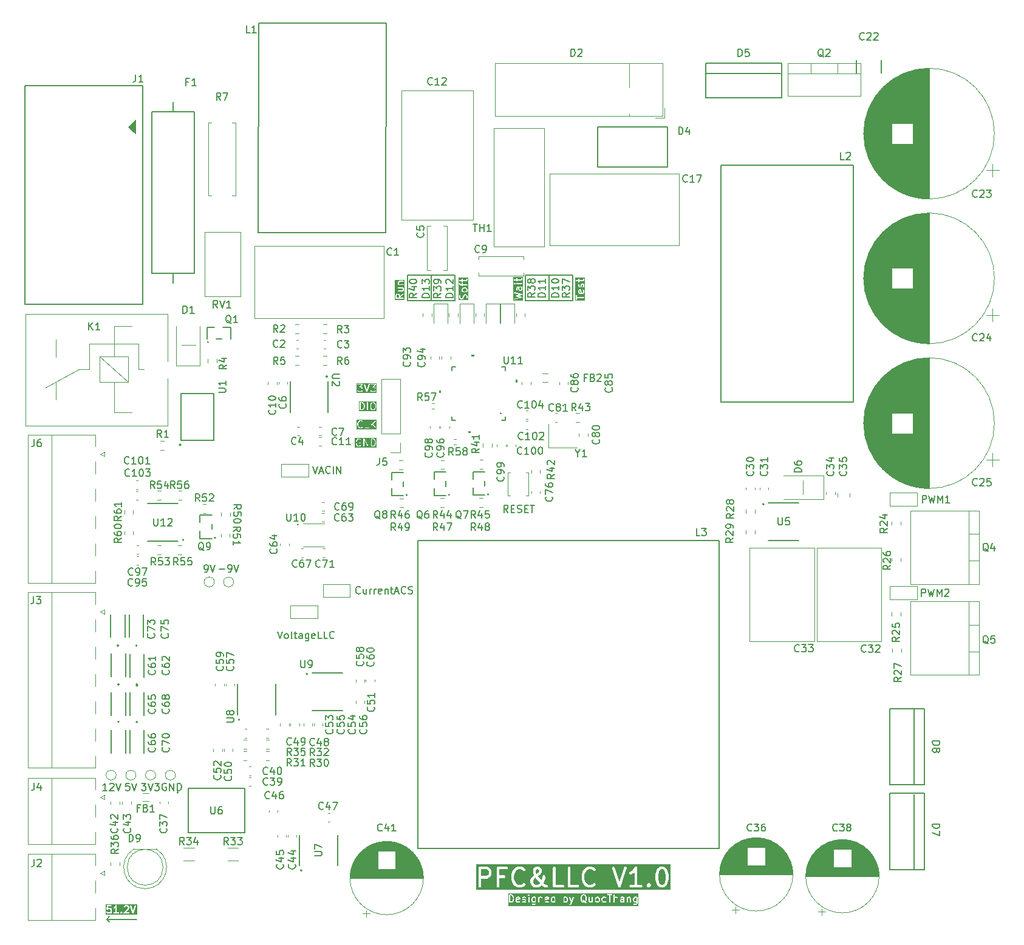
<source format=gbr>
%TF.GenerationSoftware,KiCad,Pcbnew,8.0.4*%
%TF.CreationDate,2024-10-07T12:26:18+07:00*%
%TF.ProjectId,PFC & LLC,50464320-2620-44c4-9c43-2e6b69636164,rev?*%
%TF.SameCoordinates,Original*%
%TF.FileFunction,Legend,Top*%
%TF.FilePolarity,Positive*%
%FSLAX46Y46*%
G04 Gerber Fmt 4.6, Leading zero omitted, Abs format (unit mm)*
G04 Created by KiCad (PCBNEW 8.0.4) date 2024-10-07 12:26:18*
%MOMM*%
%LPD*%
G01*
G04 APERTURE LIST*
%ADD10C,0.150000*%
%ADD11C,0.203200*%
%ADD12C,0.127000*%
%ADD13C,0.152400*%
%ADD14C,0.381000*%
%ADD15C,0.120000*%
%ADD16C,0.200000*%
%ADD17C,0.100000*%
%ADD18C,0.154000*%
%ADD19C,0.000000*%
G04 APERTURE END LIST*
D10*
X83210400Y-68242800D02*
X83210400Y-71798800D01*
X34620200Y-158031800D02*
X35001200Y-157650800D01*
X92989400Y-71748000D02*
X99593400Y-71748000D01*
X79908400Y-68242800D02*
X79908400Y-71798800D01*
X76606400Y-68242800D02*
X76606400Y-71798800D01*
X76606400Y-71798800D02*
X83210400Y-71798800D01*
X92989400Y-68192000D02*
X92989400Y-71748000D01*
X99593400Y-68192000D02*
X92989400Y-68192000D01*
X99593400Y-71748000D02*
X99593400Y-68192000D01*
X96291400Y-71748000D02*
X96291400Y-68192000D01*
X38811200Y-158031800D02*
X34620200Y-158031800D01*
X34620200Y-158031800D02*
X34975800Y-158387400D01*
X83210400Y-68242800D02*
X76606400Y-68242800D01*
D11*
G36*
X38872491Y-157349382D02*
G01*
X34477546Y-157349382D01*
X34477546Y-156612510D01*
X34590435Y-156612510D01*
X34591913Y-156617408D01*
X34591913Y-156622524D01*
X34597597Y-156636247D01*
X34601887Y-156650463D01*
X34605125Y-156654421D01*
X34607084Y-156659149D01*
X34617585Y-156669650D01*
X34626989Y-156681144D01*
X34631497Y-156683562D01*
X34635115Y-156687180D01*
X34648835Y-156692863D01*
X34661923Y-156699884D01*
X34667013Y-156700393D01*
X34671740Y-156702351D01*
X34686590Y-156702351D01*
X34701368Y-156703829D01*
X34706266Y-156702351D01*
X34711382Y-156702351D01*
X34725105Y-156696666D01*
X34739321Y-156692377D01*
X34743279Y-156689138D01*
X34748007Y-156687180D01*
X34763403Y-156674545D01*
X34800125Y-156637823D01*
X34860689Y-156607541D01*
X35054624Y-156607541D01*
X35115188Y-156637823D01*
X35140251Y-156662886D01*
X35170533Y-156723450D01*
X35170533Y-156917385D01*
X35140251Y-156977949D01*
X35115187Y-157003012D01*
X35054625Y-157033293D01*
X34860688Y-157033293D01*
X34800125Y-157003012D01*
X34763403Y-156966290D01*
X34748007Y-156953655D01*
X34711382Y-156938484D01*
X34671740Y-156938484D01*
X34635115Y-156953655D01*
X34607084Y-156981686D01*
X34591913Y-157018311D01*
X34591913Y-157057953D01*
X34607084Y-157094578D01*
X34619719Y-157109974D01*
X34668100Y-157158355D01*
X34675890Y-157164748D01*
X34677650Y-157166777D01*
X34680707Y-157168701D01*
X34683496Y-157170990D01*
X34685973Y-157172016D01*
X34694506Y-157177387D01*
X34791268Y-157225767D01*
X34809870Y-157232885D01*
X34813509Y-157233143D01*
X34816883Y-157234541D01*
X34836704Y-157236493D01*
X35078609Y-157236493D01*
X35098430Y-157234541D01*
X35101803Y-157233143D01*
X35105444Y-157232885D01*
X35124045Y-157225767D01*
X35220807Y-157177387D01*
X35229339Y-157172016D01*
X35231817Y-157170990D01*
X35234605Y-157168701D01*
X35237663Y-157166777D01*
X35239422Y-157164748D01*
X35247213Y-157158355D01*
X35295594Y-157109974D01*
X35301987Y-157102182D01*
X35304016Y-157100424D01*
X35305940Y-157097366D01*
X35308229Y-157094578D01*
X35309254Y-157092101D01*
X35314626Y-157083569D01*
X35363007Y-156986807D01*
X35370125Y-156968206D01*
X35370383Y-156964564D01*
X35371781Y-156961191D01*
X35373733Y-156941370D01*
X35373733Y-156699465D01*
X35371781Y-156679644D01*
X35370383Y-156676270D01*
X35370125Y-156672629D01*
X35363007Y-156654028D01*
X35314626Y-156557266D01*
X35309254Y-156548733D01*
X35308229Y-156546257D01*
X35305940Y-156543468D01*
X35304016Y-156540411D01*
X35301987Y-156538652D01*
X35295594Y-156530861D01*
X35247213Y-156482480D01*
X35239421Y-156476086D01*
X35237663Y-156474058D01*
X35234605Y-156472133D01*
X35231817Y-156469845D01*
X35229340Y-156468819D01*
X35220808Y-156463448D01*
X35124046Y-156415067D01*
X35105444Y-156407949D01*
X35101803Y-156407690D01*
X35098430Y-156406293D01*
X35078609Y-156404341D01*
X34836704Y-156404341D01*
X34816883Y-156406293D01*
X34813509Y-156407690D01*
X34813166Y-156407714D01*
X34814290Y-156396471D01*
X35558378Y-156396471D01*
X35561188Y-156436014D01*
X35578916Y-156471471D01*
X35608865Y-156497445D01*
X35646472Y-156509981D01*
X35686015Y-156507171D01*
X35704617Y-156500053D01*
X35801379Y-156451672D01*
X35809911Y-156446300D01*
X35812388Y-156445275D01*
X35815176Y-156442986D01*
X35818234Y-156441062D01*
X35819992Y-156439033D01*
X35827784Y-156432640D01*
X35847866Y-156412558D01*
X35847866Y-157033293D01*
X35659180Y-157033293D01*
X35639359Y-157035245D01*
X35602734Y-157050416D01*
X35574703Y-157078447D01*
X35559532Y-157115072D01*
X35559532Y-157154714D01*
X35574703Y-157191339D01*
X35602734Y-157219370D01*
X35639359Y-157234541D01*
X35659180Y-157236493D01*
X36239752Y-157236493D01*
X36259573Y-157234541D01*
X36296198Y-157219370D01*
X36324229Y-157191339D01*
X36339400Y-157154714D01*
X36339400Y-157115072D01*
X36324229Y-157078447D01*
X36312474Y-157066692D01*
X36527151Y-157066692D01*
X36527151Y-157106334D01*
X36533717Y-157122185D01*
X36542322Y-157142960D01*
X36554958Y-157158356D01*
X36603338Y-157206736D01*
X36618734Y-157219371D01*
X36644632Y-157230097D01*
X36655359Y-157234541D01*
X36655360Y-157234541D01*
X36695000Y-157234541D01*
X36695001Y-157234541D01*
X36716183Y-157225767D01*
X36731625Y-157219371D01*
X36731625Y-157219370D01*
X36731627Y-157219370D01*
X36731630Y-157219366D01*
X36747021Y-157206736D01*
X36795402Y-157158356D01*
X36808038Y-157142960D01*
X36816643Y-157122185D01*
X36819589Y-157115072D01*
X36962580Y-157115072D01*
X36962580Y-157154714D01*
X36977751Y-157191339D01*
X37005782Y-157219370D01*
X37042407Y-157234541D01*
X37062228Y-157236493D01*
X37691181Y-157236493D01*
X37711002Y-157234541D01*
X37747627Y-157219370D01*
X37775658Y-157191339D01*
X37790829Y-157154714D01*
X37790829Y-157115072D01*
X37775658Y-157078447D01*
X37747627Y-157050416D01*
X37711002Y-157035245D01*
X37691181Y-157033293D01*
X37307512Y-157033293D01*
X37714642Y-156626164D01*
X37727277Y-156610768D01*
X37728674Y-156607394D01*
X37731066Y-156604637D01*
X37739186Y-156586451D01*
X37787567Y-156441308D01*
X37789801Y-156431480D01*
X37790829Y-156429000D01*
X37791183Y-156425405D01*
X37791983Y-156421887D01*
X37791792Y-156419212D01*
X37792781Y-156409179D01*
X37792781Y-156312417D01*
X37790829Y-156292596D01*
X37789431Y-156289222D01*
X37789173Y-156285581D01*
X37782055Y-156266980D01*
X37733674Y-156170218D01*
X37728302Y-156161685D01*
X37727277Y-156159209D01*
X37724988Y-156156420D01*
X37723064Y-156153363D01*
X37721035Y-156151604D01*
X37714642Y-156143813D01*
X37702430Y-156131601D01*
X37880664Y-156131601D01*
X37885080Y-156151022D01*
X38223747Y-157167022D01*
X38231867Y-157185208D01*
X38236623Y-157190692D01*
X38239870Y-157197185D01*
X38249494Y-157205531D01*
X38257841Y-157215156D01*
X38264333Y-157218402D01*
X38269818Y-157223159D01*
X38281903Y-157227187D01*
X38293298Y-157232885D01*
X38300538Y-157233399D01*
X38307425Y-157235695D01*
X38320133Y-157234791D01*
X38332841Y-157235695D01*
X38339727Y-157233399D01*
X38346968Y-157232885D01*
X38358362Y-157227187D01*
X38370448Y-157223159D01*
X38375932Y-157218402D01*
X38382425Y-157215156D01*
X38390771Y-157205531D01*
X38400396Y-157197185D01*
X38403642Y-157190692D01*
X38408399Y-157185208D01*
X38416519Y-157167022D01*
X38755186Y-156151022D01*
X38759602Y-156131601D01*
X38756792Y-156092058D01*
X38739063Y-156056601D01*
X38709115Y-156030627D01*
X38671508Y-156018091D01*
X38631965Y-156020901D01*
X38596508Y-156038630D01*
X38570534Y-156068578D01*
X38562414Y-156086764D01*
X38320133Y-156813606D01*
X38077852Y-156086764D01*
X38069732Y-156068578D01*
X38043758Y-156038630D01*
X38008301Y-156020901D01*
X37968758Y-156018091D01*
X37931151Y-156030627D01*
X37901203Y-156056601D01*
X37883474Y-156092058D01*
X37880664Y-156131601D01*
X37702430Y-156131601D01*
X37666261Y-156095432D01*
X37658469Y-156089038D01*
X37656711Y-156087010D01*
X37653653Y-156085085D01*
X37650865Y-156082797D01*
X37648388Y-156081771D01*
X37639856Y-156076400D01*
X37543094Y-156028019D01*
X37524492Y-156020901D01*
X37520851Y-156020642D01*
X37517478Y-156019245D01*
X37497657Y-156017293D01*
X37255752Y-156017293D01*
X37235931Y-156019245D01*
X37232557Y-156020642D01*
X37228916Y-156020901D01*
X37210315Y-156028019D01*
X37113553Y-156076400D01*
X37105020Y-156081771D01*
X37102544Y-156082797D01*
X37099755Y-156085085D01*
X37096698Y-156087010D01*
X37094939Y-156089038D01*
X37087148Y-156095432D01*
X37038767Y-156143813D01*
X37026132Y-156159209D01*
X37010961Y-156195834D01*
X37010961Y-156235476D01*
X37026132Y-156272101D01*
X37054163Y-156300132D01*
X37090788Y-156315303D01*
X37130430Y-156315303D01*
X37167055Y-156300132D01*
X37182451Y-156287497D01*
X37219173Y-156250775D01*
X37279737Y-156220493D01*
X37473672Y-156220493D01*
X37534236Y-156250775D01*
X37559299Y-156275838D01*
X37589581Y-156336402D01*
X37589581Y-156392692D01*
X37553998Y-156499439D01*
X36990386Y-157063051D01*
X36977752Y-157078446D01*
X36977751Y-157078447D01*
X36962580Y-157115072D01*
X36819589Y-157115072D01*
X36823209Y-157106334D01*
X36823209Y-157066692D01*
X36810183Y-157035245D01*
X36808039Y-157030068D01*
X36808037Y-157030066D01*
X36795403Y-157014671D01*
X36747022Y-156966290D01*
X36731626Y-156953655D01*
X36695001Y-156938484D01*
X36655359Y-156938484D01*
X36618734Y-156953655D01*
X36603338Y-156966290D01*
X36554957Y-157014671D01*
X36542322Y-157030066D01*
X36542321Y-157030068D01*
X36540177Y-157035245D01*
X36527151Y-157066692D01*
X36312474Y-157066692D01*
X36296198Y-157050416D01*
X36259573Y-157035245D01*
X36239752Y-157033293D01*
X36051066Y-157033293D01*
X36051066Y-156118893D01*
X36051059Y-156118822D01*
X36051066Y-156118787D01*
X36051045Y-156118684D01*
X36049114Y-156099072D01*
X36045263Y-156089775D01*
X36043291Y-156079915D01*
X36037753Y-156071645D01*
X36033943Y-156062447D01*
X36026830Y-156055334D01*
X36021233Y-156046976D01*
X36012949Y-156041453D01*
X36005912Y-156034416D01*
X35996620Y-156030567D01*
X35988249Y-156024986D01*
X35978482Y-156023054D01*
X35969287Y-156019245D01*
X35959227Y-156019245D01*
X35949359Y-156017293D01*
X35939600Y-156019245D01*
X35929645Y-156019245D01*
X35920349Y-156023095D01*
X35910487Y-156025068D01*
X35902215Y-156030606D01*
X35893020Y-156034416D01*
X35885909Y-156041526D01*
X35877548Y-156047126D01*
X35865065Y-156062370D01*
X35864989Y-156062447D01*
X35864974Y-156062481D01*
X35864930Y-156062536D01*
X35773748Y-156199307D01*
X35695759Y-156277297D01*
X35613743Y-156318305D01*
X35596888Y-156328915D01*
X35570914Y-156358864D01*
X35558378Y-156396471D01*
X34814290Y-156396471D01*
X34831889Y-156220493D01*
X35223752Y-156220493D01*
X35243573Y-156218541D01*
X35280198Y-156203370D01*
X35308229Y-156175339D01*
X35323400Y-156138714D01*
X35323400Y-156099072D01*
X35308229Y-156062447D01*
X35280198Y-156034416D01*
X35243573Y-156019245D01*
X35223752Y-156017293D01*
X34739942Y-156017293D01*
X34732612Y-156018014D01*
X34730135Y-156017767D01*
X34727715Y-156018497D01*
X34720121Y-156019245D01*
X34706397Y-156024929D01*
X34692182Y-156029219D01*
X34688223Y-156032457D01*
X34683496Y-156034416D01*
X34672994Y-156044917D01*
X34661501Y-156054321D01*
X34659082Y-156058829D01*
X34655465Y-156062447D01*
X34649781Y-156076167D01*
X34642761Y-156089255D01*
X34641260Y-156096738D01*
X34640294Y-156099072D01*
X34640294Y-156101560D01*
X34638846Y-156108783D01*
X34590465Y-156592593D01*
X34590435Y-156612510D01*
X34477546Y-156612510D01*
X34477546Y-155904404D01*
X38872491Y-155904404D01*
X38872491Y-157349382D01*
G37*
D12*
G36*
X70324907Y-86063492D02*
G01*
X70403783Y-86142368D01*
X70444438Y-86223679D01*
X70489233Y-86402857D01*
X70489233Y-86532366D01*
X70444438Y-86711544D01*
X70403783Y-86792855D01*
X70324909Y-86871728D01*
X70203760Y-86912111D01*
X70035661Y-86912111D01*
X70035661Y-86023111D01*
X70203763Y-86023111D01*
X70324907Y-86063492D01*
G37*
G36*
X71918167Y-86060180D02*
G01*
X71995204Y-86137217D01*
X72037424Y-86306095D01*
X72037424Y-86629128D01*
X71995204Y-86798005D01*
X71918166Y-86875043D01*
X71844029Y-86912111D01*
X71680485Y-86912111D01*
X71606346Y-86875042D01*
X71529309Y-86798005D01*
X71487090Y-86629128D01*
X71487090Y-86306095D01*
X71529309Y-86137217D01*
X71606347Y-86060180D01*
X71680485Y-86023111D01*
X71844029Y-86023111D01*
X71918167Y-86060180D01*
G37*
G36*
X72277313Y-87152000D02*
G01*
X69795772Y-87152000D01*
X69795772Y-85959611D01*
X69908661Y-85959611D01*
X69908661Y-86975611D01*
X69913495Y-86999911D01*
X69947861Y-87034277D01*
X69972161Y-87039111D01*
X70214066Y-87039111D01*
X70224043Y-87037126D01*
X70234146Y-87035853D01*
X70379289Y-86987472D01*
X70382052Y-86985897D01*
X70383509Y-86985897D01*
X70391972Y-86980242D01*
X70400814Y-86975202D01*
X70401465Y-86973898D01*
X70404110Y-86972132D01*
X70500872Y-86875370D01*
X70506527Y-86866906D01*
X70512767Y-86858867D01*
X70561148Y-86762105D01*
X70562985Y-86755396D01*
X70565956Y-86749108D01*
X70614337Y-86555584D01*
X70614715Y-86547813D01*
X70616233Y-86540183D01*
X70616233Y-86395040D01*
X70614715Y-86387409D01*
X70614337Y-86379639D01*
X70565956Y-86186115D01*
X70562985Y-86179826D01*
X70561148Y-86173118D01*
X70512767Y-86076356D01*
X70506527Y-86068316D01*
X70500872Y-86059853D01*
X70404110Y-85963091D01*
X70401465Y-85961324D01*
X70400814Y-85960021D01*
X70400095Y-85959611D01*
X70924661Y-85959611D01*
X70924661Y-86975611D01*
X70929495Y-86999911D01*
X70963861Y-87034277D01*
X71012461Y-87034277D01*
X71046827Y-86999911D01*
X71051661Y-86975611D01*
X71051661Y-86298278D01*
X71360090Y-86298278D01*
X71360090Y-86636945D01*
X71361607Y-86644575D01*
X71361986Y-86652346D01*
X71410367Y-86845870D01*
X71413305Y-86852089D01*
X71413305Y-86854769D01*
X71417626Y-86861236D01*
X71420950Y-86868272D01*
X71423248Y-86869651D01*
X71427070Y-86875370D01*
X71523832Y-86972132D01*
X71532294Y-86977786D01*
X71540335Y-86984027D01*
X71637098Y-87032407D01*
X71640164Y-87033246D01*
X71641195Y-87034277D01*
X71651178Y-87036263D01*
X71660994Y-87038951D01*
X71662375Y-87038490D01*
X71665495Y-87039111D01*
X71859019Y-87039111D01*
X71862138Y-87038490D01*
X71863520Y-87038951D01*
X71873336Y-87036262D01*
X71883319Y-87034277D01*
X71884348Y-87033247D01*
X71887417Y-87032407D01*
X71984179Y-86984027D01*
X71992221Y-86977785D01*
X72000682Y-86972132D01*
X72097444Y-86875370D01*
X72101265Y-86869651D01*
X72103564Y-86868272D01*
X72106886Y-86861238D01*
X72111209Y-86854770D01*
X72111209Y-86852089D01*
X72114147Y-86845870D01*
X72162528Y-86652346D01*
X72162906Y-86644575D01*
X72164424Y-86636945D01*
X72164424Y-86298278D01*
X72162906Y-86290647D01*
X72162528Y-86282877D01*
X72114147Y-86089353D01*
X72111209Y-86083133D01*
X72111209Y-86080453D01*
X72106886Y-86073984D01*
X72103564Y-86066951D01*
X72101265Y-86065571D01*
X72097444Y-86059853D01*
X72000682Y-85963091D01*
X71992221Y-85957437D01*
X71984179Y-85951196D01*
X71887417Y-85902815D01*
X71884348Y-85901974D01*
X71883319Y-85900945D01*
X71873338Y-85898959D01*
X71863521Y-85896271D01*
X71862139Y-85896731D01*
X71859019Y-85896111D01*
X71665495Y-85896111D01*
X71662374Y-85896731D01*
X71660993Y-85896271D01*
X71651175Y-85898959D01*
X71641195Y-85900945D01*
X71640165Y-85901974D01*
X71637097Y-85902815D01*
X71540335Y-85951196D01*
X71532295Y-85957435D01*
X71523832Y-85963091D01*
X71427070Y-86059853D01*
X71423248Y-86065571D01*
X71420950Y-86066951D01*
X71417626Y-86073986D01*
X71413305Y-86080454D01*
X71413305Y-86083133D01*
X71410367Y-86089353D01*
X71361986Y-86282877D01*
X71361607Y-86290647D01*
X71360090Y-86298278D01*
X71051661Y-86298278D01*
X71051661Y-85959611D01*
X71046827Y-85935311D01*
X71012461Y-85900945D01*
X70963861Y-85900945D01*
X70929495Y-85935311D01*
X70924661Y-85959611D01*
X70400095Y-85959611D01*
X70391972Y-85954980D01*
X70383509Y-85949326D01*
X70382052Y-85949326D01*
X70379289Y-85947751D01*
X70234146Y-85899370D01*
X70224050Y-85898097D01*
X70214066Y-85896111D01*
X69972161Y-85896111D01*
X69947861Y-85900945D01*
X69913495Y-85935311D01*
X69908661Y-85959611D01*
X69795772Y-85959611D01*
X69795772Y-85783222D01*
X72277313Y-85783222D01*
X72277313Y-87152000D01*
G37*
G36*
X72275326Y-89692000D02*
G01*
X69457106Y-89692000D01*
X69457106Y-88935040D01*
X69569995Y-88935040D01*
X69569995Y-89080183D01*
X69571512Y-89087813D01*
X69571891Y-89095584D01*
X69620272Y-89289108D01*
X69623242Y-89295396D01*
X69625080Y-89302105D01*
X69673461Y-89398867D01*
X69679702Y-89406909D01*
X69685356Y-89415370D01*
X69782118Y-89512132D01*
X69784762Y-89513899D01*
X69785414Y-89515202D01*
X69794256Y-89520242D01*
X69802718Y-89525897D01*
X69804174Y-89525897D01*
X69806939Y-89527473D01*
X69952082Y-89575853D01*
X69962184Y-89577126D01*
X69972162Y-89579111D01*
X70068924Y-89579111D01*
X70078901Y-89577126D01*
X70089004Y-89575853D01*
X70234147Y-89527472D01*
X70236910Y-89525897D01*
X70238367Y-89525897D01*
X70246830Y-89520242D01*
X70255672Y-89515202D01*
X70256323Y-89513898D01*
X70258968Y-89512132D01*
X70307349Y-89463751D01*
X70321114Y-89443150D01*
X70321114Y-89394550D01*
X70286748Y-89360184D01*
X70238148Y-89360184D01*
X70217547Y-89373949D01*
X70179767Y-89411728D01*
X70058618Y-89452111D01*
X69982465Y-89452111D01*
X69861319Y-89411729D01*
X69782445Y-89332855D01*
X69741789Y-89251544D01*
X69696995Y-89072366D01*
X69696995Y-88942857D01*
X69741789Y-88763679D01*
X69782445Y-88682368D01*
X69861320Y-88603492D01*
X69982465Y-88563111D01*
X70058621Y-88563111D01*
X70179765Y-88603492D01*
X70217547Y-88641274D01*
X70238148Y-88655039D01*
X70286748Y-88655039D01*
X70321114Y-88620673D01*
X70321114Y-88572073D01*
X70307349Y-88551472D01*
X70258968Y-88503091D01*
X70256323Y-88501324D01*
X70255672Y-88500021D01*
X70254953Y-88499611D01*
X70634376Y-88499611D01*
X70634376Y-89515611D01*
X70639210Y-89539911D01*
X70673576Y-89574277D01*
X70697876Y-89579111D01*
X71181686Y-89579111D01*
X71205986Y-89574277D01*
X71240352Y-89539911D01*
X71240352Y-89491311D01*
X71205986Y-89456945D01*
X71181686Y-89452111D01*
X70761376Y-89452111D01*
X70761376Y-88499611D01*
X71456852Y-88499611D01*
X71456852Y-89515611D01*
X71461686Y-89539911D01*
X71496052Y-89574277D01*
X71544652Y-89574277D01*
X71579018Y-89539911D01*
X71583852Y-89515611D01*
X71583852Y-89106485D01*
X71658624Y-89031712D01*
X72050124Y-89553711D01*
X72068571Y-89570250D01*
X72116684Y-89577124D01*
X72155564Y-89547964D01*
X72162437Y-89499851D01*
X72151724Y-89477511D01*
X71749338Y-88940998D01*
X72145825Y-88544512D01*
X72159590Y-88523911D01*
X72159590Y-88475310D01*
X72125225Y-88440945D01*
X72076624Y-88440945D01*
X72056023Y-88454710D01*
X71583852Y-88926881D01*
X71583852Y-88499611D01*
X71579018Y-88475311D01*
X71544652Y-88440945D01*
X71496052Y-88440945D01*
X71461686Y-88475311D01*
X71456852Y-88499611D01*
X70761376Y-88499611D01*
X70756542Y-88475311D01*
X70722176Y-88440945D01*
X70673576Y-88440945D01*
X70639210Y-88475311D01*
X70634376Y-88499611D01*
X70254953Y-88499611D01*
X70246830Y-88494980D01*
X70238367Y-88489326D01*
X70236910Y-88489326D01*
X70234147Y-88487751D01*
X70089004Y-88439370D01*
X70078908Y-88438097D01*
X70068924Y-88436111D01*
X69972162Y-88436111D01*
X69962178Y-88438097D01*
X69952081Y-88439370D01*
X69806939Y-88487751D01*
X69804176Y-88489326D01*
X69802718Y-88489326D01*
X69794251Y-88494983D01*
X69785414Y-88500021D01*
X69784762Y-88501323D01*
X69782118Y-88503091D01*
X69685356Y-88599853D01*
X69679702Y-88608313D01*
X69673461Y-88616356D01*
X69625080Y-88713118D01*
X69623242Y-88719826D01*
X69620272Y-88726115D01*
X69571891Y-88919639D01*
X69571512Y-88927409D01*
X69569995Y-88935040D01*
X69457106Y-88935040D01*
X69457106Y-88323222D01*
X72275326Y-88323222D01*
X72275326Y-89692000D01*
G37*
D13*
G36*
X84714234Y-70116208D02*
G01*
X84745128Y-70147102D01*
X84779935Y-70216715D01*
X84779935Y-70325881D01*
X84745128Y-70395494D01*
X84714234Y-70426388D01*
X84644624Y-70461194D01*
X84390313Y-70461194D01*
X84320702Y-70426388D01*
X84289807Y-70395492D01*
X84255002Y-70325882D01*
X84255002Y-70216715D01*
X84289807Y-70147104D01*
X84320702Y-70116208D01*
X84390313Y-70081403D01*
X84644624Y-70081403D01*
X84714234Y-70116208D01*
G37*
G36*
X85045224Y-71694102D02*
G01*
X83651046Y-71694102D01*
X83651046Y-71069584D01*
X83763935Y-71069584D01*
X83763935Y-71311489D01*
X83765399Y-71326355D01*
X83766447Y-71328885D01*
X83766641Y-71331615D01*
X83771980Y-71345567D01*
X83820361Y-71442328D01*
X83824387Y-71448725D01*
X83825158Y-71450585D01*
X83826875Y-71452677D01*
X83828318Y-71454970D01*
X83829837Y-71456288D01*
X83834634Y-71462133D01*
X83883015Y-71510513D01*
X83888856Y-71515307D01*
X83890177Y-71516830D01*
X83892471Y-71518273D01*
X83894562Y-71519990D01*
X83896420Y-71520759D01*
X83902819Y-71524787D01*
X83999581Y-71573168D01*
X84013532Y-71578507D01*
X84016263Y-71578701D01*
X84018793Y-71579749D01*
X84033659Y-71581213D01*
X84130421Y-71581213D01*
X84145287Y-71579749D01*
X84147817Y-71578700D01*
X84150547Y-71578507D01*
X84164499Y-71573168D01*
X84261260Y-71524787D01*
X84267657Y-71520760D01*
X84269517Y-71519990D01*
X84271609Y-71518272D01*
X84273902Y-71516830D01*
X84275220Y-71515310D01*
X84281065Y-71510514D01*
X84329445Y-71462133D01*
X84334239Y-71456291D01*
X84335762Y-71454971D01*
X84337205Y-71452676D01*
X84338922Y-71450586D01*
X84339691Y-71448727D01*
X84343719Y-71442329D01*
X84392100Y-71345567D01*
X84392516Y-71344479D01*
X84392844Y-71344037D01*
X84395072Y-71337799D01*
X84397439Y-71331616D01*
X84397477Y-71331067D01*
X84397870Y-71329970D01*
X84444222Y-71144560D01*
X84483331Y-71066342D01*
X84514226Y-71035446D01*
X84583837Y-71000641D01*
X84644624Y-71000641D01*
X84714234Y-71035446D01*
X84745128Y-71066340D01*
X84779935Y-71135953D01*
X84779935Y-71347504D01*
X84735465Y-71480917D01*
X84732153Y-71495483D01*
X84734261Y-71525139D01*
X84747558Y-71551733D01*
X84770019Y-71571213D01*
X84798225Y-71580615D01*
X84827881Y-71578507D01*
X84854475Y-71565210D01*
X84873955Y-71542749D01*
X84880045Y-71529109D01*
X84928425Y-71383966D01*
X84930101Y-71376594D01*
X84930871Y-71374736D01*
X84931136Y-71372041D01*
X84931737Y-71369400D01*
X84931594Y-71367391D01*
X84932335Y-71359870D01*
X84932335Y-71117965D01*
X84930871Y-71103099D01*
X84929822Y-71100568D01*
X84929629Y-71097839D01*
X84924291Y-71083888D01*
X84875911Y-70987126D01*
X84871883Y-70980727D01*
X84871113Y-70978868D01*
X84869395Y-70976774D01*
X84867953Y-70974484D01*
X84866432Y-70973165D01*
X84861636Y-70967321D01*
X84813256Y-70918940D01*
X84807411Y-70914143D01*
X84806093Y-70912624D01*
X84803800Y-70911181D01*
X84801708Y-70909464D01*
X84799848Y-70908693D01*
X84793451Y-70904667D01*
X84696690Y-70856286D01*
X84682738Y-70850947D01*
X84680008Y-70850753D01*
X84677478Y-70849705D01*
X84662612Y-70848241D01*
X84565850Y-70848241D01*
X84550984Y-70849705D01*
X84548454Y-70850752D01*
X84545723Y-70850947D01*
X84531772Y-70856286D01*
X84435010Y-70904667D01*
X84428611Y-70908694D01*
X84426753Y-70909464D01*
X84424662Y-70911180D01*
X84422368Y-70912624D01*
X84421047Y-70914146D01*
X84415206Y-70918941D01*
X84366825Y-70967321D01*
X84362028Y-70973165D01*
X84360509Y-70974484D01*
X84359066Y-70976776D01*
X84357349Y-70978869D01*
X84356578Y-70980728D01*
X84352552Y-70987126D01*
X84304171Y-71083887D01*
X84303754Y-71084974D01*
X84303427Y-71085417D01*
X84301195Y-71091662D01*
X84298832Y-71097839D01*
X84298793Y-71098386D01*
X84298401Y-71099484D01*
X84252048Y-71284895D01*
X84212939Y-71363112D01*
X84182043Y-71394007D01*
X84112433Y-71428813D01*
X84051646Y-71428813D01*
X83982035Y-71394007D01*
X83951140Y-71363111D01*
X83916335Y-71293501D01*
X83916335Y-71081951D01*
X83960806Y-70948538D01*
X83964118Y-70933972D01*
X83962010Y-70904315D01*
X83948713Y-70877722D01*
X83926253Y-70858241D01*
X83898046Y-70848839D01*
X83868390Y-70850947D01*
X83841796Y-70864244D01*
X83822316Y-70886704D01*
X83816226Y-70900345D01*
X83767845Y-71045487D01*
X83766168Y-71052859D01*
X83765399Y-71054718D01*
X83765133Y-71057411D01*
X83764533Y-71060054D01*
X83764675Y-71062062D01*
X83763935Y-71069584D01*
X83651046Y-71069584D01*
X83651046Y-70198727D01*
X84102602Y-70198727D01*
X84102602Y-70343870D01*
X84104066Y-70358736D01*
X84105114Y-70361266D01*
X84105308Y-70363996D01*
X84110647Y-70377948D01*
X84159028Y-70474709D01*
X84163054Y-70481106D01*
X84163825Y-70482966D01*
X84165542Y-70485058D01*
X84166985Y-70487351D01*
X84168504Y-70488669D01*
X84173301Y-70494514D01*
X84221682Y-70542894D01*
X84227523Y-70547688D01*
X84228844Y-70549211D01*
X84231138Y-70550654D01*
X84233229Y-70552371D01*
X84235087Y-70553140D01*
X84241486Y-70557168D01*
X84338248Y-70605549D01*
X84352199Y-70610888D01*
X84354930Y-70611082D01*
X84357460Y-70612130D01*
X84372326Y-70613594D01*
X84662612Y-70613594D01*
X84677478Y-70612130D01*
X84680008Y-70611081D01*
X84682738Y-70610888D01*
X84696690Y-70605549D01*
X84793451Y-70557168D01*
X84799848Y-70553141D01*
X84801708Y-70552371D01*
X84803800Y-70550653D01*
X84806093Y-70549211D01*
X84807411Y-70547691D01*
X84813256Y-70542895D01*
X84861636Y-70494514D01*
X84866432Y-70488669D01*
X84867953Y-70487351D01*
X84869395Y-70485060D01*
X84871113Y-70482967D01*
X84871883Y-70481107D01*
X84875911Y-70474709D01*
X84924291Y-70377947D01*
X84929629Y-70363996D01*
X84929822Y-70361266D01*
X84930871Y-70358736D01*
X84932335Y-70343870D01*
X84932335Y-70198727D01*
X84930871Y-70183861D01*
X84929822Y-70181330D01*
X84929629Y-70178601D01*
X84924291Y-70164650D01*
X84875911Y-70067888D01*
X84871883Y-70061489D01*
X84871113Y-70059630D01*
X84869395Y-70057536D01*
X84867953Y-70055246D01*
X84866432Y-70053927D01*
X84861636Y-70048083D01*
X84813256Y-69999702D01*
X84807411Y-69994905D01*
X84806093Y-69993386D01*
X84803800Y-69991943D01*
X84801708Y-69990226D01*
X84799848Y-69989455D01*
X84793451Y-69985429D01*
X84696690Y-69937048D01*
X84682738Y-69931709D01*
X84680008Y-69931515D01*
X84677478Y-69930467D01*
X84662612Y-69929003D01*
X84372326Y-69929003D01*
X84357460Y-69930467D01*
X84354930Y-69931514D01*
X84352199Y-69931709D01*
X84338248Y-69937048D01*
X84241486Y-69985429D01*
X84235087Y-69989456D01*
X84233229Y-69990226D01*
X84231138Y-69991942D01*
X84228844Y-69993386D01*
X84227523Y-69994908D01*
X84221682Y-69999703D01*
X84173301Y-70048083D01*
X84168504Y-70053927D01*
X84166985Y-70055246D01*
X84165542Y-70057538D01*
X84163825Y-70059631D01*
X84163054Y-70061490D01*
X84159028Y-70067888D01*
X84110647Y-70164649D01*
X84105308Y-70178601D01*
X84105114Y-70181330D01*
X84104066Y-70183861D01*
X84102602Y-70198727D01*
X83651046Y-70198727D01*
X83651046Y-69327870D01*
X83763935Y-69327870D01*
X83763935Y-69424632D01*
X83765399Y-69439498D01*
X83766447Y-69442028D01*
X83766641Y-69444758D01*
X83771980Y-69458710D01*
X83820361Y-69555471D01*
X83821925Y-69557956D01*
X83822317Y-69559131D01*
X83823584Y-69560592D01*
X83828318Y-69568113D01*
X83835533Y-69574371D01*
X83841796Y-69581592D01*
X83849320Y-69586327D01*
X83850779Y-69587593D01*
X83851950Y-69587983D01*
X83854438Y-69589549D01*
X83951200Y-69637930D01*
X83965151Y-69643269D01*
X83967882Y-69643463D01*
X83970412Y-69644511D01*
X83985278Y-69645975D01*
X84102602Y-69645975D01*
X84102602Y-69714918D01*
X84104066Y-69729784D01*
X84115444Y-69757252D01*
X84136468Y-69778276D01*
X84163936Y-69789654D01*
X84193668Y-69789654D01*
X84221136Y-69778276D01*
X84242160Y-69757252D01*
X84253538Y-69729784D01*
X84255002Y-69714918D01*
X84255002Y-69645975D01*
X84856135Y-69645975D01*
X84871001Y-69644511D01*
X84898469Y-69633133D01*
X84919493Y-69612109D01*
X84930871Y-69584641D01*
X84930871Y-69554909D01*
X84919493Y-69527441D01*
X84898469Y-69506417D01*
X84871001Y-69495039D01*
X84856135Y-69493575D01*
X84255002Y-69493575D01*
X84255002Y-69327870D01*
X84253538Y-69313004D01*
X84242160Y-69285536D01*
X84221136Y-69264512D01*
X84193668Y-69253134D01*
X84163936Y-69253134D01*
X84136468Y-69264512D01*
X84115444Y-69285536D01*
X84104066Y-69313004D01*
X84102602Y-69327870D01*
X84102602Y-69493575D01*
X84003265Y-69493575D01*
X83945312Y-69464598D01*
X83916335Y-69406644D01*
X83916335Y-69327870D01*
X83914871Y-69313004D01*
X83903493Y-69285536D01*
X83882469Y-69264512D01*
X83855001Y-69253134D01*
X83825269Y-69253134D01*
X83797801Y-69264512D01*
X83776777Y-69285536D01*
X83765399Y-69313004D01*
X83763935Y-69327870D01*
X83651046Y-69327870D01*
X83651046Y-68974338D01*
X83765399Y-68974338D01*
X83765399Y-69004070D01*
X83776777Y-69031538D01*
X83797801Y-69052562D01*
X83825269Y-69063940D01*
X83840135Y-69065404D01*
X84102602Y-69065404D01*
X84102602Y-69134347D01*
X84104066Y-69149213D01*
X84115444Y-69176681D01*
X84136468Y-69197705D01*
X84163936Y-69209083D01*
X84193668Y-69209083D01*
X84221136Y-69197705D01*
X84242160Y-69176681D01*
X84253538Y-69149213D01*
X84255002Y-69134347D01*
X84255002Y-69065404D01*
X84710993Y-69065404D01*
X84725859Y-69063940D01*
X84728389Y-69062891D01*
X84731119Y-69062698D01*
X84745071Y-69057359D01*
X84841832Y-69008978D01*
X84844317Y-69007413D01*
X84845492Y-69007022D01*
X84846953Y-69005754D01*
X84854474Y-69001021D01*
X84860734Y-68993802D01*
X84867953Y-68987542D01*
X84872688Y-68980018D01*
X84873954Y-68978560D01*
X84874344Y-68977388D01*
X84875911Y-68974900D01*
X84924291Y-68878138D01*
X84929629Y-68864187D01*
X84929822Y-68861457D01*
X84930871Y-68858927D01*
X84932335Y-68844061D01*
X84932335Y-68747299D01*
X84930871Y-68732433D01*
X84919493Y-68704965D01*
X84898469Y-68683941D01*
X84871001Y-68672563D01*
X84841269Y-68672563D01*
X84813801Y-68683941D01*
X84792777Y-68704965D01*
X84781399Y-68732433D01*
X84779935Y-68747299D01*
X84779935Y-68826072D01*
X84750958Y-68884027D01*
X84693005Y-68913004D01*
X84255002Y-68913004D01*
X84255002Y-68747299D01*
X84253538Y-68732433D01*
X84242160Y-68704965D01*
X84221136Y-68683941D01*
X84193668Y-68672563D01*
X84163936Y-68672563D01*
X84136468Y-68683941D01*
X84115444Y-68704965D01*
X84104066Y-68732433D01*
X84102602Y-68747299D01*
X84102602Y-68913004D01*
X83840135Y-68913004D01*
X83825269Y-68914468D01*
X83797801Y-68925846D01*
X83776777Y-68946870D01*
X83765399Y-68974338D01*
X83651046Y-68974338D01*
X83651046Y-68559674D01*
X85045224Y-68559674D01*
X85045224Y-71694102D01*
G37*
G36*
X94318539Y-155038677D02*
G01*
X94318539Y-155525060D01*
X94279988Y-155544335D01*
X94122442Y-155544335D01*
X94052828Y-155509528D01*
X94021934Y-155478634D01*
X93987129Y-155409024D01*
X93987129Y-155154714D01*
X94021934Y-155085103D01*
X94052829Y-155054207D01*
X94122440Y-155019402D01*
X94279989Y-155019402D01*
X94318539Y-155038677D01*
G37*
G36*
X108494156Y-155038677D02*
G01*
X108494156Y-155525060D01*
X108455605Y-155544335D01*
X108298059Y-155544335D01*
X108228445Y-155509528D01*
X108197551Y-155478634D01*
X108162746Y-155409024D01*
X108162746Y-155154714D01*
X108197551Y-155085103D01*
X108228446Y-155054207D01*
X108298057Y-155019402D01*
X108455606Y-155019402D01*
X108494156Y-155038677D01*
G37*
G36*
X101268074Y-154715540D02*
G01*
X101341170Y-154788635D01*
X101382157Y-154952583D01*
X101382157Y-155272488D01*
X101341170Y-155436435D01*
X101313213Y-155464391D01*
X101221953Y-155373130D01*
X101216108Y-155368333D01*
X101214790Y-155366814D01*
X101212497Y-155365371D01*
X101210405Y-155363654D01*
X101208545Y-155362883D01*
X101202148Y-155358857D01*
X101105387Y-155310476D01*
X101091435Y-155305137D01*
X101088705Y-155304943D01*
X101086175Y-155303895D01*
X101071309Y-155302431D01*
X100974547Y-155302431D01*
X100959681Y-155303895D01*
X100932213Y-155315273D01*
X100911189Y-155336297D01*
X100899811Y-155363765D01*
X100899811Y-155393497D01*
X100911189Y-155420965D01*
X100932213Y-155441989D01*
X100959681Y-155453367D01*
X100974547Y-155454831D01*
X101053321Y-155454831D01*
X101122931Y-155489636D01*
X101177630Y-155544335D01*
X101040917Y-155544335D01*
X100971302Y-155509528D01*
X100898209Y-155436434D01*
X100857223Y-155272488D01*
X100857223Y-154952583D01*
X100898209Y-154788636D01*
X100971304Y-154715540D01*
X101040915Y-154680735D01*
X101198464Y-154680735D01*
X101268074Y-154715540D01*
G37*
G36*
X91112052Y-154719517D02*
G01*
X91187352Y-154794816D01*
X91226461Y-154873033D01*
X91270539Y-155049345D01*
X91270539Y-155175726D01*
X91226461Y-155352037D01*
X91187352Y-155430254D01*
X91112052Y-155505553D01*
X90995706Y-155544335D01*
X90842367Y-155544335D01*
X90842367Y-154680735D01*
X90995705Y-154680735D01*
X91112052Y-154719517D01*
G37*
G36*
X92112419Y-155048379D02*
G01*
X92141396Y-155106332D01*
X92141396Y-155122638D01*
X91809986Y-155188920D01*
X91809986Y-155106333D01*
X91838963Y-155048378D01*
X91896916Y-155019402D01*
X92054465Y-155019402D01*
X92112419Y-155048379D01*
G37*
G36*
X96128038Y-155048379D02*
G01*
X96157015Y-155106332D01*
X96157015Y-155122638D01*
X95825605Y-155188920D01*
X95825605Y-155106333D01*
X95854582Y-155048378D01*
X95912535Y-155019402D01*
X96070084Y-155019402D01*
X96128038Y-155048379D01*
G37*
G36*
X97027872Y-155038677D02*
G01*
X97027872Y-155525060D01*
X96989321Y-155544335D01*
X96831775Y-155544335D01*
X96762161Y-155509528D01*
X96731267Y-155478634D01*
X96696462Y-155409024D01*
X96696462Y-155154714D01*
X96731267Y-155085103D01*
X96762162Y-155054207D01*
X96831773Y-155019402D01*
X96989322Y-155019402D01*
X97027872Y-155038677D01*
G37*
G36*
X98703884Y-155054207D02*
G01*
X98734780Y-155085102D01*
X98769586Y-155154713D01*
X98769586Y-155409024D01*
X98734780Y-155478635D01*
X98703885Y-155509529D01*
X98634273Y-155544335D01*
X98476727Y-155544335D01*
X98438176Y-155525060D01*
X98438176Y-155038676D01*
X98476725Y-155019402D01*
X98634274Y-155019402D01*
X98703884Y-155054207D01*
G37*
G36*
X103154931Y-155054207D02*
G01*
X103185827Y-155085102D01*
X103220633Y-155154713D01*
X103220633Y-155409024D01*
X103185827Y-155478635D01*
X103154932Y-155509529D01*
X103085320Y-155544335D01*
X102976155Y-155544335D01*
X102906541Y-155509528D01*
X102875647Y-155478634D01*
X102840842Y-155409024D01*
X102840842Y-155154714D01*
X102875647Y-155085103D01*
X102906542Y-155054207D01*
X102976153Y-155019402D01*
X103085321Y-155019402D01*
X103154931Y-155054207D01*
G37*
G36*
X106655680Y-155525060D02*
G01*
X106617129Y-155544335D01*
X106411202Y-155544335D01*
X106353246Y-155515358D01*
X106324270Y-155457405D01*
X106324270Y-155396619D01*
X106353247Y-155338664D01*
X106411200Y-155309688D01*
X106635118Y-155309688D01*
X106649984Y-155308224D01*
X106652514Y-155307175D01*
X106655244Y-155306982D01*
X106655680Y-155306815D01*
X106655680Y-155525060D01*
G37*
G36*
X108759445Y-156148291D02*
G01*
X90577078Y-156148291D01*
X90577078Y-154604535D01*
X90689967Y-154604535D01*
X90689967Y-155620535D01*
X90691431Y-155635401D01*
X90702809Y-155662869D01*
X90723833Y-155683893D01*
X90751301Y-155695271D01*
X90766167Y-155696735D01*
X91008072Y-155696735D01*
X91015593Y-155695994D01*
X91017602Y-155696137D01*
X91020243Y-155695536D01*
X91022938Y-155695271D01*
X91024796Y-155694501D01*
X91032168Y-155692825D01*
X91177311Y-155644445D01*
X91190951Y-155638355D01*
X91193020Y-155636560D01*
X91195549Y-155635513D01*
X91207097Y-155626037D01*
X91303858Y-155529275D01*
X91308652Y-155523433D01*
X91310175Y-155522113D01*
X91311618Y-155519818D01*
X91313335Y-155517728D01*
X91314104Y-155515869D01*
X91318132Y-155509471D01*
X91366513Y-155412709D01*
X91366929Y-155411621D01*
X91367257Y-155411179D01*
X91369485Y-155404941D01*
X91371852Y-155398758D01*
X91371890Y-155398209D01*
X91372283Y-155397112D01*
X91420664Y-155203588D01*
X91421045Y-155201010D01*
X91421475Y-155199973D01*
X91422026Y-155194374D01*
X91422849Y-155188811D01*
X91422683Y-155187699D01*
X91422939Y-155185107D01*
X91422939Y-155088345D01*
X91657586Y-155088345D01*
X91657586Y-155475393D01*
X91659050Y-155490259D01*
X91660098Y-155492789D01*
X91660292Y-155495519D01*
X91665631Y-155509471D01*
X91714012Y-155606232D01*
X91715576Y-155608717D01*
X91715968Y-155609892D01*
X91717235Y-155611353D01*
X91721969Y-155618874D01*
X91729187Y-155625134D01*
X91735448Y-155632353D01*
X91742971Y-155637088D01*
X91744430Y-155638354D01*
X91745601Y-155638744D01*
X91748090Y-155640311D01*
X91844852Y-155688691D01*
X91858803Y-155694029D01*
X91861532Y-155694222D01*
X91864063Y-155695271D01*
X91878929Y-155696735D01*
X92072453Y-155696735D01*
X92087319Y-155695271D01*
X92089849Y-155694222D01*
X92092579Y-155694029D01*
X92106530Y-155688691D01*
X92203292Y-155640311D01*
X92215934Y-155632353D01*
X92235414Y-155609892D01*
X92244817Y-155581686D01*
X92242710Y-155552029D01*
X92229413Y-155525436D01*
X92206953Y-155505956D01*
X92178746Y-155496554D01*
X92149089Y-155498661D01*
X92135138Y-155503999D01*
X92054464Y-155544335D01*
X91896918Y-155544335D01*
X91838962Y-155515358D01*
X91809986Y-155457405D01*
X91809986Y-155344337D01*
X92232460Y-155259843D01*
X92232462Y-155259843D01*
X92232463Y-155259842D01*
X92232540Y-155259827D01*
X92246830Y-155255476D01*
X92253032Y-155251322D01*
X92259930Y-155248465D01*
X92265265Y-155243129D01*
X92271533Y-155238932D01*
X92275673Y-155232721D01*
X92280954Y-155227441D01*
X92283842Y-155220468D01*
X92288026Y-155214193D01*
X92289474Y-155206871D01*
X92292332Y-155199973D01*
X92293796Y-155185107D01*
X92293796Y-155088345D01*
X92528443Y-155088345D01*
X92528443Y-155136726D01*
X92529907Y-155151592D01*
X92530955Y-155154122D01*
X92531149Y-155156852D01*
X92536488Y-155170804D01*
X92584869Y-155267565D01*
X92586433Y-155270050D01*
X92586825Y-155271225D01*
X92588092Y-155272686D01*
X92592826Y-155280207D01*
X92600041Y-155286465D01*
X92606304Y-155293686D01*
X92613828Y-155298421D01*
X92615287Y-155299687D01*
X92616458Y-155300077D01*
X92618946Y-155301643D01*
X92715708Y-155350024D01*
X92729659Y-155355363D01*
X92732390Y-155355557D01*
X92734920Y-155356605D01*
X92749786Y-155358069D01*
X92876941Y-155358069D01*
X92934895Y-155387046D01*
X92963872Y-155444999D01*
X92963872Y-155457405D01*
X92934895Y-155515357D01*
X92876940Y-155544335D01*
X92719394Y-155544335D01*
X92638720Y-155503999D01*
X92624769Y-155498661D01*
X92595112Y-155496554D01*
X92566906Y-155505956D01*
X92544445Y-155525436D01*
X92531149Y-155552029D01*
X92529042Y-155581686D01*
X92538444Y-155609892D01*
X92557924Y-155632353D01*
X92570566Y-155640311D01*
X92667328Y-155688691D01*
X92681279Y-155694029D01*
X92684008Y-155694222D01*
X92686539Y-155695271D01*
X92701405Y-155696735D01*
X92894929Y-155696735D01*
X92909795Y-155695271D01*
X92912325Y-155694222D01*
X92915055Y-155694029D01*
X92929006Y-155688691D01*
X93025768Y-155640311D01*
X93028256Y-155638744D01*
X93029428Y-155638354D01*
X93030887Y-155637088D01*
X93038410Y-155632353D01*
X93044668Y-155625137D01*
X93051889Y-155618875D01*
X93056624Y-155611350D01*
X93057890Y-155609892D01*
X93058280Y-155608719D01*
X93059846Y-155606233D01*
X93108227Y-155509471D01*
X93113566Y-155495520D01*
X93113760Y-155492788D01*
X93114808Y-155490259D01*
X93116272Y-155475393D01*
X93116272Y-155427012D01*
X93114808Y-155412146D01*
X93113760Y-155409616D01*
X93113566Y-155406885D01*
X93108227Y-155392934D01*
X93059846Y-155296172D01*
X93058280Y-155293684D01*
X93057890Y-155292513D01*
X93056624Y-155291054D01*
X93051889Y-155283530D01*
X93044668Y-155277267D01*
X93038410Y-155270052D01*
X93030889Y-155265318D01*
X93029428Y-155264051D01*
X93028253Y-155263659D01*
X93025768Y-155262095D01*
X92929007Y-155213714D01*
X92915055Y-155208375D01*
X92912325Y-155208181D01*
X92909795Y-155207133D01*
X92894929Y-155205669D01*
X92767773Y-155205669D01*
X92709820Y-155176692D01*
X92680843Y-155118738D01*
X92680843Y-155106333D01*
X92709820Y-155048378D01*
X92767773Y-155019402D01*
X92876941Y-155019402D01*
X92957613Y-155059738D01*
X92971564Y-155065077D01*
X93001221Y-155067184D01*
X93029428Y-155057782D01*
X93051888Y-155038302D01*
X93065185Y-155011709D01*
X93067292Y-154982053D01*
X93057890Y-154953846D01*
X93048659Y-154943202D01*
X93399300Y-154943202D01*
X93399300Y-155620535D01*
X93400764Y-155635401D01*
X93412142Y-155662869D01*
X93433166Y-155683893D01*
X93460634Y-155695271D01*
X93490366Y-155695271D01*
X93517834Y-155683893D01*
X93538858Y-155662869D01*
X93550236Y-155635401D01*
X93551700Y-155620535D01*
X93551700Y-155136726D01*
X93834729Y-155136726D01*
X93834729Y-155427012D01*
X93836193Y-155441878D01*
X93837241Y-155444408D01*
X93837435Y-155447138D01*
X93842774Y-155461090D01*
X93891155Y-155557851D01*
X93895181Y-155564248D01*
X93895952Y-155566108D01*
X93897669Y-155568200D01*
X93899112Y-155570493D01*
X93900631Y-155571811D01*
X93905428Y-155577656D01*
X93953809Y-155626036D01*
X93959653Y-155630832D01*
X93960972Y-155632353D01*
X93963262Y-155633795D01*
X93965356Y-155635513D01*
X93967215Y-155636283D01*
X93973614Y-155640311D01*
X94070376Y-155688691D01*
X94084327Y-155694029D01*
X94087056Y-155694222D01*
X94089587Y-155695271D01*
X94104453Y-155696735D01*
X94297977Y-155696735D01*
X94312843Y-155695271D01*
X94315373Y-155694222D01*
X94318103Y-155694029D01*
X94318539Y-155693862D01*
X94318539Y-155747690D01*
X94283733Y-155817301D01*
X94252837Y-155848196D01*
X94183227Y-155883002D01*
X94074059Y-155883002D01*
X93993388Y-155842666D01*
X93979436Y-155837327D01*
X93949780Y-155835220D01*
X93921573Y-155844622D01*
X93899112Y-155864101D01*
X93885816Y-155890695D01*
X93883709Y-155920351D01*
X93893111Y-155948558D01*
X93912590Y-155971019D01*
X93925232Y-155978976D01*
X94021994Y-156027357D01*
X94035945Y-156032696D01*
X94038676Y-156032890D01*
X94041206Y-156033938D01*
X94056072Y-156035402D01*
X94201215Y-156035402D01*
X94216081Y-156033938D01*
X94218611Y-156032889D01*
X94221341Y-156032696D01*
X94235293Y-156027357D01*
X94332054Y-155978976D01*
X94338451Y-155974949D01*
X94340311Y-155974179D01*
X94342403Y-155972461D01*
X94344696Y-155971019D01*
X94346014Y-155969499D01*
X94351859Y-155964703D01*
X94366890Y-155949672D01*
X99108851Y-155949672D01*
X99110958Y-155979328D01*
X99124254Y-156005922D01*
X99146715Y-156025401D01*
X99174922Y-156034803D01*
X99204578Y-156032696D01*
X99218530Y-156027357D01*
X99315291Y-155978976D01*
X99321688Y-155974949D01*
X99323548Y-155974179D01*
X99325640Y-155972461D01*
X99327933Y-155971019D01*
X99329251Y-155969499D01*
X99335096Y-155964703D01*
X99383476Y-155916322D01*
X99392953Y-155904775D01*
X99393133Y-155904338D01*
X99393465Y-155903999D01*
X99400345Y-155890740D01*
X99497107Y-155648835D01*
X99497505Y-155647460D01*
X99498118Y-155646164D01*
X99740023Y-154968831D01*
X99743644Y-154954339D01*
X99743090Y-154943202D01*
X100704823Y-154943202D01*
X100704823Y-155281869D01*
X100705078Y-155284461D01*
X100704913Y-155285573D01*
X100705735Y-155291136D01*
X100706287Y-155296735D01*
X100706716Y-155297772D01*
X100707098Y-155300350D01*
X100755479Y-155493874D01*
X100760505Y-155507941D01*
X100763878Y-155512493D01*
X100766046Y-155517727D01*
X100775522Y-155529275D01*
X100872284Y-155626036D01*
X100878128Y-155630832D01*
X100879447Y-155632353D01*
X100881737Y-155633795D01*
X100883831Y-155635513D01*
X100885690Y-155636283D01*
X100892089Y-155640311D01*
X100988851Y-155688691D01*
X101002802Y-155694029D01*
X101005531Y-155694222D01*
X101008062Y-155695271D01*
X101022928Y-155696735D01*
X101216452Y-155696735D01*
X101231318Y-155695271D01*
X101233848Y-155694222D01*
X101236578Y-155694029D01*
X101250529Y-155688691D01*
X101298167Y-155664871D01*
X101356094Y-155722798D01*
X101361935Y-155727591D01*
X101363256Y-155729114D01*
X101365552Y-155730559D01*
X101367642Y-155732274D01*
X101369497Y-155733042D01*
X101375898Y-155737071D01*
X101472660Y-155785452D01*
X101486611Y-155790791D01*
X101516268Y-155792898D01*
X101544475Y-155783496D01*
X101566935Y-155764016D01*
X101580232Y-155737423D01*
X101582339Y-155707767D01*
X101572937Y-155679560D01*
X101553457Y-155657099D01*
X101540815Y-155649142D01*
X101455113Y-155606291D01*
X101420977Y-155572154D01*
X101463857Y-155529275D01*
X101473334Y-155517728D01*
X101475502Y-155512493D01*
X101478875Y-155507941D01*
X101483901Y-155493874D01*
X101532282Y-155300350D01*
X101532663Y-155297772D01*
X101533093Y-155296735D01*
X101533644Y-155291136D01*
X101534467Y-155285573D01*
X101534301Y-155284461D01*
X101534557Y-155281869D01*
X101534557Y-154943202D01*
X101817585Y-154943202D01*
X101817585Y-155475393D01*
X101819049Y-155490259D01*
X101820097Y-155492789D01*
X101820291Y-155495519D01*
X101825630Y-155509471D01*
X101874011Y-155606232D01*
X101875575Y-155608717D01*
X101875967Y-155609892D01*
X101877234Y-155611353D01*
X101881968Y-155618874D01*
X101889186Y-155625134D01*
X101895447Y-155632353D01*
X101902970Y-155637088D01*
X101904429Y-155638354D01*
X101905600Y-155638744D01*
X101908089Y-155640311D01*
X102004851Y-155688691D01*
X102018802Y-155694029D01*
X102021531Y-155694222D01*
X102024062Y-155695271D01*
X102038928Y-155696735D01*
X102184071Y-155696735D01*
X102198937Y-155695271D01*
X102201467Y-155694222D01*
X102204197Y-155694029D01*
X102218148Y-155688691D01*
X102267168Y-155664181D01*
X102286880Y-155683893D01*
X102314348Y-155695271D01*
X102344080Y-155695271D01*
X102371548Y-155683893D01*
X102392572Y-155662869D01*
X102403950Y-155635401D01*
X102405414Y-155620535D01*
X102405414Y-155136726D01*
X102688442Y-155136726D01*
X102688442Y-155427012D01*
X102689906Y-155441878D01*
X102690954Y-155444408D01*
X102691148Y-155447138D01*
X102696487Y-155461090D01*
X102744868Y-155557851D01*
X102748894Y-155564248D01*
X102749665Y-155566108D01*
X102751382Y-155568200D01*
X102752825Y-155570493D01*
X102754344Y-155571811D01*
X102759141Y-155577656D01*
X102807522Y-155626036D01*
X102813366Y-155630832D01*
X102814685Y-155632353D01*
X102816975Y-155633795D01*
X102819069Y-155635513D01*
X102820928Y-155636283D01*
X102827327Y-155640311D01*
X102924089Y-155688691D01*
X102938040Y-155694029D01*
X102940769Y-155694222D01*
X102943300Y-155695271D01*
X102958166Y-155696735D01*
X103103309Y-155696735D01*
X103118175Y-155695271D01*
X103120705Y-155694222D01*
X103123435Y-155694029D01*
X103137386Y-155688691D01*
X103234148Y-155640311D01*
X103240548Y-155636282D01*
X103242405Y-155635513D01*
X103244496Y-155633796D01*
X103246790Y-155632353D01*
X103248108Y-155630833D01*
X103253953Y-155626037D01*
X103302333Y-155577656D01*
X103307127Y-155571814D01*
X103308650Y-155570494D01*
X103310093Y-155568199D01*
X103311810Y-155566109D01*
X103312579Y-155564250D01*
X103316607Y-155557852D01*
X103364988Y-155461090D01*
X103370327Y-155447139D01*
X103370521Y-155444407D01*
X103371569Y-155441878D01*
X103373033Y-155427012D01*
X103373033Y-155136726D01*
X103607680Y-155136726D01*
X103607680Y-155427012D01*
X103609144Y-155441878D01*
X103610192Y-155444408D01*
X103610386Y-155447138D01*
X103615725Y-155461090D01*
X103664106Y-155557851D01*
X103668132Y-155564248D01*
X103668903Y-155566108D01*
X103670620Y-155568200D01*
X103672063Y-155570493D01*
X103673582Y-155571811D01*
X103678379Y-155577656D01*
X103726760Y-155626036D01*
X103732604Y-155630832D01*
X103733923Y-155632353D01*
X103736213Y-155633795D01*
X103738307Y-155635513D01*
X103740166Y-155636283D01*
X103746565Y-155640311D01*
X103843327Y-155688691D01*
X103857278Y-155694029D01*
X103860007Y-155694222D01*
X103862538Y-155695271D01*
X103877404Y-155696735D01*
X104070928Y-155696735D01*
X104085794Y-155695271D01*
X104088324Y-155694222D01*
X104091054Y-155694029D01*
X104105005Y-155688691D01*
X104201767Y-155640311D01*
X104214409Y-155632353D01*
X104233889Y-155609892D01*
X104243292Y-155581686D01*
X104241185Y-155552029D01*
X104227888Y-155525436D01*
X104205428Y-155505956D01*
X104177221Y-155496554D01*
X104147564Y-155498661D01*
X104133613Y-155503999D01*
X104052939Y-155544335D01*
X103895393Y-155544335D01*
X103825779Y-155509528D01*
X103794885Y-155478634D01*
X103760080Y-155409024D01*
X103760080Y-155154714D01*
X103794885Y-155085103D01*
X103825780Y-155054207D01*
X103895391Y-155019402D01*
X104052940Y-155019402D01*
X104133612Y-155059738D01*
X104147563Y-155065077D01*
X104177220Y-155067184D01*
X104205427Y-155057782D01*
X104227887Y-155038302D01*
X104241184Y-155011709D01*
X104243291Y-154982053D01*
X104233889Y-154953846D01*
X104214409Y-154931385D01*
X104201767Y-154923428D01*
X104105006Y-154875047D01*
X104091054Y-154869708D01*
X104088324Y-154869514D01*
X104085794Y-154868466D01*
X104070928Y-154867002D01*
X103877404Y-154867002D01*
X103862538Y-154868466D01*
X103860008Y-154869513D01*
X103857277Y-154869708D01*
X103843326Y-154875047D01*
X103746564Y-154923428D01*
X103740165Y-154927455D01*
X103738307Y-154928225D01*
X103736216Y-154929941D01*
X103733922Y-154931385D01*
X103732601Y-154932907D01*
X103726760Y-154937702D01*
X103678379Y-154986082D01*
X103673582Y-154991926D01*
X103672063Y-154993245D01*
X103670620Y-154995537D01*
X103668903Y-154997630D01*
X103668132Y-154999489D01*
X103664106Y-155005887D01*
X103615725Y-155102648D01*
X103610386Y-155116600D01*
X103610192Y-155119329D01*
X103609144Y-155121860D01*
X103607680Y-155136726D01*
X103373033Y-155136726D01*
X103371569Y-155121860D01*
X103370521Y-155119330D01*
X103370327Y-155116599D01*
X103364988Y-155102648D01*
X103316607Y-155005886D01*
X103312579Y-154999487D01*
X103311810Y-154997629D01*
X103310093Y-154995538D01*
X103308650Y-154993244D01*
X103307127Y-154991923D01*
X103302333Y-154986082D01*
X103253953Y-154937701D01*
X103248108Y-154932904D01*
X103246790Y-154931385D01*
X103244497Y-154929942D01*
X103242405Y-154928225D01*
X103240545Y-154927454D01*
X103234148Y-154923428D01*
X103137387Y-154875047D01*
X103123435Y-154869708D01*
X103120705Y-154869514D01*
X103118175Y-154868466D01*
X103103309Y-154867002D01*
X102958166Y-154867002D01*
X102943300Y-154868466D01*
X102940770Y-154869513D01*
X102938039Y-154869708D01*
X102924088Y-154875047D01*
X102827326Y-154923428D01*
X102820927Y-154927455D01*
X102819069Y-154928225D01*
X102816978Y-154929941D01*
X102814684Y-154931385D01*
X102813363Y-154932907D01*
X102807522Y-154937702D01*
X102759141Y-154986082D01*
X102754344Y-154991926D01*
X102752825Y-154993245D01*
X102751382Y-154995537D01*
X102749665Y-154997630D01*
X102748894Y-154999489D01*
X102744868Y-155005887D01*
X102696487Y-155102648D01*
X102691148Y-155116600D01*
X102690954Y-155119329D01*
X102689906Y-155121860D01*
X102688442Y-155136726D01*
X102405414Y-155136726D01*
X102405414Y-154943202D01*
X102403950Y-154928336D01*
X102392572Y-154900868D01*
X102371548Y-154879844D01*
X102344080Y-154868466D01*
X102314348Y-154868466D01*
X102286880Y-154879844D01*
X102265856Y-154900868D01*
X102254478Y-154928336D01*
X102253014Y-154943202D01*
X102253014Y-155492210D01*
X102235694Y-155509529D01*
X102166082Y-155544335D01*
X102056917Y-155544335D01*
X101998961Y-155515358D01*
X101969985Y-155457405D01*
X101969985Y-154943202D01*
X101968521Y-154928336D01*
X101957143Y-154900868D01*
X101936119Y-154879844D01*
X101908651Y-154868466D01*
X101878919Y-154868466D01*
X101851451Y-154879844D01*
X101830427Y-154900868D01*
X101819049Y-154928336D01*
X101817585Y-154943202D01*
X101534557Y-154943202D01*
X101534301Y-154940609D01*
X101534467Y-154939498D01*
X101533644Y-154933934D01*
X101533093Y-154928336D01*
X101532663Y-154927298D01*
X101532282Y-154924721D01*
X101483901Y-154731197D01*
X101478875Y-154717130D01*
X101475502Y-154712577D01*
X101473334Y-154707343D01*
X101463857Y-154695796D01*
X101367096Y-154599034D01*
X101361251Y-154594237D01*
X101359933Y-154592718D01*
X101357640Y-154591275D01*
X101355683Y-154589669D01*
X104383239Y-154589669D01*
X104383239Y-154619401D01*
X104394617Y-154646869D01*
X104415641Y-154667893D01*
X104443109Y-154679271D01*
X104457975Y-154680735D01*
X104672061Y-154680735D01*
X104672061Y-155620535D01*
X104673525Y-155635401D01*
X104684903Y-155662869D01*
X104705927Y-155683893D01*
X104733395Y-155695271D01*
X104763127Y-155695271D01*
X104790595Y-155683893D01*
X104811619Y-155662869D01*
X104822997Y-155635401D01*
X104824461Y-155620535D01*
X104824461Y-154680735D01*
X105038547Y-154680735D01*
X105053413Y-154679271D01*
X105080881Y-154667893D01*
X105101905Y-154646869D01*
X105113283Y-154619401D01*
X105113283Y-154604535D01*
X105301013Y-154604535D01*
X105301013Y-155620535D01*
X105302477Y-155635401D01*
X105313855Y-155662869D01*
X105334879Y-155683893D01*
X105362347Y-155695271D01*
X105392079Y-155695271D01*
X105419547Y-155683893D01*
X105440571Y-155662869D01*
X105451949Y-155635401D01*
X105453413Y-155620535D01*
X105453413Y-155071527D01*
X105470732Y-155054207D01*
X105540343Y-155019402D01*
X105649511Y-155019402D01*
X105707465Y-155048379D01*
X105736442Y-155106332D01*
X105736442Y-155620535D01*
X105737906Y-155635401D01*
X105749284Y-155662869D01*
X105770308Y-155683893D01*
X105797776Y-155695271D01*
X105827508Y-155695271D01*
X105854976Y-155683893D01*
X105876000Y-155662869D01*
X105887378Y-155635401D01*
X105888842Y-155620535D01*
X105888842Y-155378631D01*
X106171870Y-155378631D01*
X106171870Y-155475393D01*
X106173334Y-155490259D01*
X106174382Y-155492789D01*
X106174576Y-155495519D01*
X106179915Y-155509471D01*
X106228296Y-155606232D01*
X106229860Y-155608717D01*
X106230252Y-155609892D01*
X106231519Y-155611353D01*
X106236253Y-155618874D01*
X106243471Y-155625134D01*
X106249732Y-155632353D01*
X106257255Y-155637088D01*
X106258714Y-155638354D01*
X106259885Y-155638744D01*
X106262374Y-155640311D01*
X106359136Y-155688691D01*
X106373087Y-155694029D01*
X106375816Y-155694222D01*
X106378347Y-155695271D01*
X106393213Y-155696735D01*
X106635118Y-155696735D01*
X106649984Y-155695271D01*
X106652514Y-155694222D01*
X106655244Y-155694029D01*
X106669195Y-155688691D01*
X106685961Y-155680308D01*
X106689546Y-155683893D01*
X106717014Y-155695271D01*
X106746746Y-155695271D01*
X106774214Y-155683893D01*
X106795238Y-155662869D01*
X106806616Y-155635401D01*
X106808080Y-155620535D01*
X106808080Y-155088345D01*
X106806616Y-155073479D01*
X106805568Y-155070949D01*
X106805374Y-155068218D01*
X106800035Y-155054267D01*
X106751654Y-154957505D01*
X106750088Y-154955017D01*
X106749698Y-154953846D01*
X106748432Y-154952387D01*
X106743697Y-154944863D01*
X106741782Y-154943202D01*
X107139489Y-154943202D01*
X107139489Y-155620535D01*
X107140953Y-155635401D01*
X107152331Y-155662869D01*
X107173355Y-155683893D01*
X107200823Y-155695271D01*
X107230555Y-155695271D01*
X107258023Y-155683893D01*
X107279047Y-155662869D01*
X107290425Y-155635401D01*
X107291889Y-155620535D01*
X107291889Y-155071527D01*
X107309208Y-155054207D01*
X107378819Y-155019402D01*
X107487987Y-155019402D01*
X107545941Y-155048379D01*
X107574918Y-155106332D01*
X107574918Y-155620535D01*
X107576382Y-155635401D01*
X107587760Y-155662869D01*
X107608784Y-155683893D01*
X107636252Y-155695271D01*
X107665984Y-155695271D01*
X107693452Y-155683893D01*
X107714476Y-155662869D01*
X107725854Y-155635401D01*
X107727318Y-155620535D01*
X107727318Y-155136726D01*
X108010346Y-155136726D01*
X108010346Y-155427012D01*
X108011810Y-155441878D01*
X108012858Y-155444408D01*
X108013052Y-155447138D01*
X108018391Y-155461090D01*
X108066772Y-155557851D01*
X108070798Y-155564248D01*
X108071569Y-155566108D01*
X108073286Y-155568200D01*
X108074729Y-155570493D01*
X108076248Y-155571811D01*
X108081045Y-155577656D01*
X108129426Y-155626036D01*
X108135270Y-155630832D01*
X108136589Y-155632353D01*
X108138879Y-155633795D01*
X108140973Y-155635513D01*
X108142832Y-155636283D01*
X108149231Y-155640311D01*
X108245993Y-155688691D01*
X108259944Y-155694029D01*
X108262673Y-155694222D01*
X108265204Y-155695271D01*
X108280070Y-155696735D01*
X108473594Y-155696735D01*
X108488460Y-155695271D01*
X108490990Y-155694222D01*
X108493720Y-155694029D01*
X108494156Y-155693862D01*
X108494156Y-155747690D01*
X108459350Y-155817301D01*
X108428454Y-155848196D01*
X108358844Y-155883002D01*
X108249676Y-155883002D01*
X108169005Y-155842666D01*
X108155053Y-155837327D01*
X108125397Y-155835220D01*
X108097190Y-155844622D01*
X108074729Y-155864101D01*
X108061433Y-155890695D01*
X108059326Y-155920351D01*
X108068728Y-155948558D01*
X108088207Y-155971019D01*
X108100849Y-155978976D01*
X108197611Y-156027357D01*
X108211562Y-156032696D01*
X108214293Y-156032890D01*
X108216823Y-156033938D01*
X108231689Y-156035402D01*
X108376832Y-156035402D01*
X108391698Y-156033938D01*
X108394228Y-156032889D01*
X108396958Y-156032696D01*
X108410910Y-156027357D01*
X108507671Y-155978976D01*
X108514068Y-155974949D01*
X108515928Y-155974179D01*
X108518020Y-155972461D01*
X108520313Y-155971019D01*
X108521631Y-155969499D01*
X108527476Y-155964703D01*
X108575856Y-155916322D01*
X108580650Y-155910480D01*
X108582173Y-155909160D01*
X108583616Y-155906865D01*
X108585333Y-155904775D01*
X108586102Y-155902916D01*
X108590130Y-155896518D01*
X108638511Y-155799756D01*
X108643850Y-155785805D01*
X108644044Y-155783073D01*
X108645092Y-155780544D01*
X108646556Y-155765678D01*
X108646556Y-154943202D01*
X108645092Y-154928336D01*
X108633714Y-154900868D01*
X108612690Y-154879844D01*
X108585222Y-154868466D01*
X108555490Y-154868466D01*
X108528022Y-154879844D01*
X108524436Y-154883429D01*
X108507672Y-154875047D01*
X108493720Y-154869708D01*
X108490990Y-154869514D01*
X108488460Y-154868466D01*
X108473594Y-154867002D01*
X108280070Y-154867002D01*
X108265204Y-154868466D01*
X108262674Y-154869513D01*
X108259943Y-154869708D01*
X108245992Y-154875047D01*
X108149230Y-154923428D01*
X108142831Y-154927455D01*
X108140973Y-154928225D01*
X108138882Y-154929941D01*
X108136588Y-154931385D01*
X108135267Y-154932907D01*
X108129426Y-154937702D01*
X108081045Y-154986082D01*
X108076248Y-154991926D01*
X108074729Y-154993245D01*
X108073286Y-154995537D01*
X108071569Y-154997630D01*
X108070798Y-154999489D01*
X108066772Y-155005887D01*
X108018391Y-155102648D01*
X108013052Y-155116600D01*
X108012858Y-155119329D01*
X108011810Y-155121860D01*
X108010346Y-155136726D01*
X107727318Y-155136726D01*
X107727318Y-155088345D01*
X107725854Y-155073479D01*
X107724806Y-155070949D01*
X107724612Y-155068218D01*
X107719273Y-155054267D01*
X107670892Y-154957505D01*
X107669326Y-154955017D01*
X107668936Y-154953846D01*
X107667670Y-154952387D01*
X107662935Y-154944863D01*
X107655714Y-154938600D01*
X107649456Y-154931385D01*
X107641935Y-154926651D01*
X107640474Y-154925384D01*
X107639299Y-154924992D01*
X107636814Y-154923428D01*
X107540053Y-154875047D01*
X107526101Y-154869708D01*
X107523371Y-154869514D01*
X107520841Y-154868466D01*
X107505975Y-154867002D01*
X107360832Y-154867002D01*
X107345966Y-154868466D01*
X107343436Y-154869513D01*
X107340705Y-154869708D01*
X107326754Y-154875047D01*
X107277735Y-154899556D01*
X107258023Y-154879844D01*
X107230555Y-154868466D01*
X107200823Y-154868466D01*
X107173355Y-154879844D01*
X107152331Y-154900868D01*
X107140953Y-154928336D01*
X107139489Y-154943202D01*
X106741782Y-154943202D01*
X106736476Y-154938600D01*
X106730218Y-154931385D01*
X106722697Y-154926651D01*
X106721236Y-154925384D01*
X106720061Y-154924992D01*
X106717576Y-154923428D01*
X106620815Y-154875047D01*
X106606863Y-154869708D01*
X106604133Y-154869514D01*
X106601603Y-154868466D01*
X106586737Y-154867002D01*
X106393213Y-154867002D01*
X106378347Y-154868466D01*
X106375817Y-154869513D01*
X106373086Y-154869708D01*
X106359135Y-154875047D01*
X106262373Y-154923428D01*
X106249731Y-154931385D01*
X106230252Y-154953846D01*
X106220850Y-154982053D01*
X106222957Y-155011709D01*
X106236253Y-155038303D01*
X106258714Y-155057782D01*
X106286921Y-155067184D01*
X106316577Y-155065077D01*
X106330529Y-155059738D01*
X106411200Y-155019402D01*
X106568749Y-155019402D01*
X106626703Y-155048379D01*
X106655680Y-155106332D01*
X106655680Y-155138013D01*
X106617130Y-155157288D01*
X106393213Y-155157288D01*
X106378347Y-155158752D01*
X106375817Y-155159799D01*
X106373086Y-155159994D01*
X106359135Y-155165333D01*
X106262373Y-155213714D01*
X106259885Y-155215279D01*
X106258714Y-155215670D01*
X106257255Y-155216935D01*
X106249731Y-155221671D01*
X106243468Y-155228891D01*
X106236253Y-155235150D01*
X106231519Y-155242670D01*
X106230252Y-155244132D01*
X106229861Y-155245305D01*
X106228296Y-155247792D01*
X106179915Y-155344553D01*
X106174576Y-155358505D01*
X106174382Y-155361234D01*
X106173334Y-155363765D01*
X106171870Y-155378631D01*
X105888842Y-155378631D01*
X105888842Y-155088345D01*
X105887378Y-155073479D01*
X105886330Y-155070949D01*
X105886136Y-155068218D01*
X105880797Y-155054267D01*
X105832416Y-154957505D01*
X105830850Y-154955017D01*
X105830460Y-154953846D01*
X105829194Y-154952387D01*
X105824459Y-154944863D01*
X105817238Y-154938600D01*
X105810980Y-154931385D01*
X105803459Y-154926651D01*
X105801998Y-154925384D01*
X105800823Y-154924992D01*
X105798338Y-154923428D01*
X105701577Y-154875047D01*
X105687625Y-154869708D01*
X105684895Y-154869514D01*
X105682365Y-154868466D01*
X105667499Y-154867002D01*
X105522356Y-154867002D01*
X105507490Y-154868466D01*
X105504960Y-154869513D01*
X105502229Y-154869708D01*
X105488278Y-154875047D01*
X105453413Y-154892479D01*
X105453413Y-154604535D01*
X105451949Y-154589669D01*
X105440571Y-154562201D01*
X105419547Y-154541177D01*
X105392079Y-154529799D01*
X105362347Y-154529799D01*
X105334879Y-154541177D01*
X105313855Y-154562201D01*
X105302477Y-154589669D01*
X105301013Y-154604535D01*
X105113283Y-154604535D01*
X105113283Y-154589669D01*
X105101905Y-154562201D01*
X105080881Y-154541177D01*
X105053413Y-154529799D01*
X105038547Y-154528335D01*
X104457975Y-154528335D01*
X104443109Y-154529799D01*
X104415641Y-154541177D01*
X104394617Y-154562201D01*
X104383239Y-154589669D01*
X101355683Y-154589669D01*
X101355548Y-154589558D01*
X101353688Y-154588787D01*
X101347291Y-154584761D01*
X101250530Y-154536380D01*
X101236578Y-154531041D01*
X101233848Y-154530847D01*
X101231318Y-154529799D01*
X101216452Y-154528335D01*
X101022928Y-154528335D01*
X101008062Y-154529799D01*
X101005532Y-154530846D01*
X101002801Y-154531041D01*
X100988850Y-154536380D01*
X100892088Y-154584761D01*
X100885689Y-154588788D01*
X100883831Y-154589558D01*
X100881740Y-154591274D01*
X100879446Y-154592718D01*
X100878125Y-154594240D01*
X100872284Y-154599035D01*
X100775522Y-154695796D01*
X100766046Y-154707344D01*
X100763878Y-154712577D01*
X100760505Y-154717130D01*
X100755479Y-154731197D01*
X100707098Y-154924721D01*
X100706716Y-154927298D01*
X100706287Y-154928336D01*
X100705735Y-154933934D01*
X100704913Y-154939498D01*
X100705078Y-154940609D01*
X100704823Y-154943202D01*
X99743090Y-154943202D01*
X99742167Y-154924644D01*
X99729439Y-154897774D01*
X99707398Y-154877820D01*
X99679398Y-154867820D01*
X99649704Y-154869297D01*
X99622833Y-154882025D01*
X99602880Y-154904066D01*
X99596501Y-154917573D01*
X99426357Y-155393975D01*
X99256213Y-154917573D01*
X99249834Y-154904066D01*
X99229880Y-154882025D01*
X99203010Y-154869297D01*
X99173315Y-154867820D01*
X99145316Y-154877820D01*
X99123275Y-154897774D01*
X99110547Y-154924644D01*
X99109070Y-154954339D01*
X99112691Y-154968831D01*
X99344897Y-155619008D01*
X99264653Y-155819617D01*
X99236074Y-155848196D01*
X99150374Y-155891047D01*
X99137732Y-155899004D01*
X99118253Y-155921465D01*
X99108851Y-155949672D01*
X94366890Y-155949672D01*
X94400239Y-155916322D01*
X94405033Y-155910480D01*
X94406556Y-155909160D01*
X94407999Y-155906865D01*
X94409716Y-155904775D01*
X94410485Y-155902916D01*
X94414513Y-155896518D01*
X94462894Y-155799756D01*
X94468233Y-155785805D01*
X94468427Y-155783073D01*
X94469475Y-155780544D01*
X94470939Y-155765678D01*
X94470939Y-154943202D01*
X94802348Y-154943202D01*
X94802348Y-155620535D01*
X94803812Y-155635401D01*
X94815190Y-155662869D01*
X94836214Y-155683893D01*
X94863682Y-155695271D01*
X94893414Y-155695271D01*
X94920882Y-155683893D01*
X94941906Y-155662869D01*
X94953284Y-155635401D01*
X94954748Y-155620535D01*
X94954748Y-155071527D01*
X94972067Y-155054207D01*
X95041678Y-155019402D01*
X95150846Y-155019402D01*
X95208800Y-155048379D01*
X95237777Y-155106332D01*
X95237777Y-155620535D01*
X95239241Y-155635401D01*
X95250619Y-155662869D01*
X95271643Y-155683893D01*
X95299111Y-155695271D01*
X95328843Y-155695271D01*
X95356311Y-155683893D01*
X95377335Y-155662869D01*
X95388713Y-155635401D01*
X95390177Y-155620535D01*
X95390177Y-155088345D01*
X95673205Y-155088345D01*
X95673205Y-155475393D01*
X95674669Y-155490259D01*
X95675717Y-155492789D01*
X95675911Y-155495519D01*
X95681250Y-155509471D01*
X95729631Y-155606232D01*
X95731195Y-155608717D01*
X95731587Y-155609892D01*
X95732854Y-155611353D01*
X95737588Y-155618874D01*
X95744806Y-155625134D01*
X95751067Y-155632353D01*
X95758590Y-155637088D01*
X95760049Y-155638354D01*
X95761220Y-155638744D01*
X95763709Y-155640311D01*
X95860471Y-155688691D01*
X95874422Y-155694029D01*
X95877151Y-155694222D01*
X95879682Y-155695271D01*
X95894548Y-155696735D01*
X96088072Y-155696735D01*
X96102938Y-155695271D01*
X96105468Y-155694222D01*
X96108198Y-155694029D01*
X96122149Y-155688691D01*
X96218911Y-155640311D01*
X96231553Y-155632353D01*
X96251033Y-155609892D01*
X96260436Y-155581686D01*
X96258329Y-155552029D01*
X96245032Y-155525436D01*
X96222572Y-155505956D01*
X96194365Y-155496554D01*
X96164708Y-155498661D01*
X96150757Y-155503999D01*
X96070083Y-155544335D01*
X95912537Y-155544335D01*
X95854581Y-155515358D01*
X95825605Y-155457405D01*
X95825605Y-155344337D01*
X96248079Y-155259843D01*
X96248081Y-155259843D01*
X96248082Y-155259842D01*
X96248159Y-155259827D01*
X96262449Y-155255476D01*
X96268651Y-155251322D01*
X96275549Y-155248465D01*
X96280884Y-155243129D01*
X96287152Y-155238932D01*
X96291292Y-155232721D01*
X96296573Y-155227441D01*
X96299461Y-155220468D01*
X96303645Y-155214193D01*
X96305093Y-155206871D01*
X96307951Y-155199973D01*
X96309415Y-155185107D01*
X96309415Y-155136726D01*
X96544062Y-155136726D01*
X96544062Y-155427012D01*
X96545526Y-155441878D01*
X96546574Y-155444408D01*
X96546768Y-155447138D01*
X96552107Y-155461090D01*
X96600488Y-155557851D01*
X96604514Y-155564248D01*
X96605285Y-155566108D01*
X96607002Y-155568200D01*
X96608445Y-155570493D01*
X96609964Y-155571811D01*
X96614761Y-155577656D01*
X96663142Y-155626036D01*
X96668986Y-155630832D01*
X96670305Y-155632353D01*
X96672595Y-155633795D01*
X96674689Y-155635513D01*
X96676548Y-155636283D01*
X96682947Y-155640311D01*
X96779709Y-155688691D01*
X96793660Y-155694029D01*
X96796389Y-155694222D01*
X96798920Y-155695271D01*
X96813786Y-155696735D01*
X97007310Y-155696735D01*
X97022176Y-155695271D01*
X97024706Y-155694222D01*
X97027436Y-155694029D01*
X97041387Y-155688691D01*
X97058153Y-155680308D01*
X97061738Y-155683893D01*
X97089206Y-155695271D01*
X97118938Y-155695271D01*
X97146406Y-155683893D01*
X97167430Y-155662869D01*
X97178808Y-155635401D01*
X97180272Y-155620535D01*
X97180272Y-154604535D01*
X98285776Y-154604535D01*
X98285776Y-155620535D01*
X98287240Y-155635401D01*
X98298618Y-155662869D01*
X98319642Y-155683893D01*
X98347110Y-155695271D01*
X98376842Y-155695271D01*
X98404310Y-155683893D01*
X98407894Y-155680308D01*
X98424661Y-155688691D01*
X98438612Y-155694029D01*
X98441341Y-155694222D01*
X98443872Y-155695271D01*
X98458738Y-155696735D01*
X98652262Y-155696735D01*
X98667128Y-155695271D01*
X98669658Y-155694222D01*
X98672388Y-155694029D01*
X98686339Y-155688691D01*
X98783101Y-155640311D01*
X98789501Y-155636282D01*
X98791358Y-155635513D01*
X98793449Y-155633796D01*
X98795743Y-155632353D01*
X98797061Y-155630833D01*
X98802906Y-155626037D01*
X98851286Y-155577656D01*
X98856080Y-155571814D01*
X98857603Y-155570494D01*
X98859046Y-155568199D01*
X98860763Y-155566109D01*
X98861532Y-155564250D01*
X98865560Y-155557852D01*
X98913941Y-155461090D01*
X98919280Y-155447139D01*
X98919474Y-155444407D01*
X98920522Y-155441878D01*
X98921986Y-155427012D01*
X98921986Y-155136726D01*
X98920522Y-155121860D01*
X98919474Y-155119330D01*
X98919280Y-155116599D01*
X98913941Y-155102648D01*
X98865560Y-155005886D01*
X98861532Y-154999487D01*
X98860763Y-154997629D01*
X98859046Y-154995538D01*
X98857603Y-154993244D01*
X98856080Y-154991923D01*
X98851286Y-154986082D01*
X98802906Y-154937701D01*
X98797061Y-154932904D01*
X98795743Y-154931385D01*
X98793450Y-154929942D01*
X98791358Y-154928225D01*
X98789498Y-154927454D01*
X98783101Y-154923428D01*
X98686340Y-154875047D01*
X98672388Y-154869708D01*
X98669658Y-154869514D01*
X98667128Y-154868466D01*
X98652262Y-154867002D01*
X98458738Y-154867002D01*
X98443872Y-154868466D01*
X98441342Y-154869513D01*
X98438611Y-154869708D01*
X98438176Y-154869874D01*
X98438176Y-154604535D01*
X98436712Y-154589669D01*
X98425334Y-154562201D01*
X98404310Y-154541177D01*
X98376842Y-154529799D01*
X98347110Y-154529799D01*
X98319642Y-154541177D01*
X98298618Y-154562201D01*
X98287240Y-154589669D01*
X98285776Y-154604535D01*
X97180272Y-154604535D01*
X97178808Y-154589669D01*
X97167430Y-154562201D01*
X97146406Y-154541177D01*
X97118938Y-154529799D01*
X97089206Y-154529799D01*
X97061738Y-154541177D01*
X97040714Y-154562201D01*
X97029336Y-154589669D01*
X97027872Y-154604535D01*
X97027872Y-154869874D01*
X97027436Y-154869708D01*
X97024706Y-154869514D01*
X97022176Y-154868466D01*
X97007310Y-154867002D01*
X96813786Y-154867002D01*
X96798920Y-154868466D01*
X96796390Y-154869513D01*
X96793659Y-154869708D01*
X96779708Y-154875047D01*
X96682946Y-154923428D01*
X96676547Y-154927455D01*
X96674689Y-154928225D01*
X96672598Y-154929941D01*
X96670304Y-154931385D01*
X96668983Y-154932907D01*
X96663142Y-154937702D01*
X96614761Y-154986082D01*
X96609964Y-154991926D01*
X96608445Y-154993245D01*
X96607002Y-154995537D01*
X96605285Y-154997630D01*
X96604514Y-154999489D01*
X96600488Y-155005887D01*
X96552107Y-155102648D01*
X96546768Y-155116600D01*
X96546574Y-155119329D01*
X96545526Y-155121860D01*
X96544062Y-155136726D01*
X96309415Y-155136726D01*
X96309415Y-155088345D01*
X96307951Y-155073479D01*
X96306903Y-155070949D01*
X96306709Y-155068218D01*
X96301370Y-155054267D01*
X96252989Y-154957505D01*
X96251423Y-154955017D01*
X96251033Y-154953846D01*
X96249767Y-154952387D01*
X96245032Y-154944863D01*
X96237811Y-154938600D01*
X96231553Y-154931385D01*
X96224032Y-154926651D01*
X96222571Y-154925384D01*
X96221396Y-154924992D01*
X96218911Y-154923428D01*
X96122150Y-154875047D01*
X96108198Y-154869708D01*
X96105468Y-154869514D01*
X96102938Y-154868466D01*
X96088072Y-154867002D01*
X95894548Y-154867002D01*
X95879682Y-154868466D01*
X95877152Y-154869513D01*
X95874421Y-154869708D01*
X95860470Y-154875047D01*
X95763708Y-154923428D01*
X95761220Y-154924993D01*
X95760049Y-154925384D01*
X95758590Y-154926649D01*
X95751066Y-154931385D01*
X95744803Y-154938605D01*
X95737588Y-154944864D01*
X95732854Y-154952384D01*
X95731587Y-154953846D01*
X95731195Y-154955020D01*
X95729631Y-154957506D01*
X95681250Y-155054267D01*
X95675911Y-155068219D01*
X95675717Y-155070948D01*
X95674669Y-155073479D01*
X95673205Y-155088345D01*
X95390177Y-155088345D01*
X95388713Y-155073479D01*
X95387665Y-155070949D01*
X95387471Y-155068218D01*
X95382132Y-155054267D01*
X95333751Y-154957505D01*
X95332185Y-154955017D01*
X95331795Y-154953846D01*
X95330529Y-154952387D01*
X95325794Y-154944863D01*
X95318573Y-154938600D01*
X95312315Y-154931385D01*
X95304794Y-154926651D01*
X95303333Y-154925384D01*
X95302158Y-154924992D01*
X95299673Y-154923428D01*
X95202912Y-154875047D01*
X95188960Y-154869708D01*
X95186230Y-154869514D01*
X95183700Y-154868466D01*
X95168834Y-154867002D01*
X95023691Y-154867002D01*
X95008825Y-154868466D01*
X95006295Y-154869513D01*
X95003564Y-154869708D01*
X94989613Y-154875047D01*
X94940594Y-154899556D01*
X94920882Y-154879844D01*
X94893414Y-154868466D01*
X94863682Y-154868466D01*
X94836214Y-154879844D01*
X94815190Y-154900868D01*
X94803812Y-154928336D01*
X94802348Y-154943202D01*
X94470939Y-154943202D01*
X94469475Y-154928336D01*
X94458097Y-154900868D01*
X94437073Y-154879844D01*
X94409605Y-154868466D01*
X94379873Y-154868466D01*
X94352405Y-154879844D01*
X94348819Y-154883429D01*
X94332055Y-154875047D01*
X94318103Y-154869708D01*
X94315373Y-154869514D01*
X94312843Y-154868466D01*
X94297977Y-154867002D01*
X94104453Y-154867002D01*
X94089587Y-154868466D01*
X94087057Y-154869513D01*
X94084326Y-154869708D01*
X94070375Y-154875047D01*
X93973613Y-154923428D01*
X93967214Y-154927455D01*
X93965356Y-154928225D01*
X93963265Y-154929941D01*
X93960971Y-154931385D01*
X93959650Y-154932907D01*
X93953809Y-154937702D01*
X93905428Y-154986082D01*
X93900631Y-154991926D01*
X93899112Y-154993245D01*
X93897669Y-154995537D01*
X93895952Y-154997630D01*
X93895181Y-154999489D01*
X93891155Y-155005887D01*
X93842774Y-155102648D01*
X93837435Y-155116600D01*
X93837241Y-155119329D01*
X93836193Y-155121860D01*
X93834729Y-155136726D01*
X93551700Y-155136726D01*
X93551700Y-154943202D01*
X93550236Y-154928336D01*
X93538858Y-154900868D01*
X93517834Y-154879844D01*
X93490366Y-154868466D01*
X93460634Y-154868466D01*
X93433166Y-154879844D01*
X93412142Y-154900868D01*
X93400764Y-154928336D01*
X93399300Y-154943202D01*
X93048659Y-154943202D01*
X93038410Y-154931385D01*
X93025768Y-154923428D01*
X92929007Y-154875047D01*
X92915055Y-154869708D01*
X92912325Y-154869514D01*
X92909795Y-154868466D01*
X92894929Y-154867002D01*
X92749786Y-154867002D01*
X92734920Y-154868466D01*
X92732390Y-154869513D01*
X92729659Y-154869708D01*
X92715708Y-154875047D01*
X92618946Y-154923428D01*
X92616458Y-154924993D01*
X92615287Y-154925384D01*
X92613828Y-154926649D01*
X92606304Y-154931385D01*
X92600041Y-154938605D01*
X92592826Y-154944864D01*
X92588092Y-154952384D01*
X92586825Y-154953846D01*
X92586433Y-154955020D01*
X92584869Y-154957506D01*
X92536488Y-155054267D01*
X92531149Y-155068219D01*
X92530955Y-155070948D01*
X92529907Y-155073479D01*
X92528443Y-155088345D01*
X92293796Y-155088345D01*
X92292332Y-155073479D01*
X92291284Y-155070949D01*
X92291090Y-155068218D01*
X92285751Y-155054267D01*
X92237370Y-154957505D01*
X92235804Y-154955017D01*
X92235414Y-154953846D01*
X92234148Y-154952387D01*
X92229413Y-154944863D01*
X92222192Y-154938600D01*
X92215934Y-154931385D01*
X92208413Y-154926651D01*
X92206952Y-154925384D01*
X92205777Y-154924992D01*
X92203292Y-154923428D01*
X92106531Y-154875047D01*
X92092579Y-154869708D01*
X92089849Y-154869514D01*
X92087319Y-154868466D01*
X92072453Y-154867002D01*
X91878929Y-154867002D01*
X91864063Y-154868466D01*
X91861533Y-154869513D01*
X91858802Y-154869708D01*
X91844851Y-154875047D01*
X91748089Y-154923428D01*
X91745601Y-154924993D01*
X91744430Y-154925384D01*
X91742971Y-154926649D01*
X91735447Y-154931385D01*
X91729184Y-154938605D01*
X91721969Y-154944864D01*
X91717235Y-154952384D01*
X91715968Y-154953846D01*
X91715576Y-154955020D01*
X91714012Y-154957506D01*
X91665631Y-155054267D01*
X91660292Y-155068219D01*
X91660098Y-155070948D01*
X91659050Y-155073479D01*
X91657586Y-155088345D01*
X91422939Y-155088345D01*
X91422939Y-155039964D01*
X91422683Y-155037371D01*
X91422849Y-155036260D01*
X91422026Y-155030696D01*
X91421475Y-155025098D01*
X91421045Y-155024060D01*
X91420664Y-155021483D01*
X91372283Y-154827959D01*
X91371890Y-154826861D01*
X91371852Y-154826313D01*
X91369485Y-154820129D01*
X91367257Y-154813892D01*
X91366929Y-154813449D01*
X91366513Y-154812362D01*
X91318132Y-154715600D01*
X91314104Y-154709201D01*
X91313335Y-154707343D01*
X91311618Y-154705252D01*
X91310175Y-154702958D01*
X91308652Y-154701637D01*
X91303858Y-154695796D01*
X91246113Y-154638050D01*
X93352383Y-154638050D01*
X93352383Y-154667782D01*
X93363761Y-154695250D01*
X93373237Y-154706798D01*
X93421618Y-154755178D01*
X93433165Y-154764655D01*
X93441210Y-154767987D01*
X93460634Y-154776033D01*
X93490366Y-154776033D01*
X93517834Y-154764655D01*
X93529382Y-154755179D01*
X93577762Y-154706798D01*
X93587239Y-154695251D01*
X93598616Y-154667782D01*
X93598616Y-154638050D01*
X93596437Y-154632790D01*
X93587239Y-154610581D01*
X93577762Y-154599034D01*
X93529382Y-154550653D01*
X93517834Y-154541177D01*
X93490366Y-154529799D01*
X93460634Y-154529799D01*
X93444747Y-154536380D01*
X93433165Y-154541177D01*
X93421618Y-154550654D01*
X93373237Y-154599034D01*
X93363762Y-154610581D01*
X93363761Y-154610582D01*
X93352383Y-154638050D01*
X91246113Y-154638050D01*
X91207097Y-154599034D01*
X91195549Y-154589558D01*
X91193021Y-154588511D01*
X91190952Y-154586716D01*
X91177311Y-154580626D01*
X91032169Y-154532245D01*
X91024796Y-154530568D01*
X91022938Y-154529799D01*
X91020244Y-154529533D01*
X91017602Y-154528933D01*
X91015593Y-154529075D01*
X91008072Y-154528335D01*
X90766167Y-154528335D01*
X90751301Y-154529799D01*
X90723833Y-154541177D01*
X90702809Y-154562201D01*
X90691431Y-154589669D01*
X90689967Y-154604535D01*
X90577078Y-154604535D01*
X90577078Y-154415446D01*
X108759445Y-154415446D01*
X108759445Y-156148291D01*
G37*
D12*
G36*
X71873098Y-91143492D02*
G01*
X71951974Y-91222368D01*
X71992629Y-91303679D01*
X72037424Y-91482857D01*
X72037424Y-91612366D01*
X71992629Y-91791544D01*
X71951974Y-91872855D01*
X71873100Y-91951728D01*
X71751951Y-91992111D01*
X71583852Y-91992111D01*
X71583852Y-91103111D01*
X71751954Y-91103111D01*
X71873098Y-91143492D01*
G37*
G36*
X72277313Y-92232000D02*
G01*
X69215201Y-92232000D01*
X69215201Y-91475040D01*
X69328090Y-91475040D01*
X69328090Y-91620183D01*
X69329607Y-91627813D01*
X69329986Y-91635584D01*
X69378367Y-91829108D01*
X69381337Y-91835396D01*
X69383175Y-91842105D01*
X69431556Y-91938867D01*
X69437797Y-91946909D01*
X69443451Y-91955370D01*
X69540213Y-92052132D01*
X69542857Y-92053899D01*
X69543509Y-92055202D01*
X69552351Y-92060242D01*
X69560813Y-92065897D01*
X69562269Y-92065897D01*
X69565034Y-92067473D01*
X69710177Y-92115853D01*
X69720279Y-92117126D01*
X69730257Y-92119111D01*
X69827019Y-92119111D01*
X69836996Y-92117126D01*
X69847099Y-92115853D01*
X69992242Y-92067472D01*
X69995005Y-92065897D01*
X69996462Y-92065897D01*
X70004925Y-92060242D01*
X70013767Y-92055202D01*
X70014418Y-92053898D01*
X70017063Y-92052132D01*
X70065444Y-92003751D01*
X70079209Y-91983150D01*
X70084043Y-91958850D01*
X70084043Y-91620183D01*
X70079209Y-91595883D01*
X70044843Y-91561517D01*
X70020543Y-91556683D01*
X69827019Y-91556683D01*
X69802719Y-91561517D01*
X69768353Y-91595883D01*
X69768353Y-91644483D01*
X69802719Y-91678849D01*
X69827019Y-91683683D01*
X69957043Y-91683683D01*
X69957043Y-91932548D01*
X69937862Y-91951728D01*
X69816713Y-91992111D01*
X69740560Y-91992111D01*
X69619414Y-91951729D01*
X69540540Y-91872855D01*
X69499884Y-91791544D01*
X69455090Y-91612366D01*
X69455090Y-91482857D01*
X69499884Y-91303679D01*
X69540540Y-91222368D01*
X69619415Y-91143492D01*
X69740560Y-91103111D01*
X69860410Y-91103111D01*
X69943764Y-91144788D01*
X69967660Y-91151332D01*
X70013767Y-91135963D01*
X70035502Y-91092494D01*
X70020133Y-91046387D01*
X70011402Y-91039611D01*
X70392471Y-91039611D01*
X70392471Y-92055611D01*
X70397305Y-92079911D01*
X70431671Y-92114277D01*
X70480271Y-92114277D01*
X70514637Y-92079911D01*
X70519471Y-92055611D01*
X70519471Y-91278723D01*
X70981409Y-92087115D01*
X70997663Y-92105815D01*
X71006075Y-92108109D01*
X71012243Y-92114277D01*
X71028689Y-92114277D01*
X71044551Y-92118603D01*
X71052122Y-92114277D01*
X71060843Y-92114277D01*
X71072470Y-92102649D01*
X71086748Y-92094491D01*
X71089042Y-92086077D01*
X71095209Y-92079911D01*
X71100043Y-92055611D01*
X71100043Y-91039611D01*
X71456852Y-91039611D01*
X71456852Y-92055611D01*
X71461686Y-92079911D01*
X71496052Y-92114277D01*
X71520352Y-92119111D01*
X71762257Y-92119111D01*
X71772234Y-92117126D01*
X71782337Y-92115853D01*
X71927480Y-92067472D01*
X71930243Y-92065897D01*
X71931700Y-92065897D01*
X71940163Y-92060242D01*
X71949005Y-92055202D01*
X71949656Y-92053898D01*
X71952301Y-92052132D01*
X72049063Y-91955370D01*
X72054718Y-91946906D01*
X72060958Y-91938867D01*
X72109339Y-91842105D01*
X72111176Y-91835396D01*
X72114147Y-91829108D01*
X72162528Y-91635584D01*
X72162906Y-91627813D01*
X72164424Y-91620183D01*
X72164424Y-91475040D01*
X72162906Y-91467409D01*
X72162528Y-91459639D01*
X72114147Y-91266115D01*
X72111176Y-91259826D01*
X72109339Y-91253118D01*
X72060958Y-91156356D01*
X72054718Y-91148316D01*
X72049063Y-91139853D01*
X71952301Y-91043091D01*
X71949656Y-91041324D01*
X71949005Y-91040021D01*
X71940163Y-91034980D01*
X71931700Y-91029326D01*
X71930243Y-91029326D01*
X71927480Y-91027751D01*
X71782337Y-90979370D01*
X71772241Y-90978097D01*
X71762257Y-90976111D01*
X71520352Y-90976111D01*
X71496052Y-90980945D01*
X71461686Y-91015311D01*
X71456852Y-91039611D01*
X71100043Y-91039611D01*
X71095209Y-91015311D01*
X71060843Y-90980945D01*
X71012243Y-90980945D01*
X70977877Y-91015311D01*
X70973043Y-91039611D01*
X70973043Y-91816498D01*
X70511104Y-91008106D01*
X70494851Y-90989406D01*
X70486437Y-90987111D01*
X70480271Y-90980945D01*
X70463828Y-90980945D01*
X70447963Y-90976618D01*
X70440391Y-90980945D01*
X70431671Y-90980945D01*
X70420044Y-90992571D01*
X70405766Y-91000731D01*
X70403471Y-91009144D01*
X70397305Y-91015311D01*
X70392471Y-91039611D01*
X70011402Y-91039611D01*
X70000560Y-91031196D01*
X69903798Y-90982815D01*
X69900729Y-90981974D01*
X69899700Y-90980945D01*
X69889719Y-90978959D01*
X69879902Y-90976271D01*
X69878520Y-90976731D01*
X69875400Y-90976111D01*
X69730257Y-90976111D01*
X69720273Y-90978097D01*
X69710176Y-90979370D01*
X69565034Y-91027751D01*
X69562271Y-91029326D01*
X69560813Y-91029326D01*
X69552346Y-91034983D01*
X69543509Y-91040021D01*
X69542857Y-91041323D01*
X69540213Y-91043091D01*
X69443451Y-91139853D01*
X69437797Y-91148313D01*
X69431556Y-91156356D01*
X69383175Y-91253118D01*
X69381337Y-91259826D01*
X69378367Y-91266115D01*
X69329986Y-91459639D01*
X69329607Y-91467409D01*
X69328090Y-91475040D01*
X69215201Y-91475040D01*
X69215201Y-90863222D01*
X72277313Y-90863222D01*
X72277313Y-92232000D01*
G37*
D14*
G36*
X94450126Y-152286286D02*
G01*
X94456572Y-152294157D01*
X94462286Y-152302571D01*
X95002432Y-152950746D01*
X94948164Y-153023103D01*
X94858646Y-153112623D01*
X94684612Y-153199640D01*
X94411697Y-153199640D01*
X94237666Y-153112624D01*
X94160433Y-153035391D01*
X94073417Y-152861359D01*
X94073417Y-152588443D01*
X94160432Y-152414413D01*
X94246187Y-152328658D01*
X94406932Y-152221495D01*
X94450126Y-152286286D01*
G37*
G36*
X94829498Y-151113082D02*
G01*
X94901941Y-151257967D01*
X94901941Y-151288978D01*
X94814925Y-151463009D01*
X94729169Y-151548765D01*
X94523558Y-151685839D01*
X94436275Y-151423989D01*
X94436275Y-151257968D01*
X94508717Y-151113082D01*
X94653602Y-151040640D01*
X94684612Y-151040640D01*
X94829498Y-151113082D01*
G37*
G36*
X112275785Y-151127654D02*
G01*
X112353022Y-151204891D01*
X112450795Y-151400438D01*
X112560989Y-151841210D01*
X112560989Y-152399069D01*
X112450795Y-152839840D01*
X112353020Y-153035390D01*
X112275785Y-153112626D01*
X112101757Y-153199640D01*
X111949792Y-153199640D01*
X111775761Y-153112624D01*
X111698528Y-153035391D01*
X111600752Y-152839840D01*
X111490560Y-152399070D01*
X111490560Y-151841209D01*
X111600751Y-151400440D01*
X111698528Y-151204888D01*
X111775761Y-151127655D01*
X111949792Y-151040640D01*
X112101757Y-151040640D01*
X112275785Y-151127654D01*
G37*
G36*
X87722454Y-151127656D02*
G01*
X87799689Y-151204891D01*
X87886703Y-151378919D01*
X87886703Y-151651837D01*
X87799689Y-151825865D01*
X87722454Y-151903099D01*
X87548421Y-151990116D01*
X86816274Y-151990116D01*
X86816274Y-151040640D01*
X87548421Y-151040640D01*
X87722454Y-151127656D01*
G37*
G36*
X113224211Y-153862862D02*
G01*
X86153052Y-153862862D01*
X86153052Y-150850140D01*
X86435274Y-150850140D01*
X86435274Y-153390140D01*
X86438934Y-153427305D01*
X86467379Y-153495976D01*
X86519938Y-153548535D01*
X86588609Y-153576980D01*
X86662939Y-153576980D01*
X86731610Y-153548535D01*
X86784169Y-153495976D01*
X86812614Y-153427305D01*
X86816274Y-153390140D01*
X86816274Y-152371116D01*
X87593393Y-152371116D01*
X87630558Y-152367456D01*
X87636880Y-152364837D01*
X87643709Y-152364352D01*
X87678587Y-152351005D01*
X87920492Y-152230052D01*
X87936486Y-152219983D01*
X87941134Y-152218059D01*
X87946365Y-152213765D01*
X87952097Y-152210158D01*
X87955394Y-152206355D01*
X87970002Y-152194368D01*
X88090955Y-152073415D01*
X88102942Y-152058807D01*
X88106745Y-152055510D01*
X88110352Y-152049778D01*
X88114646Y-152044547D01*
X88116570Y-152039900D01*
X88126639Y-152023905D01*
X88247591Y-151782001D01*
X88260939Y-151747123D01*
X88261424Y-151740294D01*
X88264043Y-151733972D01*
X88267703Y-151696807D01*
X88267703Y-151333949D01*
X88264043Y-151296784D01*
X88261424Y-151290461D01*
X88260939Y-151283633D01*
X88247591Y-151248755D01*
X88126639Y-151006851D01*
X88116570Y-150990855D01*
X88114646Y-150986209D01*
X88110352Y-150980977D01*
X88106745Y-150975246D01*
X88102942Y-150971948D01*
X88090955Y-150957341D01*
X87983754Y-150850140D01*
X88975274Y-150850140D01*
X88975274Y-153390140D01*
X88978934Y-153427305D01*
X89007379Y-153495976D01*
X89059938Y-153548535D01*
X89128609Y-153576980D01*
X89202939Y-153576980D01*
X89271610Y-153548535D01*
X89324169Y-153495976D01*
X89352614Y-153427305D01*
X89356274Y-153390140D01*
X89356274Y-152250164D01*
X90012441Y-152250164D01*
X90049606Y-152246504D01*
X90118277Y-152218059D01*
X90170836Y-152165500D01*
X90199281Y-152096829D01*
X90199281Y-152022499D01*
X90170836Y-151953828D01*
X90155719Y-151938711D01*
X91031465Y-151938711D01*
X91031465Y-152301568D01*
X91032103Y-152308050D01*
X91031690Y-152310828D01*
X91033746Y-152324734D01*
X91035125Y-152338733D01*
X91036200Y-152341329D01*
X91037153Y-152347771D01*
X91158105Y-152831581D01*
X91159084Y-152834322D01*
X91159182Y-152835694D01*
X91165089Y-152851130D01*
X91170669Y-152866749D01*
X91171490Y-152867857D01*
X91172529Y-152870572D01*
X91293482Y-153112477D01*
X91303550Y-153128471D01*
X91305475Y-153133119D01*
X91309768Y-153138350D01*
X91313376Y-153144082D01*
X91317178Y-153147379D01*
X91329166Y-153161987D01*
X91571071Y-153403892D01*
X91599939Y-153427583D01*
X91606261Y-153430201D01*
X91611433Y-153434687D01*
X91645534Y-153449912D01*
X92008391Y-153570864D01*
X92026818Y-153575054D01*
X92031467Y-153576980D01*
X92038202Y-153577643D01*
X92044806Y-153579145D01*
X92049827Y-153578788D01*
X92068632Y-153580640D01*
X92310536Y-153580640D01*
X92329340Y-153578788D01*
X92334362Y-153579145D01*
X92340965Y-153577643D01*
X92347701Y-153576980D01*
X92352349Y-153575054D01*
X92370777Y-153570864D01*
X92733635Y-153449912D01*
X92767736Y-153434687D01*
X92772906Y-153430202D01*
X92779231Y-153427583D01*
X92808098Y-153403891D01*
X92929051Y-153282938D01*
X92952742Y-153254070D01*
X92981186Y-153185399D01*
X92981186Y-153111069D01*
X92952741Y-153042398D01*
X92900182Y-152989839D01*
X92831510Y-152961395D01*
X92757181Y-152961395D01*
X92688509Y-152989840D01*
X92659642Y-153013531D01*
X92570489Y-153102685D01*
X92279623Y-153199640D01*
X92099545Y-153199640D01*
X91808680Y-153102685D01*
X91620432Y-152914437D01*
X91522657Y-152718888D01*
X91478804Y-152543473D01*
X93692417Y-152543473D01*
X93692417Y-152906330D01*
X93696077Y-152943495D01*
X93698696Y-152949819D01*
X93699182Y-152956646D01*
X93712529Y-152991524D01*
X93833482Y-153233429D01*
X93843547Y-153249419D01*
X93845474Y-153254071D01*
X93849770Y-153259305D01*
X93853376Y-153265034D01*
X93857177Y-153268331D01*
X93869166Y-153282938D01*
X93990118Y-153403892D01*
X94004726Y-153415881D01*
X94008023Y-153419682D01*
X94013752Y-153423288D01*
X94018985Y-153427583D01*
X94023632Y-153429508D01*
X94039628Y-153439577D01*
X94281533Y-153560529D01*
X94316411Y-153573876D01*
X94323239Y-153574361D01*
X94329562Y-153576980D01*
X94366727Y-153580640D01*
X94729584Y-153580640D01*
X94766749Y-153576980D01*
X94773071Y-153574361D01*
X94779900Y-153573876D01*
X94814778Y-153560529D01*
X95056683Y-153439576D01*
X95072676Y-153429509D01*
X95077326Y-153427583D01*
X95082558Y-153423288D01*
X95088288Y-153419682D01*
X95091585Y-153415879D01*
X95106193Y-153403891D01*
X95227146Y-153282938D01*
X95235716Y-153272494D01*
X95244841Y-153262535D01*
X95268562Y-153230906D01*
X95441547Y-153403892D01*
X95456154Y-153415879D01*
X95459452Y-153419682D01*
X95465184Y-153423290D01*
X95470415Y-153427583D01*
X95475059Y-153429506D01*
X95491057Y-153439577D01*
X95732962Y-153560529D01*
X95767840Y-153573876D01*
X95774668Y-153574361D01*
X95780991Y-153576980D01*
X95818156Y-153580640D01*
X95939108Y-153580640D01*
X95976273Y-153576980D01*
X96044944Y-153548535D01*
X96097503Y-153495976D01*
X96125948Y-153427305D01*
X96125948Y-153352975D01*
X96097503Y-153284304D01*
X96044944Y-153231745D01*
X95976273Y-153203300D01*
X95939108Y-153199640D01*
X95863126Y-153199640D01*
X95689095Y-153112624D01*
X95499483Y-152923011D01*
X95607698Y-152778726D01*
X95617501Y-152762568D01*
X95620797Y-152758768D01*
X95623556Y-152752587D01*
X95627069Y-152746798D01*
X95628317Y-152741923D01*
X95636022Y-152724668D01*
X95756975Y-152361810D01*
X95761165Y-152343380D01*
X95763091Y-152338733D01*
X95763754Y-152331997D01*
X95765256Y-152325394D01*
X95764899Y-152320372D01*
X95766751Y-152301568D01*
X95766751Y-152059664D01*
X95763091Y-152022499D01*
X95734646Y-151953828D01*
X95682087Y-151901269D01*
X95613416Y-151872824D01*
X95539086Y-151872824D01*
X95470415Y-151901269D01*
X95417856Y-151953828D01*
X95389411Y-152022499D01*
X95385751Y-152059664D01*
X95385751Y-152270653D01*
X95284349Y-152574857D01*
X95237356Y-152637514D01*
X94761497Y-152066484D01*
X94723943Y-152010154D01*
X94956206Y-151855313D01*
X94956310Y-151855227D01*
X94956372Y-151855202D01*
X94970636Y-151843495D01*
X94985099Y-151831652D01*
X94985136Y-151831595D01*
X94985240Y-151831511D01*
X95106193Y-151710558D01*
X95118180Y-151695950D01*
X95121983Y-151692653D01*
X95125591Y-151686920D01*
X95129884Y-151681690D01*
X95131807Y-151677045D01*
X95141878Y-151661048D01*
X95262830Y-151419143D01*
X95276177Y-151384265D01*
X95276662Y-151377436D01*
X95279281Y-151371114D01*
X95282941Y-151333949D01*
X95282941Y-151212997D01*
X95279281Y-151175832D01*
X95276662Y-151169509D01*
X95276177Y-151162681D01*
X95262830Y-151127803D01*
X95141878Y-150885898D01*
X95137965Y-150879682D01*
X95136988Y-150876750D01*
X95133820Y-150873097D01*
X95121983Y-150854293D01*
X95117195Y-150850140D01*
X96837179Y-150850140D01*
X96837179Y-153390140D01*
X96840839Y-153427304D01*
X96840839Y-153427305D01*
X96869284Y-153495976D01*
X96921843Y-153548535D01*
X96990514Y-153576980D01*
X97027679Y-153580640D01*
X98237203Y-153580640D01*
X98274368Y-153576980D01*
X98343039Y-153548535D01*
X98395598Y-153495976D01*
X98424043Y-153427305D01*
X98424043Y-153352975D01*
X98395598Y-153284304D01*
X98343039Y-153231745D01*
X98274368Y-153203300D01*
X98237203Y-153199640D01*
X97218179Y-153199640D01*
X97218179Y-150850140D01*
X98893369Y-150850140D01*
X98893369Y-153390140D01*
X98897029Y-153427304D01*
X98897029Y-153427305D01*
X98925474Y-153495976D01*
X98978033Y-153548535D01*
X99046704Y-153576980D01*
X99083869Y-153580640D01*
X100293393Y-153580640D01*
X100330558Y-153576980D01*
X100399229Y-153548535D01*
X100451788Y-153495976D01*
X100480233Y-153427305D01*
X100480233Y-153352975D01*
X100451788Y-153284304D01*
X100399229Y-153231745D01*
X100330558Y-153203300D01*
X100293393Y-153199640D01*
X99274369Y-153199640D01*
X99274369Y-151938711D01*
X100828607Y-151938711D01*
X100828607Y-152301568D01*
X100829245Y-152308050D01*
X100828832Y-152310828D01*
X100830888Y-152324734D01*
X100832267Y-152338733D01*
X100833342Y-152341329D01*
X100834295Y-152347771D01*
X100955247Y-152831581D01*
X100956226Y-152834322D01*
X100956324Y-152835694D01*
X100962231Y-152851130D01*
X100967811Y-152866749D01*
X100968632Y-152867857D01*
X100969671Y-152870572D01*
X101090624Y-153112477D01*
X101100692Y-153128471D01*
X101102617Y-153133119D01*
X101106910Y-153138350D01*
X101110518Y-153144082D01*
X101114320Y-153147379D01*
X101126308Y-153161987D01*
X101368213Y-153403892D01*
X101397081Y-153427583D01*
X101403403Y-153430201D01*
X101408575Y-153434687D01*
X101442676Y-153449912D01*
X101805533Y-153570864D01*
X101823960Y-153575054D01*
X101828609Y-153576980D01*
X101835344Y-153577643D01*
X101841948Y-153579145D01*
X101846969Y-153578788D01*
X101865774Y-153580640D01*
X102107678Y-153580640D01*
X102126482Y-153578788D01*
X102131504Y-153579145D01*
X102138107Y-153577643D01*
X102144843Y-153576980D01*
X102149491Y-153575054D01*
X102167919Y-153570864D01*
X102530777Y-153449912D01*
X102564878Y-153434687D01*
X102570048Y-153430202D01*
X102576373Y-153427583D01*
X102605240Y-153403891D01*
X102726193Y-153282938D01*
X102749884Y-153254070D01*
X102778328Y-153185399D01*
X102778328Y-153111069D01*
X102749883Y-153042398D01*
X102697324Y-152989839D01*
X102628652Y-152961395D01*
X102554323Y-152961395D01*
X102485651Y-152989840D01*
X102456784Y-153013531D01*
X102367631Y-153102685D01*
X102076765Y-153199640D01*
X101896687Y-153199640D01*
X101605822Y-153102685D01*
X101417574Y-152914437D01*
X101319799Y-152718888D01*
X101209607Y-152278117D01*
X101209607Y-151962161D01*
X101319799Y-151521391D01*
X101417574Y-151325842D01*
X101605822Y-151137594D01*
X101896687Y-151040640D01*
X102076765Y-151040640D01*
X102367631Y-151137594D01*
X102456784Y-151226749D01*
X102485651Y-151250440D01*
X102554323Y-151278885D01*
X102628652Y-151278885D01*
X102697324Y-151250441D01*
X102749883Y-151197882D01*
X102778328Y-151129211D01*
X102778328Y-151054881D01*
X102749884Y-150986210D01*
X102726193Y-150957342D01*
X102642817Y-150873966D01*
X105063435Y-150873966D01*
X105071716Y-150910381D01*
X105918383Y-153450381D01*
X105933608Y-153484482D01*
X105942526Y-153494764D01*
X105948613Y-153506938D01*
X105966658Y-153522588D01*
X105982309Y-153540634D01*
X105994482Y-153546720D01*
X106004765Y-153555639D01*
X106027428Y-153563193D01*
X106048791Y-153573875D01*
X106062365Y-153574839D01*
X106075281Y-153579145D01*
X106099111Y-153577451D01*
X106122933Y-153579144D01*
X106135844Y-153574840D01*
X106149423Y-153573875D01*
X106170787Y-153563192D01*
X106193449Y-153555639D01*
X106203731Y-153546720D01*
X106215905Y-153540634D01*
X106231555Y-153522588D01*
X106249601Y-153506938D01*
X106255687Y-153494764D01*
X106264606Y-153484482D01*
X106279831Y-153450381D01*
X106912616Y-151552027D01*
X107482484Y-151552027D01*
X107487752Y-151626170D01*
X107520994Y-151692653D01*
X107577146Y-151741353D01*
X107647661Y-151764858D01*
X107721804Y-151759590D01*
X107756682Y-151746243D01*
X107998587Y-151625290D01*
X108014581Y-151615221D01*
X108019229Y-151613297D01*
X108024460Y-151609003D01*
X108030192Y-151605396D01*
X108033489Y-151601593D01*
X108048097Y-151589606D01*
X108206702Y-151431001D01*
X108206702Y-153199640D01*
X107671488Y-153199640D01*
X107634323Y-153203300D01*
X107565652Y-153231745D01*
X107513093Y-153284304D01*
X107484648Y-153352975D01*
X107484648Y-153427305D01*
X107513093Y-153495976D01*
X107565652Y-153548535D01*
X107634323Y-153576980D01*
X107671488Y-153580640D01*
X109122917Y-153580640D01*
X109160082Y-153576980D01*
X109228753Y-153548535D01*
X109281312Y-153495976D01*
X109309757Y-153427305D01*
X109309757Y-153352975D01*
X109281312Y-153284304D01*
X109229031Y-153232023D01*
X109903696Y-153232023D01*
X109903696Y-153306353D01*
X109920358Y-153346580D01*
X109932141Y-153375025D01*
X109932145Y-153375029D01*
X109955832Y-153403892D01*
X110076784Y-153524844D01*
X110105646Y-153548530D01*
X110105651Y-153548535D01*
X110122802Y-153555639D01*
X110174323Y-153576980D01*
X110248652Y-153576980D01*
X110248653Y-153576980D01*
X110268765Y-153568648D01*
X110317324Y-153548536D01*
X110346191Y-153524844D01*
X110467145Y-153403892D01*
X110490836Y-153375025D01*
X110519281Y-153306353D01*
X110519281Y-153232024D01*
X110490837Y-153163352D01*
X110490831Y-153163346D01*
X110467145Y-153134484D01*
X110346192Y-153013531D01*
X110317329Y-152989844D01*
X110317324Y-152989839D01*
X110256663Y-152964713D01*
X110248653Y-152961395D01*
X110248652Y-152961395D01*
X110174323Y-152961395D01*
X110105651Y-152989840D01*
X110076784Y-153013531D01*
X109955832Y-153134485D01*
X109932140Y-153163352D01*
X109915594Y-153203300D01*
X109903696Y-153232023D01*
X109229031Y-153232023D01*
X109228753Y-153231745D01*
X109160082Y-153203300D01*
X109122917Y-153199640D01*
X108587702Y-153199640D01*
X108587702Y-151817759D01*
X111109560Y-151817759D01*
X111109560Y-152422521D01*
X111110198Y-152429003D01*
X111109785Y-152431781D01*
X111111841Y-152445687D01*
X111113220Y-152459686D01*
X111114295Y-152462282D01*
X111115248Y-152468724D01*
X111236200Y-152952533D01*
X111237179Y-152955274D01*
X111237277Y-152956646D01*
X111243184Y-152972082D01*
X111248764Y-152987701D01*
X111249585Y-152988809D01*
X111250624Y-152991524D01*
X111371577Y-153233429D01*
X111381642Y-153249419D01*
X111383569Y-153254071D01*
X111387865Y-153259305D01*
X111391471Y-153265034D01*
X111395272Y-153268331D01*
X111407261Y-153282938D01*
X111528213Y-153403892D01*
X111542821Y-153415881D01*
X111546118Y-153419682D01*
X111551847Y-153423288D01*
X111557080Y-153427583D01*
X111561727Y-153429508D01*
X111577723Y-153439577D01*
X111819628Y-153560529D01*
X111854506Y-153573876D01*
X111861334Y-153574361D01*
X111867657Y-153576980D01*
X111904822Y-153580640D01*
X112146727Y-153580640D01*
X112183892Y-153576980D01*
X112190216Y-153574360D01*
X112197043Y-153573875D01*
X112231921Y-153560528D01*
X112473825Y-153439576D01*
X112489819Y-153429507D01*
X112494467Y-153427583D01*
X112499698Y-153423289D01*
X112505430Y-153419682D01*
X112508727Y-153415879D01*
X112523335Y-153403892D01*
X112644288Y-153282939D01*
X112656275Y-153268331D01*
X112660078Y-153265034D01*
X112663686Y-153259301D01*
X112667979Y-153254071D01*
X112669902Y-153249426D01*
X112679973Y-153233429D01*
X112800925Y-152991524D01*
X112801966Y-152988803D01*
X112802783Y-152987701D01*
X112808341Y-152972143D01*
X112814272Y-152956646D01*
X112814369Y-152955271D01*
X112815348Y-152952533D01*
X112936301Y-152468724D01*
X112937253Y-152462282D01*
X112938329Y-152459686D01*
X112939707Y-152445687D01*
X112941764Y-152431781D01*
X112941350Y-152429003D01*
X112941989Y-152422521D01*
X112941989Y-151817759D01*
X112941350Y-151811276D01*
X112941764Y-151808499D01*
X112939707Y-151794592D01*
X112938329Y-151780594D01*
X112937253Y-151777997D01*
X112936301Y-151771556D01*
X112815348Y-151287746D01*
X112814369Y-151285007D01*
X112814272Y-151283633D01*
X112808356Y-151268174D01*
X112802784Y-151252578D01*
X112801963Y-151251470D01*
X112800924Y-151248755D01*
X112679972Y-151006851D01*
X112669903Y-150990855D01*
X112667979Y-150986209D01*
X112663685Y-150980977D01*
X112660078Y-150975246D01*
X112656275Y-150971948D01*
X112644288Y-150957341D01*
X112523335Y-150836388D01*
X112508727Y-150824400D01*
X112505430Y-150820598D01*
X112499698Y-150816990D01*
X112494467Y-150812697D01*
X112489819Y-150810772D01*
X112473825Y-150800704D01*
X112231921Y-150679752D01*
X112197043Y-150666405D01*
X112190216Y-150665919D01*
X112183892Y-150663300D01*
X112146727Y-150659640D01*
X111904822Y-150659640D01*
X111867657Y-150663300D01*
X111861334Y-150665918D01*
X111854506Y-150666404D01*
X111819628Y-150679751D01*
X111577723Y-150800703D01*
X111561727Y-150810771D01*
X111557080Y-150812697D01*
X111551847Y-150816991D01*
X111546118Y-150820598D01*
X111542821Y-150824398D01*
X111528213Y-150836388D01*
X111407261Y-150957342D01*
X111395272Y-150971948D01*
X111391471Y-150975246D01*
X111387865Y-150980974D01*
X111383569Y-150986209D01*
X111381642Y-150990860D01*
X111371577Y-151006851D01*
X111250624Y-151248754D01*
X111249584Y-151251470D01*
X111248764Y-151252578D01*
X111243189Y-151268181D01*
X111237277Y-151283632D01*
X111237179Y-151285004D01*
X111236200Y-151287746D01*
X111115248Y-151771556D01*
X111114295Y-151777997D01*
X111113220Y-151780594D01*
X111111841Y-151794592D01*
X111109785Y-151808499D01*
X111110198Y-151811276D01*
X111109560Y-151817759D01*
X108587702Y-151817759D01*
X108587702Y-150850140D01*
X108587688Y-150850007D01*
X108587702Y-150849941D01*
X108587663Y-150849747D01*
X108584042Y-150812975D01*
X108576822Y-150795545D01*
X108573124Y-150777055D01*
X108562740Y-150761549D01*
X108555597Y-150744304D01*
X108542260Y-150730967D01*
X108531765Y-150715295D01*
X108516234Y-150704941D01*
X108503038Y-150691745D01*
X108485611Y-150684526D01*
X108469919Y-150674065D01*
X108451613Y-150670443D01*
X108434367Y-150663300D01*
X108415499Y-150663300D01*
X108397002Y-150659641D01*
X108378707Y-150663300D01*
X108360037Y-150663300D01*
X108342607Y-150670519D01*
X108324116Y-150674218D01*
X108308609Y-150684602D01*
X108291366Y-150691745D01*
X108278029Y-150705081D01*
X108262357Y-150715577D01*
X108238944Y-150744166D01*
X108238807Y-150744304D01*
X108238781Y-150744365D01*
X108238696Y-150744470D01*
X108007255Y-151091631D01*
X107800549Y-151298337D01*
X107586294Y-151405465D01*
X107554689Y-151425360D01*
X107505989Y-151481512D01*
X107482484Y-151552027D01*
X106912616Y-151552027D01*
X107126498Y-150910382D01*
X107134779Y-150873966D01*
X107129509Y-150799824D01*
X107096268Y-150733342D01*
X107040116Y-150684641D01*
X106969600Y-150661136D01*
X106895458Y-150666405D01*
X106828976Y-150699646D01*
X106780275Y-150755798D01*
X106765050Y-150789899D01*
X106099107Y-152787726D01*
X105433164Y-150789899D01*
X105417939Y-150755798D01*
X105369238Y-150699646D01*
X105302756Y-150666405D01*
X105228614Y-150661135D01*
X105158098Y-150684641D01*
X105101946Y-150733342D01*
X105068705Y-150799824D01*
X105063435Y-150873966D01*
X102642817Y-150873966D01*
X102605240Y-150836389D01*
X102576373Y-150812697D01*
X102570048Y-150810077D01*
X102564878Y-150805593D01*
X102530777Y-150790368D01*
X102167919Y-150669416D01*
X102149491Y-150665225D01*
X102144843Y-150663300D01*
X102138107Y-150662636D01*
X102131504Y-150661135D01*
X102126482Y-150661491D01*
X102107678Y-150659640D01*
X101865774Y-150659640D01*
X101846969Y-150661491D01*
X101841948Y-150661135D01*
X101835344Y-150662636D01*
X101828609Y-150663300D01*
X101823960Y-150665225D01*
X101805533Y-150669416D01*
X101442676Y-150790368D01*
X101408575Y-150805593D01*
X101403403Y-150810078D01*
X101397081Y-150812697D01*
X101368213Y-150836388D01*
X101126308Y-151078293D01*
X101114320Y-151092900D01*
X101110518Y-151096198D01*
X101106910Y-151101929D01*
X101102617Y-151107161D01*
X101100692Y-151111808D01*
X101090624Y-151127803D01*
X100969671Y-151369708D01*
X100968632Y-151372422D01*
X100967811Y-151373531D01*
X100962231Y-151389149D01*
X100956324Y-151404586D01*
X100956226Y-151405957D01*
X100955247Y-151408699D01*
X100834295Y-151892508D01*
X100833342Y-151898949D01*
X100832267Y-151901546D01*
X100830888Y-151915544D01*
X100828832Y-151929451D01*
X100829245Y-151932228D01*
X100828607Y-151938711D01*
X99274369Y-151938711D01*
X99274369Y-150850140D01*
X99270709Y-150812975D01*
X99242264Y-150744304D01*
X99189705Y-150691745D01*
X99121034Y-150663300D01*
X99046704Y-150663300D01*
X98978033Y-150691745D01*
X98925474Y-150744304D01*
X98897029Y-150812975D01*
X98893369Y-150850140D01*
X97218179Y-150850140D01*
X97214519Y-150812975D01*
X97186074Y-150744304D01*
X97133515Y-150691745D01*
X97064844Y-150663300D01*
X96990514Y-150663300D01*
X96921843Y-150691745D01*
X96869284Y-150744304D01*
X96840839Y-150812975D01*
X96837179Y-150850140D01*
X95117195Y-150850140D01*
X95103938Y-150838642D01*
X95088288Y-150820598D01*
X95069486Y-150808762D01*
X95065831Y-150805593D01*
X95062895Y-150804614D01*
X95056683Y-150800704D01*
X94814778Y-150679751D01*
X94779900Y-150666404D01*
X94773071Y-150665918D01*
X94766749Y-150663300D01*
X94729584Y-150659640D01*
X94608632Y-150659640D01*
X94571467Y-150663300D01*
X94565144Y-150665918D01*
X94558316Y-150666404D01*
X94523438Y-150679751D01*
X94281533Y-150800703D01*
X94275317Y-150804615D01*
X94272385Y-150805593D01*
X94268732Y-150808760D01*
X94249928Y-150820598D01*
X94234277Y-150838642D01*
X94216233Y-150854293D01*
X94204397Y-150873094D01*
X94201228Y-150876750D01*
X94200249Y-150879685D01*
X94196339Y-150885898D01*
X94075386Y-151127803D01*
X94062039Y-151162681D01*
X94061553Y-151169509D01*
X94058935Y-151175832D01*
X94055275Y-151212997D01*
X94055275Y-151454902D01*
X94057126Y-151473706D01*
X94056770Y-151478728D01*
X94058271Y-151485331D01*
X94058935Y-151492067D01*
X94060860Y-151496715D01*
X94065051Y-151515143D01*
X94186003Y-151878000D01*
X94189917Y-151886767D01*
X94190651Y-151890476D01*
X94196320Y-151901109D01*
X94197314Y-151903335D01*
X94019152Y-152022110D01*
X94019047Y-152022195D01*
X94018986Y-152022221D01*
X94004721Y-152033927D01*
X93990259Y-152045771D01*
X93990221Y-152045827D01*
X93990118Y-152045912D01*
X93869166Y-152166864D01*
X93857178Y-152181471D01*
X93853376Y-152184769D01*
X93849768Y-152190500D01*
X93845475Y-152195732D01*
X93843550Y-152200379D01*
X93833482Y-152216374D01*
X93712529Y-152458279D01*
X93699182Y-152493157D01*
X93698696Y-152499983D01*
X93696077Y-152506308D01*
X93692417Y-152543473D01*
X91478804Y-152543473D01*
X91412465Y-152278117D01*
X91412465Y-151962161D01*
X91522657Y-151521391D01*
X91620432Y-151325842D01*
X91808680Y-151137594D01*
X92099545Y-151040640D01*
X92279623Y-151040640D01*
X92570489Y-151137594D01*
X92659642Y-151226749D01*
X92688509Y-151250440D01*
X92757181Y-151278885D01*
X92831510Y-151278885D01*
X92900182Y-151250441D01*
X92952741Y-151197882D01*
X92981186Y-151129211D01*
X92981186Y-151054881D01*
X92952742Y-150986210D01*
X92929051Y-150957342D01*
X92808098Y-150836389D01*
X92779231Y-150812697D01*
X92772906Y-150810077D01*
X92767736Y-150805593D01*
X92733635Y-150790368D01*
X92370777Y-150669416D01*
X92352349Y-150665225D01*
X92347701Y-150663300D01*
X92340965Y-150662636D01*
X92334362Y-150661135D01*
X92329340Y-150661491D01*
X92310536Y-150659640D01*
X92068632Y-150659640D01*
X92049827Y-150661491D01*
X92044806Y-150661135D01*
X92038202Y-150662636D01*
X92031467Y-150663300D01*
X92026818Y-150665225D01*
X92008391Y-150669416D01*
X91645534Y-150790368D01*
X91611433Y-150805593D01*
X91606261Y-150810078D01*
X91599939Y-150812697D01*
X91571071Y-150836388D01*
X91329166Y-151078293D01*
X91317178Y-151092900D01*
X91313376Y-151096198D01*
X91309768Y-151101929D01*
X91305475Y-151107161D01*
X91303550Y-151111808D01*
X91293482Y-151127803D01*
X91172529Y-151369708D01*
X91171490Y-151372422D01*
X91170669Y-151373531D01*
X91165089Y-151389149D01*
X91159182Y-151404586D01*
X91159084Y-151405957D01*
X91158105Y-151408699D01*
X91037153Y-151892508D01*
X91036200Y-151898949D01*
X91035125Y-151901546D01*
X91033746Y-151915544D01*
X91031690Y-151929451D01*
X91032103Y-151932228D01*
X91031465Y-151938711D01*
X90155719Y-151938711D01*
X90118277Y-151901269D01*
X90049606Y-151872824D01*
X90012441Y-151869164D01*
X89356274Y-151869164D01*
X89356274Y-151040640D01*
X90375298Y-151040640D01*
X90412463Y-151036980D01*
X90481134Y-151008535D01*
X90533693Y-150955976D01*
X90562138Y-150887305D01*
X90562138Y-150812975D01*
X90533693Y-150744304D01*
X90481134Y-150691745D01*
X90412463Y-150663300D01*
X90375298Y-150659640D01*
X89165774Y-150659640D01*
X89128609Y-150663300D01*
X89059938Y-150691745D01*
X89007379Y-150744304D01*
X88978934Y-150812975D01*
X88975274Y-150850140D01*
X87983754Y-150850140D01*
X87970002Y-150836388D01*
X87955394Y-150824400D01*
X87952097Y-150820598D01*
X87946365Y-150816990D01*
X87941134Y-150812697D01*
X87936486Y-150810772D01*
X87920492Y-150800704D01*
X87678587Y-150679751D01*
X87643709Y-150666404D01*
X87636880Y-150665918D01*
X87630558Y-150663300D01*
X87593393Y-150659640D01*
X86625774Y-150659640D01*
X86588609Y-150663300D01*
X86519938Y-150691745D01*
X86467379Y-150744304D01*
X86438934Y-150812975D01*
X86435274Y-150850140D01*
X86153052Y-150850140D01*
X86153052Y-150377418D01*
X113224211Y-150377418D01*
X113224211Y-153862862D01*
G37*
D12*
G36*
X72277313Y-84612000D02*
G01*
X69461940Y-84612000D01*
X69461940Y-83395311D01*
X69574829Y-83395311D01*
X69574829Y-83443911D01*
X69609195Y-83478277D01*
X69633495Y-83483111D01*
X70122508Y-83483111D01*
X69875992Y-83764844D01*
X69866981Y-83780492D01*
X69865115Y-83782359D01*
X69865115Y-83783734D01*
X69863629Y-83786315D01*
X69865115Y-83808604D01*
X69865115Y-83830959D01*
X69866711Y-83832555D01*
X69866862Y-83834808D01*
X69883677Y-83849521D01*
X69899481Y-83865325D01*
X69902403Y-83865906D01*
X69903437Y-83866811D01*
X69906068Y-83866635D01*
X69923781Y-83870159D01*
X70053934Y-83870159D01*
X70128072Y-83907228D01*
X70161879Y-83941035D01*
X70198948Y-84015173D01*
X70198948Y-84227098D01*
X70161879Y-84301236D01*
X70128071Y-84335043D01*
X70053934Y-84372111D01*
X69793628Y-84372111D01*
X69719489Y-84335042D01*
X69678396Y-84293949D01*
X69657795Y-84280184D01*
X69609195Y-84280184D01*
X69574829Y-84314550D01*
X69574829Y-84363150D01*
X69588594Y-84383751D01*
X69636975Y-84432132D01*
X69645434Y-84437784D01*
X69653478Y-84444027D01*
X69750241Y-84492407D01*
X69753307Y-84493246D01*
X69754338Y-84494277D01*
X69764321Y-84496263D01*
X69774137Y-84498951D01*
X69775518Y-84498490D01*
X69778638Y-84499111D01*
X70068924Y-84499111D01*
X70072043Y-84498490D01*
X70073425Y-84498951D01*
X70083241Y-84496262D01*
X70093224Y-84494277D01*
X70094253Y-84493247D01*
X70097322Y-84492407D01*
X70194084Y-84444027D01*
X70202126Y-84437785D01*
X70210587Y-84432132D01*
X70258968Y-84383751D01*
X70264621Y-84375290D01*
X70270863Y-84367248D01*
X70319244Y-84270486D01*
X70320084Y-84267417D01*
X70321114Y-84266388D01*
X70323099Y-84256407D01*
X70325788Y-84246590D01*
X70325327Y-84245208D01*
X70325948Y-84242088D01*
X70325948Y-84000183D01*
X70325327Y-83997062D01*
X70325788Y-83995681D01*
X70323099Y-83985863D01*
X70321114Y-83975883D01*
X70320084Y-83974853D01*
X70319244Y-83971785D01*
X70270863Y-83875023D01*
X70264621Y-83866980D01*
X70258968Y-83858520D01*
X70210587Y-83810139D01*
X70202126Y-83804485D01*
X70194084Y-83798244D01*
X70097322Y-83749863D01*
X70094253Y-83749022D01*
X70093224Y-83747993D01*
X70083243Y-83746007D01*
X70073426Y-83743319D01*
X70072044Y-83743779D01*
X70068924Y-83743159D01*
X70063721Y-83743159D01*
X70310237Y-83461426D01*
X70319247Y-83445777D01*
X70321114Y-83443911D01*
X70321114Y-83442535D01*
X70322600Y-83439955D01*
X70321114Y-83417665D01*
X70321114Y-83415110D01*
X70489393Y-83415110D01*
X70492492Y-83439691D01*
X70831159Y-84455691D01*
X70843429Y-84477216D01*
X70847673Y-84479338D01*
X70849795Y-84483582D01*
X70868893Y-84489948D01*
X70886899Y-84498951D01*
X70891400Y-84497450D01*
X70895901Y-84498951D01*
X70913906Y-84489948D01*
X70933005Y-84483582D01*
X70935127Y-84479338D01*
X70939371Y-84477216D01*
X70951641Y-84455691D01*
X71290308Y-83439692D01*
X71293407Y-83415110D01*
X71283507Y-83395311D01*
X71413305Y-83395311D01*
X71413305Y-83443911D01*
X71447671Y-83478277D01*
X71471971Y-83483111D01*
X71960984Y-83483111D01*
X71714468Y-83764844D01*
X71705457Y-83780492D01*
X71703591Y-83782359D01*
X71703591Y-83783734D01*
X71702105Y-83786315D01*
X71703591Y-83808604D01*
X71703591Y-83830959D01*
X71705187Y-83832555D01*
X71705338Y-83834808D01*
X71722153Y-83849521D01*
X71737957Y-83865325D01*
X71740879Y-83865906D01*
X71741913Y-83866811D01*
X71744544Y-83866635D01*
X71762257Y-83870159D01*
X71892410Y-83870159D01*
X71966548Y-83907228D01*
X72000355Y-83941035D01*
X72037424Y-84015173D01*
X72037424Y-84227098D01*
X72000355Y-84301236D01*
X71966547Y-84335043D01*
X71892410Y-84372111D01*
X71632104Y-84372111D01*
X71557965Y-84335042D01*
X71516872Y-84293949D01*
X71496271Y-84280184D01*
X71447671Y-84280184D01*
X71413305Y-84314550D01*
X71413305Y-84363150D01*
X71427070Y-84383751D01*
X71475451Y-84432132D01*
X71483910Y-84437784D01*
X71491954Y-84444027D01*
X71588717Y-84492407D01*
X71591783Y-84493246D01*
X71592814Y-84494277D01*
X71602797Y-84496263D01*
X71612613Y-84498951D01*
X71613994Y-84498490D01*
X71617114Y-84499111D01*
X71907400Y-84499111D01*
X71910519Y-84498490D01*
X71911901Y-84498951D01*
X71921717Y-84496262D01*
X71931700Y-84494277D01*
X71932729Y-84493247D01*
X71935798Y-84492407D01*
X72032560Y-84444027D01*
X72040602Y-84437785D01*
X72049063Y-84432132D01*
X72097444Y-84383751D01*
X72103097Y-84375290D01*
X72109339Y-84367248D01*
X72157720Y-84270486D01*
X72158560Y-84267417D01*
X72159590Y-84266388D01*
X72161575Y-84256407D01*
X72164264Y-84246590D01*
X72163803Y-84245208D01*
X72164424Y-84242088D01*
X72164424Y-84000183D01*
X72163803Y-83997062D01*
X72164264Y-83995681D01*
X72161575Y-83985863D01*
X72159590Y-83975883D01*
X72158560Y-83974853D01*
X72157720Y-83971785D01*
X72109339Y-83875023D01*
X72103097Y-83866980D01*
X72097444Y-83858520D01*
X72049063Y-83810139D01*
X72040602Y-83804485D01*
X72032560Y-83798244D01*
X71935798Y-83749863D01*
X71932729Y-83749022D01*
X71931700Y-83747993D01*
X71921719Y-83746007D01*
X71911902Y-83743319D01*
X71910520Y-83743779D01*
X71907400Y-83743159D01*
X71902197Y-83743159D01*
X72148713Y-83461426D01*
X72157723Y-83445777D01*
X72159590Y-83443911D01*
X72159590Y-83442535D01*
X72161076Y-83439955D01*
X72159590Y-83417665D01*
X72159590Y-83395311D01*
X72157993Y-83393714D01*
X72157843Y-83391462D01*
X72141027Y-83376748D01*
X72125224Y-83360945D01*
X72122301Y-83360363D01*
X72121268Y-83359459D01*
X72118636Y-83359634D01*
X72100924Y-83356111D01*
X71471971Y-83356111D01*
X71447671Y-83360945D01*
X71413305Y-83395311D01*
X71283507Y-83395311D01*
X71271672Y-83371640D01*
X71225566Y-83356271D01*
X71182096Y-83378006D01*
X71169826Y-83399531D01*
X70891400Y-84234807D01*
X70612974Y-83399531D01*
X70600704Y-83378006D01*
X70557234Y-83356271D01*
X70511128Y-83371640D01*
X70489393Y-83415110D01*
X70321114Y-83415110D01*
X70321114Y-83395311D01*
X70319517Y-83393714D01*
X70319367Y-83391462D01*
X70302551Y-83376748D01*
X70286748Y-83360945D01*
X70283825Y-83360363D01*
X70282792Y-83359459D01*
X70280160Y-83359634D01*
X70262448Y-83356111D01*
X69633495Y-83356111D01*
X69609195Y-83360945D01*
X69574829Y-83395311D01*
X69461940Y-83395311D01*
X69461940Y-83243222D01*
X72277313Y-83243222D01*
X72277313Y-84612000D01*
G37*
D13*
G36*
X92399935Y-69974810D02*
G01*
X92399935Y-70180738D01*
X92370958Y-70238693D01*
X92313005Y-70267670D01*
X92252218Y-70267670D01*
X92194265Y-70238693D01*
X92165288Y-70180739D01*
X92165288Y-69956822D01*
X92163824Y-69941956D01*
X92162776Y-69939426D01*
X92162582Y-69936695D01*
X92162416Y-69936260D01*
X92380660Y-69936260D01*
X92399935Y-69974810D01*
G37*
G36*
X92665224Y-71742430D02*
G01*
X91271099Y-71742430D01*
X91271099Y-70679688D01*
X91383988Y-70679688D01*
X91388695Y-70709045D01*
X91404277Y-70734367D01*
X91428363Y-70751797D01*
X91442486Y-70756665D01*
X92164714Y-70928623D01*
X91730787Y-71044338D01*
X91727305Y-71045643D01*
X91725841Y-71045838D01*
X91724101Y-71046844D01*
X91716800Y-71049583D01*
X91708813Y-71055696D01*
X91700110Y-71060735D01*
X91697110Y-71064654D01*
X91693191Y-71067654D01*
X91688152Y-71076357D01*
X91682039Y-71084344D01*
X91680767Y-71089113D01*
X91678294Y-71093385D01*
X91676969Y-71103354D01*
X91674378Y-71113072D01*
X91675028Y-71117965D01*
X91674378Y-71122858D01*
X91676969Y-71132575D01*
X91678294Y-71142545D01*
X91680767Y-71146816D01*
X91682039Y-71151586D01*
X91688152Y-71159572D01*
X91693191Y-71168276D01*
X91697110Y-71171275D01*
X91700110Y-71175195D01*
X91708813Y-71180233D01*
X91716800Y-71186347D01*
X91724101Y-71189085D01*
X91725841Y-71190092D01*
X91727305Y-71190286D01*
X91730787Y-71191592D01*
X92164715Y-71307306D01*
X91442485Y-71479266D01*
X91428363Y-71484134D01*
X91404277Y-71501564D01*
X91388695Y-71526886D01*
X91383988Y-71556243D01*
X91390875Y-71585166D01*
X91408305Y-71609252D01*
X91433627Y-71624834D01*
X91462984Y-71629541D01*
X91477785Y-71627522D01*
X92493784Y-71385617D01*
X92498883Y-71383859D01*
X92500714Y-71383616D01*
X92502369Y-71382657D01*
X92507907Y-71380749D01*
X92516870Y-71374262D01*
X92526446Y-71368719D01*
X92528823Y-71365612D01*
X92531993Y-71363319D01*
X92537789Y-71353899D01*
X92544517Y-71345110D01*
X92545525Y-71341327D01*
X92547575Y-71337997D01*
X92549325Y-71327077D01*
X92552178Y-71316382D01*
X92551662Y-71312503D01*
X92552282Y-71308640D01*
X92549718Y-71297872D01*
X92548261Y-71286909D01*
X92546301Y-71283524D01*
X92545395Y-71279717D01*
X92538906Y-71270750D01*
X92533364Y-71261178D01*
X92530257Y-71258800D01*
X92527964Y-71255631D01*
X92518547Y-71249836D01*
X92509756Y-71243107D01*
X92504265Y-71241048D01*
X92502642Y-71240049D01*
X92500823Y-71239757D01*
X92495769Y-71237862D01*
X92046155Y-71117965D01*
X92495769Y-70998068D01*
X92500822Y-70996172D01*
X92502643Y-70995881D01*
X92504268Y-70994880D01*
X92509756Y-70992823D01*
X92518543Y-70986096D01*
X92527965Y-70980299D01*
X92530259Y-70977128D01*
X92533364Y-70974752D01*
X92538904Y-70965181D01*
X92545395Y-70956213D01*
X92546301Y-70952405D01*
X92548261Y-70949021D01*
X92549718Y-70938057D01*
X92552282Y-70927290D01*
X92551662Y-70923426D01*
X92552178Y-70919548D01*
X92549325Y-70908852D01*
X92547575Y-70897933D01*
X92545525Y-70894602D01*
X92544517Y-70890820D01*
X92537789Y-70882030D01*
X92531993Y-70872611D01*
X92528823Y-70870317D01*
X92526446Y-70867211D01*
X92516870Y-70861667D01*
X92507907Y-70855181D01*
X92502369Y-70853272D01*
X92500714Y-70852314D01*
X92498883Y-70852070D01*
X92493784Y-70850313D01*
X91477784Y-70608409D01*
X91462984Y-70606390D01*
X91433627Y-70611097D01*
X91408305Y-70626679D01*
X91390875Y-70650765D01*
X91383988Y-70679688D01*
X91271099Y-70679688D01*
X91271099Y-70005203D01*
X91722602Y-70005203D01*
X91722602Y-70198727D01*
X91724066Y-70213593D01*
X91725114Y-70216123D01*
X91725308Y-70218853D01*
X91730647Y-70232805D01*
X91779028Y-70329566D01*
X91786985Y-70342208D01*
X91809446Y-70361688D01*
X91837653Y-70371090D01*
X91867309Y-70368983D01*
X91893902Y-70355686D01*
X91913382Y-70333226D01*
X91922784Y-70305019D01*
X91920677Y-70275362D01*
X91915338Y-70261411D01*
X91875002Y-70180739D01*
X91875002Y-70023191D01*
X91903979Y-69965236D01*
X91961932Y-69936260D01*
X91993613Y-69936260D01*
X92012888Y-69974809D01*
X92012888Y-70198727D01*
X92014352Y-70213593D01*
X92015400Y-70216123D01*
X92015594Y-70218853D01*
X92020933Y-70232805D01*
X92069314Y-70329566D01*
X92070878Y-70332051D01*
X92071270Y-70333226D01*
X92072537Y-70334687D01*
X92077271Y-70342208D01*
X92084486Y-70348466D01*
X92090749Y-70355687D01*
X92098273Y-70360422D01*
X92099732Y-70361688D01*
X92100903Y-70362078D01*
X92103391Y-70363644D01*
X92200153Y-70412025D01*
X92214104Y-70417364D01*
X92216835Y-70417558D01*
X92219365Y-70418606D01*
X92234231Y-70420070D01*
X92330993Y-70420070D01*
X92345859Y-70418606D01*
X92348389Y-70417557D01*
X92351119Y-70417364D01*
X92365071Y-70412025D01*
X92461832Y-70363644D01*
X92464317Y-70362079D01*
X92465492Y-70361688D01*
X92466953Y-70360420D01*
X92474474Y-70355687D01*
X92480734Y-70348468D01*
X92487953Y-70342208D01*
X92492688Y-70334684D01*
X92493954Y-70333226D01*
X92494344Y-70332054D01*
X92495911Y-70329566D01*
X92544291Y-70232804D01*
X92549629Y-70218853D01*
X92549822Y-70216123D01*
X92550871Y-70213593D01*
X92552335Y-70198727D01*
X92552335Y-69956822D01*
X92550871Y-69941956D01*
X92549822Y-69939425D01*
X92549629Y-69936696D01*
X92544291Y-69922745D01*
X92535908Y-69905978D01*
X92539493Y-69902394D01*
X92550871Y-69874926D01*
X92550871Y-69845194D01*
X92539493Y-69817726D01*
X92518469Y-69796702D01*
X92491001Y-69785324D01*
X92476135Y-69783860D01*
X91943945Y-69783860D01*
X91929079Y-69785324D01*
X91926549Y-69786371D01*
X91923818Y-69786566D01*
X91909867Y-69791905D01*
X91813105Y-69840286D01*
X91810617Y-69841851D01*
X91809446Y-69842242D01*
X91807987Y-69843507D01*
X91800463Y-69848243D01*
X91794200Y-69855463D01*
X91786985Y-69861722D01*
X91782251Y-69869242D01*
X91780984Y-69870704D01*
X91780592Y-69871878D01*
X91779028Y-69874364D01*
X91730647Y-69971125D01*
X91725308Y-69985077D01*
X91725114Y-69987806D01*
X91724066Y-69990337D01*
X91722602Y-70005203D01*
X91271099Y-70005203D01*
X91271099Y-69361385D01*
X91385399Y-69361385D01*
X91385399Y-69391117D01*
X91396777Y-69418585D01*
X91406253Y-69430133D01*
X91454634Y-69478513D01*
X91466181Y-69487990D01*
X91474226Y-69491322D01*
X91493650Y-69499368D01*
X91523382Y-69499368D01*
X91550850Y-69487990D01*
X91562398Y-69478514D01*
X91610778Y-69430133D01*
X91620255Y-69418586D01*
X91623908Y-69409766D01*
X91631633Y-69391117D01*
X91631633Y-69361385D01*
X91724066Y-69361385D01*
X91724066Y-69391117D01*
X91735444Y-69418585D01*
X91756468Y-69439609D01*
X91783936Y-69450987D01*
X91798802Y-69452451D01*
X92476135Y-69452451D01*
X92491001Y-69450987D01*
X92518469Y-69439609D01*
X92539493Y-69418585D01*
X92550871Y-69391117D01*
X92550871Y-69361385D01*
X92539493Y-69333917D01*
X92518469Y-69312893D01*
X92491001Y-69301515D01*
X92476135Y-69300051D01*
X91798802Y-69300051D01*
X91783936Y-69301515D01*
X91756468Y-69312893D01*
X91735444Y-69333917D01*
X91724066Y-69361385D01*
X91631633Y-69361385D01*
X91620255Y-69333917D01*
X91620255Y-69333916D01*
X91610778Y-69322369D01*
X91562398Y-69273988D01*
X91550850Y-69264512D01*
X91523382Y-69253134D01*
X91493650Y-69253134D01*
X91474226Y-69261179D01*
X91466181Y-69264512D01*
X91454634Y-69273989D01*
X91406253Y-69322369D01*
X91396778Y-69333916D01*
X91396777Y-69333917D01*
X91385399Y-69361385D01*
X91271099Y-69361385D01*
X91271099Y-68877575D01*
X91385399Y-68877575D01*
X91385399Y-68907307D01*
X91396777Y-68934775D01*
X91417801Y-68955799D01*
X91445269Y-68967177D01*
X91460135Y-68968641D01*
X91722602Y-68968641D01*
X91722602Y-69037584D01*
X91724066Y-69052450D01*
X91735444Y-69079918D01*
X91756468Y-69100942D01*
X91783936Y-69112320D01*
X91813668Y-69112320D01*
X91841136Y-69100942D01*
X91862160Y-69079918D01*
X91873538Y-69052450D01*
X91875002Y-69037584D01*
X91875002Y-68968641D01*
X92330993Y-68968641D01*
X92345859Y-68967177D01*
X92348389Y-68966128D01*
X92351119Y-68965935D01*
X92365071Y-68960596D01*
X92461832Y-68912215D01*
X92464317Y-68910650D01*
X92465492Y-68910259D01*
X92466953Y-68908991D01*
X92474474Y-68904258D01*
X92480734Y-68897039D01*
X92487953Y-68890779D01*
X92492688Y-68883255D01*
X92493954Y-68881797D01*
X92494344Y-68880625D01*
X92495911Y-68878137D01*
X92544291Y-68781375D01*
X92549629Y-68767424D01*
X92549822Y-68764694D01*
X92550871Y-68762164D01*
X92552335Y-68747298D01*
X92552335Y-68650536D01*
X92550871Y-68635670D01*
X92539493Y-68608202D01*
X92518469Y-68587178D01*
X92491001Y-68575800D01*
X92461269Y-68575800D01*
X92433801Y-68587178D01*
X92412777Y-68608202D01*
X92401399Y-68635670D01*
X92399935Y-68650536D01*
X92399935Y-68729309D01*
X92370958Y-68787264D01*
X92313005Y-68816241D01*
X91875002Y-68816241D01*
X91875002Y-68650536D01*
X91873538Y-68635670D01*
X91862160Y-68608202D01*
X91841136Y-68587178D01*
X91813668Y-68575800D01*
X91783936Y-68575800D01*
X91756468Y-68587178D01*
X91735444Y-68608202D01*
X91724066Y-68635670D01*
X91722602Y-68650536D01*
X91722602Y-68816241D01*
X91460135Y-68816241D01*
X91445269Y-68817705D01*
X91417801Y-68829083D01*
X91396777Y-68850107D01*
X91385399Y-68877575D01*
X91271099Y-68877575D01*
X91271099Y-68462911D01*
X92665224Y-68462911D01*
X92665224Y-71742430D01*
G37*
G36*
X75340424Y-70987065D02*
G01*
X75371320Y-71017960D01*
X75406126Y-71087571D01*
X75406126Y-71380432D01*
X75026335Y-71380432D01*
X75026335Y-71087572D01*
X75061140Y-71017961D01*
X75092035Y-70987065D01*
X75161646Y-70952260D01*
X75270814Y-70952260D01*
X75340424Y-70987065D01*
G37*
G36*
X76155224Y-71645721D02*
G01*
X74761046Y-71645721D01*
X74761046Y-71069584D01*
X74873935Y-71069584D01*
X74873935Y-71456632D01*
X74875399Y-71471498D01*
X74886777Y-71498966D01*
X74907801Y-71519990D01*
X74935269Y-71531368D01*
X74950135Y-71532832D01*
X75966135Y-71532832D01*
X75981001Y-71531368D01*
X76008469Y-71519990D01*
X76029493Y-71498966D01*
X76040871Y-71471498D01*
X76040871Y-71441766D01*
X76029493Y-71414298D01*
X76008469Y-71393274D01*
X75981001Y-71381896D01*
X75966135Y-71380432D01*
X75558526Y-71380432D01*
X75558526Y-71254400D01*
X76009833Y-70938485D01*
X76021172Y-70928761D01*
X76037150Y-70903688D01*
X76042317Y-70874408D01*
X76035887Y-70845380D01*
X76018836Y-70821023D01*
X75993763Y-70805045D01*
X75964483Y-70799878D01*
X75935456Y-70806309D01*
X75922437Y-70813634D01*
X75558414Y-71068451D01*
X75557062Y-71054718D01*
X75556014Y-71052188D01*
X75555820Y-71049457D01*
X75550481Y-71035506D01*
X75502100Y-70938744D01*
X75498072Y-70932345D01*
X75497303Y-70930487D01*
X75495586Y-70928396D01*
X75494143Y-70926102D01*
X75492620Y-70924781D01*
X75487826Y-70918940D01*
X75439446Y-70870559D01*
X75433601Y-70865762D01*
X75432283Y-70864243D01*
X75429990Y-70862800D01*
X75427898Y-70861083D01*
X75426038Y-70860312D01*
X75419641Y-70856286D01*
X75322880Y-70807905D01*
X75308928Y-70802566D01*
X75306198Y-70802372D01*
X75303668Y-70801324D01*
X75288802Y-70799860D01*
X75143659Y-70799860D01*
X75128793Y-70801324D01*
X75126263Y-70802371D01*
X75123532Y-70802566D01*
X75109581Y-70807905D01*
X75012819Y-70856286D01*
X75006420Y-70860313D01*
X75004562Y-70861083D01*
X75002471Y-70862799D01*
X75000177Y-70864243D01*
X74998856Y-70865765D01*
X74993015Y-70870560D01*
X74944634Y-70918940D01*
X74939837Y-70924784D01*
X74938318Y-70926103D01*
X74936875Y-70928395D01*
X74935158Y-70930488D01*
X74934387Y-70932347D01*
X74930361Y-70938745D01*
X74881980Y-71035506D01*
X74876641Y-71049458D01*
X74876447Y-71052187D01*
X74875399Y-71054718D01*
X74873935Y-71069584D01*
X74761046Y-71069584D01*
X74761046Y-69990337D01*
X75214066Y-69990337D01*
X75214066Y-70020069D01*
X75225444Y-70047537D01*
X75246468Y-70068561D01*
X75273936Y-70079939D01*
X75288802Y-70081403D01*
X75837810Y-70081403D01*
X75855128Y-70098721D01*
X75889935Y-70168334D01*
X75889935Y-70277500D01*
X75860958Y-70335455D01*
X75803005Y-70364432D01*
X75288802Y-70364432D01*
X75273936Y-70365896D01*
X75246468Y-70377274D01*
X75225444Y-70398298D01*
X75214066Y-70425766D01*
X75214066Y-70455498D01*
X75225444Y-70482966D01*
X75246468Y-70503990D01*
X75273936Y-70515368D01*
X75288802Y-70516832D01*
X75820993Y-70516832D01*
X75835859Y-70515368D01*
X75838389Y-70514319D01*
X75841119Y-70514126D01*
X75855071Y-70508787D01*
X75951832Y-70460406D01*
X75954317Y-70458841D01*
X75955492Y-70458450D01*
X75956953Y-70457182D01*
X75964474Y-70452449D01*
X75970734Y-70445230D01*
X75977953Y-70438970D01*
X75982688Y-70431446D01*
X75983954Y-70429988D01*
X75984344Y-70428816D01*
X75985911Y-70426328D01*
X76034291Y-70329566D01*
X76039629Y-70315615D01*
X76039822Y-70312885D01*
X76040871Y-70310355D01*
X76042335Y-70295489D01*
X76042335Y-70150346D01*
X76040871Y-70135480D01*
X76039822Y-70132949D01*
X76039629Y-70130220D01*
X76034291Y-70116269D01*
X76009781Y-70067248D01*
X76029493Y-70047537D01*
X76040871Y-70020069D01*
X76040871Y-69990337D01*
X76029493Y-69962869D01*
X76008469Y-69941845D01*
X75981001Y-69930467D01*
X75966135Y-69929003D01*
X75288802Y-69929003D01*
X75273936Y-69930467D01*
X75246468Y-69941845D01*
X75225444Y-69962869D01*
X75214066Y-69990337D01*
X74761046Y-69990337D01*
X74761046Y-69231108D01*
X75212602Y-69231108D01*
X75212602Y-69376251D01*
X75214066Y-69391117D01*
X75215114Y-69393647D01*
X75215308Y-69396377D01*
X75220647Y-69410329D01*
X75245156Y-69459347D01*
X75225444Y-69479060D01*
X75214066Y-69506528D01*
X75214066Y-69536260D01*
X75225444Y-69563728D01*
X75246468Y-69584752D01*
X75273936Y-69596130D01*
X75288802Y-69597594D01*
X75966135Y-69597594D01*
X75981001Y-69596130D01*
X76008469Y-69584752D01*
X76029493Y-69563728D01*
X76040871Y-69536260D01*
X76040871Y-69506528D01*
X76029493Y-69479060D01*
X76008469Y-69458036D01*
X75981001Y-69446658D01*
X75966135Y-69445194D01*
X75417127Y-69445194D01*
X75399807Y-69427873D01*
X75365002Y-69358263D01*
X75365002Y-69249096D01*
X75393979Y-69191141D01*
X75451932Y-69162165D01*
X75966135Y-69162165D01*
X75981001Y-69160701D01*
X76008469Y-69149323D01*
X76029493Y-69128299D01*
X76040871Y-69100831D01*
X76040871Y-69071099D01*
X76029493Y-69043631D01*
X76008469Y-69022607D01*
X75981001Y-69011229D01*
X75966135Y-69009765D01*
X75433945Y-69009765D01*
X75419079Y-69011229D01*
X75416549Y-69012276D01*
X75413818Y-69012471D01*
X75399867Y-69017810D01*
X75303105Y-69066191D01*
X75300617Y-69067756D01*
X75299446Y-69068147D01*
X75297987Y-69069412D01*
X75290463Y-69074148D01*
X75284200Y-69081368D01*
X75276985Y-69087627D01*
X75272251Y-69095147D01*
X75270984Y-69096609D01*
X75270592Y-69097783D01*
X75269028Y-69100269D01*
X75220647Y-69197030D01*
X75215308Y-69210982D01*
X75215114Y-69213711D01*
X75214066Y-69216242D01*
X75212602Y-69231108D01*
X74761046Y-69231108D01*
X74761046Y-68896876D01*
X76155224Y-68896876D01*
X76155224Y-71645721D01*
G37*
G36*
X100680520Y-70654718D02*
G01*
X100597932Y-70654718D01*
X100539979Y-70625741D01*
X100511002Y-70567787D01*
X100511002Y-70410239D01*
X100539979Y-70352284D01*
X100597932Y-70323308D01*
X100614238Y-70323308D01*
X100680520Y-70654718D01*
G37*
G36*
X101301224Y-71789400D02*
G01*
X99907046Y-71789400D01*
X99907046Y-71021203D01*
X100019935Y-71021203D01*
X100019935Y-71601775D01*
X100021399Y-71616641D01*
X100032777Y-71644109D01*
X100053801Y-71665133D01*
X100081269Y-71676511D01*
X100111001Y-71676511D01*
X100138469Y-71665133D01*
X100159493Y-71644109D01*
X100170871Y-71616641D01*
X100172335Y-71601775D01*
X100172335Y-71387689D01*
X101112135Y-71387689D01*
X101127001Y-71386225D01*
X101154469Y-71374847D01*
X101175493Y-71353823D01*
X101186871Y-71326355D01*
X101186871Y-71296623D01*
X101175493Y-71269155D01*
X101154469Y-71248131D01*
X101127001Y-71236753D01*
X101112135Y-71235289D01*
X100172335Y-71235289D01*
X100172335Y-71021203D01*
X100170871Y-71006337D01*
X100159493Y-70978869D01*
X100138469Y-70957845D01*
X100111001Y-70946467D01*
X100081269Y-70946467D01*
X100053801Y-70957845D01*
X100032777Y-70978869D01*
X100021399Y-71006337D01*
X100019935Y-71021203D01*
X99907046Y-71021203D01*
X99907046Y-70392251D01*
X100358602Y-70392251D01*
X100358602Y-70585775D01*
X100360066Y-70600641D01*
X100361114Y-70603171D01*
X100361308Y-70605901D01*
X100366647Y-70619853D01*
X100415028Y-70716614D01*
X100416592Y-70719099D01*
X100416984Y-70720274D01*
X100418251Y-70721735D01*
X100422985Y-70729256D01*
X100430200Y-70735514D01*
X100436463Y-70742735D01*
X100443987Y-70747470D01*
X100445446Y-70748736D01*
X100446617Y-70749126D01*
X100449105Y-70750692D01*
X100545867Y-70799073D01*
X100559818Y-70804412D01*
X100562549Y-70804606D01*
X100565079Y-70805654D01*
X100579945Y-70807118D01*
X100773549Y-70807118D01*
X100966993Y-70807118D01*
X100981859Y-70805654D01*
X100984389Y-70804605D01*
X100987119Y-70804412D01*
X101001071Y-70799073D01*
X101097832Y-70750692D01*
X101100317Y-70749127D01*
X101101492Y-70748736D01*
X101102953Y-70747468D01*
X101110474Y-70742735D01*
X101116734Y-70735516D01*
X101123953Y-70729256D01*
X101128688Y-70721732D01*
X101129954Y-70720274D01*
X101130344Y-70719102D01*
X101131911Y-70716614D01*
X101180291Y-70619852D01*
X101185629Y-70605901D01*
X101185822Y-70603171D01*
X101186871Y-70600641D01*
X101188335Y-70585775D01*
X101188335Y-70392251D01*
X101186871Y-70377385D01*
X101185822Y-70374854D01*
X101185629Y-70372125D01*
X101180291Y-70358174D01*
X101131911Y-70261412D01*
X101123953Y-70248770D01*
X101101492Y-70229290D01*
X101073286Y-70219888D01*
X101043629Y-70221995D01*
X101017036Y-70235291D01*
X100997556Y-70257752D01*
X100988154Y-70285958D01*
X100990261Y-70315615D01*
X100995599Y-70329566D01*
X101035935Y-70410239D01*
X101035935Y-70567786D01*
X101006958Y-70625741D01*
X100949005Y-70654718D01*
X100835938Y-70654718D01*
X100751427Y-70232164D01*
X100747076Y-70217874D01*
X100742922Y-70211671D01*
X100740065Y-70204774D01*
X100734729Y-70199438D01*
X100730532Y-70193171D01*
X100724321Y-70189030D01*
X100719041Y-70183750D01*
X100712068Y-70180861D01*
X100705793Y-70176678D01*
X100698471Y-70175229D01*
X100691573Y-70172372D01*
X100676707Y-70170908D01*
X100579945Y-70170908D01*
X100565079Y-70172372D01*
X100562549Y-70173419D01*
X100559818Y-70173614D01*
X100545867Y-70178953D01*
X100449105Y-70227334D01*
X100446617Y-70228899D01*
X100445446Y-70229290D01*
X100443987Y-70230555D01*
X100436463Y-70235291D01*
X100430200Y-70242511D01*
X100422985Y-70248770D01*
X100418251Y-70256290D01*
X100416984Y-70257752D01*
X100416592Y-70258926D01*
X100415028Y-70261412D01*
X100366647Y-70358173D01*
X100361308Y-70372125D01*
X100361114Y-70374854D01*
X100360066Y-70377385D01*
X100358602Y-70392251D01*
X99907046Y-70392251D01*
X99907046Y-69569775D01*
X100358602Y-69569775D01*
X100358602Y-69714918D01*
X100360066Y-69729784D01*
X100361114Y-69732314D01*
X100361308Y-69735044D01*
X100366647Y-69748996D01*
X100415028Y-69845757D01*
X100416592Y-69848242D01*
X100416984Y-69849417D01*
X100418251Y-69850878D01*
X100422985Y-69858399D01*
X100430200Y-69864657D01*
X100436463Y-69871878D01*
X100443987Y-69876613D01*
X100445446Y-69877879D01*
X100446617Y-69878269D01*
X100449105Y-69879835D01*
X100545867Y-69928216D01*
X100559818Y-69933555D01*
X100562549Y-69933749D01*
X100565079Y-69934797D01*
X100579945Y-69936261D01*
X100628326Y-69936261D01*
X100643192Y-69934797D01*
X100645722Y-69933748D01*
X100648452Y-69933555D01*
X100662404Y-69928216D01*
X100759165Y-69879835D01*
X100761650Y-69878270D01*
X100762825Y-69877879D01*
X100764286Y-69876611D01*
X100771807Y-69871878D01*
X100778065Y-69864662D01*
X100785286Y-69858400D01*
X100790021Y-69850875D01*
X100791287Y-69849417D01*
X100791677Y-69848245D01*
X100793243Y-69845758D01*
X100841624Y-69748996D01*
X100846963Y-69735045D01*
X100847157Y-69732313D01*
X100848205Y-69729784D01*
X100849669Y-69714918D01*
X100849669Y-69587763D01*
X100878646Y-69529808D01*
X100936599Y-69500832D01*
X100949005Y-69500832D01*
X101006958Y-69529808D01*
X101035935Y-69587763D01*
X101035935Y-69745310D01*
X100995599Y-69825984D01*
X100990261Y-69839935D01*
X100988154Y-69869592D01*
X100997556Y-69897798D01*
X101017036Y-69920259D01*
X101043629Y-69933555D01*
X101073286Y-69935662D01*
X101101492Y-69926260D01*
X101123953Y-69906780D01*
X101131911Y-69894138D01*
X101180291Y-69797376D01*
X101185629Y-69783425D01*
X101185822Y-69780695D01*
X101186871Y-69778165D01*
X101188335Y-69763299D01*
X101188335Y-69569775D01*
X101186871Y-69554909D01*
X101185822Y-69552378D01*
X101185629Y-69549649D01*
X101180291Y-69535698D01*
X101131911Y-69438936D01*
X101130344Y-69436447D01*
X101129954Y-69435276D01*
X101128688Y-69433817D01*
X101123953Y-69426294D01*
X101116734Y-69420033D01*
X101110474Y-69412815D01*
X101102953Y-69408081D01*
X101101492Y-69406814D01*
X101100317Y-69406422D01*
X101097832Y-69404858D01*
X101001071Y-69356477D01*
X100987119Y-69351138D01*
X100984389Y-69350944D01*
X100981859Y-69349896D01*
X100966993Y-69348432D01*
X100918612Y-69348432D01*
X100903746Y-69349896D01*
X100901216Y-69350943D01*
X100898485Y-69351138D01*
X100884534Y-69356477D01*
X100787772Y-69404858D01*
X100785284Y-69406423D01*
X100784113Y-69406814D01*
X100782654Y-69408079D01*
X100775130Y-69412815D01*
X100768867Y-69420035D01*
X100761652Y-69426294D01*
X100756918Y-69433814D01*
X100755651Y-69435276D01*
X100755259Y-69436450D01*
X100753695Y-69438936D01*
X100705314Y-69535697D01*
X100699975Y-69549649D01*
X100699781Y-69552378D01*
X100698733Y-69554909D01*
X100697269Y-69569775D01*
X100697269Y-69696930D01*
X100668292Y-69754883D01*
X100610338Y-69783861D01*
X100597932Y-69783861D01*
X100539979Y-69754884D01*
X100511002Y-69696930D01*
X100511002Y-69587763D01*
X100551338Y-69507091D01*
X100556677Y-69493140D01*
X100558784Y-69463483D01*
X100549382Y-69435276D01*
X100529902Y-69412816D01*
X100503309Y-69399519D01*
X100473653Y-69397412D01*
X100445446Y-69406814D01*
X100422985Y-69426294D01*
X100415028Y-69438936D01*
X100366647Y-69535697D01*
X100361308Y-69549649D01*
X100361114Y-69552378D01*
X100360066Y-69554909D01*
X100358602Y-69569775D01*
X99907046Y-69569775D01*
X99907046Y-68974338D01*
X100021399Y-68974338D01*
X100021399Y-69004070D01*
X100032777Y-69031538D01*
X100053801Y-69052562D01*
X100081269Y-69063940D01*
X100096135Y-69065404D01*
X100358602Y-69065404D01*
X100358602Y-69134347D01*
X100360066Y-69149213D01*
X100371444Y-69176681D01*
X100392468Y-69197705D01*
X100419936Y-69209083D01*
X100449668Y-69209083D01*
X100477136Y-69197705D01*
X100498160Y-69176681D01*
X100509538Y-69149213D01*
X100511002Y-69134347D01*
X100511002Y-69065404D01*
X100966993Y-69065404D01*
X100981859Y-69063940D01*
X100984389Y-69062891D01*
X100987119Y-69062698D01*
X101001071Y-69057359D01*
X101097832Y-69008978D01*
X101100317Y-69007413D01*
X101101492Y-69007022D01*
X101102953Y-69005754D01*
X101110474Y-69001021D01*
X101116734Y-68993802D01*
X101123953Y-68987542D01*
X101128688Y-68980018D01*
X101129954Y-68978560D01*
X101130344Y-68977388D01*
X101131911Y-68974900D01*
X101180291Y-68878138D01*
X101185629Y-68864187D01*
X101185822Y-68861457D01*
X101186871Y-68858927D01*
X101188335Y-68844061D01*
X101188335Y-68747299D01*
X101186871Y-68732433D01*
X101175493Y-68704965D01*
X101154469Y-68683941D01*
X101127001Y-68672563D01*
X101097269Y-68672563D01*
X101069801Y-68683941D01*
X101048777Y-68704965D01*
X101037399Y-68732433D01*
X101035935Y-68747299D01*
X101035935Y-68826072D01*
X101006958Y-68884027D01*
X100949005Y-68913004D01*
X100511002Y-68913004D01*
X100511002Y-68747299D01*
X100509538Y-68732433D01*
X100498160Y-68704965D01*
X100477136Y-68683941D01*
X100449668Y-68672563D01*
X100419936Y-68672563D01*
X100392468Y-68683941D01*
X100371444Y-68704965D01*
X100360066Y-68732433D01*
X100358602Y-68747299D01*
X100358602Y-68913004D01*
X100096135Y-68913004D01*
X100081269Y-68914468D01*
X100053801Y-68925846D01*
X100032777Y-68946870D01*
X100021399Y-68974338D01*
X99907046Y-68974338D01*
X99907046Y-68559674D01*
X101301224Y-68559674D01*
X101301224Y-71789400D01*
G37*
X137677734Y-95565942D02*
X137726115Y-95614323D01*
X137726115Y-95614323D02*
X137774495Y-95759466D01*
X137774495Y-95759466D02*
X137774495Y-95856228D01*
X137774495Y-95856228D02*
X137726115Y-96001371D01*
X137726115Y-96001371D02*
X137629353Y-96098133D01*
X137629353Y-96098133D02*
X137532591Y-96146514D01*
X137532591Y-96146514D02*
X137339067Y-96194895D01*
X137339067Y-96194895D02*
X137193924Y-96194895D01*
X137193924Y-96194895D02*
X137000400Y-96146514D01*
X137000400Y-96146514D02*
X136903638Y-96098133D01*
X136903638Y-96098133D02*
X136806876Y-96001371D01*
X136806876Y-96001371D02*
X136758495Y-95856228D01*
X136758495Y-95856228D02*
X136758495Y-95759466D01*
X136758495Y-95759466D02*
X136806876Y-95614323D01*
X136806876Y-95614323D02*
X136855257Y-95565942D01*
X136758495Y-95227276D02*
X136758495Y-94598323D01*
X136758495Y-94598323D02*
X137145543Y-94936990D01*
X137145543Y-94936990D02*
X137145543Y-94791847D01*
X137145543Y-94791847D02*
X137193924Y-94695085D01*
X137193924Y-94695085D02*
X137242305Y-94646704D01*
X137242305Y-94646704D02*
X137339067Y-94598323D01*
X137339067Y-94598323D02*
X137580972Y-94598323D01*
X137580972Y-94598323D02*
X137677734Y-94646704D01*
X137677734Y-94646704D02*
X137726115Y-94695085D01*
X137726115Y-94695085D02*
X137774495Y-94791847D01*
X137774495Y-94791847D02*
X137774495Y-95082133D01*
X137774495Y-95082133D02*
X137726115Y-95178895D01*
X137726115Y-95178895D02*
X137677734Y-95227276D01*
X136758495Y-93679085D02*
X136758495Y-94162895D01*
X136758495Y-94162895D02*
X137242305Y-94211276D01*
X137242305Y-94211276D02*
X137193924Y-94162895D01*
X137193924Y-94162895D02*
X137145543Y-94066133D01*
X137145543Y-94066133D02*
X137145543Y-93824228D01*
X137145543Y-93824228D02*
X137193924Y-93727466D01*
X137193924Y-93727466D02*
X137242305Y-93679085D01*
X137242305Y-93679085D02*
X137339067Y-93630704D01*
X137339067Y-93630704D02*
X137580972Y-93630704D01*
X137580972Y-93630704D02*
X137677734Y-93679085D01*
X137677734Y-93679085D02*
X137726115Y-93727466D01*
X137726115Y-93727466D02*
X137774495Y-93824228D01*
X137774495Y-93824228D02*
X137774495Y-94066133D01*
X137774495Y-94066133D02*
X137726115Y-94162895D01*
X137726115Y-94162895D02*
X137677734Y-94211276D01*
D10*
X42929980Y-145339657D02*
X42977600Y-145387276D01*
X42977600Y-145387276D02*
X43025219Y-145530133D01*
X43025219Y-145530133D02*
X43025219Y-145625371D01*
X43025219Y-145625371D02*
X42977600Y-145768228D01*
X42977600Y-145768228D02*
X42882361Y-145863466D01*
X42882361Y-145863466D02*
X42787123Y-145911085D01*
X42787123Y-145911085D02*
X42596647Y-145958704D01*
X42596647Y-145958704D02*
X42453790Y-145958704D01*
X42453790Y-145958704D02*
X42263314Y-145911085D01*
X42263314Y-145911085D02*
X42168076Y-145863466D01*
X42168076Y-145863466D02*
X42072838Y-145768228D01*
X42072838Y-145768228D02*
X42025219Y-145625371D01*
X42025219Y-145625371D02*
X42025219Y-145530133D01*
X42025219Y-145530133D02*
X42072838Y-145387276D01*
X42072838Y-145387276D02*
X42120457Y-145339657D01*
X42025219Y-145006323D02*
X42025219Y-144387276D01*
X42025219Y-144387276D02*
X42406171Y-144720609D01*
X42406171Y-144720609D02*
X42406171Y-144577752D01*
X42406171Y-144577752D02*
X42453790Y-144482514D01*
X42453790Y-144482514D02*
X42501409Y-144434895D01*
X42501409Y-144434895D02*
X42596647Y-144387276D01*
X42596647Y-144387276D02*
X42834742Y-144387276D01*
X42834742Y-144387276D02*
X42929980Y-144434895D01*
X42929980Y-144434895D02*
X42977600Y-144482514D01*
X42977600Y-144482514D02*
X43025219Y-144577752D01*
X43025219Y-144577752D02*
X43025219Y-144863466D01*
X43025219Y-144863466D02*
X42977600Y-144958704D01*
X42977600Y-144958704D02*
X42929980Y-145006323D01*
X42025219Y-144053942D02*
X42025219Y-143387276D01*
X42025219Y-143387276D02*
X43025219Y-143815847D01*
D13*
X90573981Y-101300095D02*
X90235314Y-100816286D01*
X89993409Y-101300095D02*
X89993409Y-100284095D01*
X89993409Y-100284095D02*
X90380457Y-100284095D01*
X90380457Y-100284095D02*
X90477219Y-100332476D01*
X90477219Y-100332476D02*
X90525600Y-100380857D01*
X90525600Y-100380857D02*
X90573981Y-100477619D01*
X90573981Y-100477619D02*
X90573981Y-100622762D01*
X90573981Y-100622762D02*
X90525600Y-100719524D01*
X90525600Y-100719524D02*
X90477219Y-100767905D01*
X90477219Y-100767905D02*
X90380457Y-100816286D01*
X90380457Y-100816286D02*
X89993409Y-100816286D01*
X91009409Y-100767905D02*
X91348076Y-100767905D01*
X91493219Y-101300095D02*
X91009409Y-101300095D01*
X91009409Y-101300095D02*
X91009409Y-100284095D01*
X91009409Y-100284095D02*
X91493219Y-100284095D01*
X91880266Y-101251715D02*
X92025409Y-101300095D01*
X92025409Y-101300095D02*
X92267314Y-101300095D01*
X92267314Y-101300095D02*
X92364076Y-101251715D01*
X92364076Y-101251715D02*
X92412457Y-101203334D01*
X92412457Y-101203334D02*
X92460838Y-101106572D01*
X92460838Y-101106572D02*
X92460838Y-101009810D01*
X92460838Y-101009810D02*
X92412457Y-100913048D01*
X92412457Y-100913048D02*
X92364076Y-100864667D01*
X92364076Y-100864667D02*
X92267314Y-100816286D01*
X92267314Y-100816286D02*
X92073790Y-100767905D01*
X92073790Y-100767905D02*
X91977028Y-100719524D01*
X91977028Y-100719524D02*
X91928647Y-100671143D01*
X91928647Y-100671143D02*
X91880266Y-100574381D01*
X91880266Y-100574381D02*
X91880266Y-100477619D01*
X91880266Y-100477619D02*
X91928647Y-100380857D01*
X91928647Y-100380857D02*
X91977028Y-100332476D01*
X91977028Y-100332476D02*
X92073790Y-100284095D01*
X92073790Y-100284095D02*
X92315695Y-100284095D01*
X92315695Y-100284095D02*
X92460838Y-100332476D01*
X92896266Y-100767905D02*
X93234933Y-100767905D01*
X93380076Y-101300095D02*
X92896266Y-101300095D01*
X92896266Y-101300095D02*
X92896266Y-100284095D01*
X92896266Y-100284095D02*
X93380076Y-100284095D01*
X93670361Y-100284095D02*
X94250933Y-100284095D01*
X93960647Y-101300095D02*
X93960647Y-100284095D01*
X38234257Y-111457934D02*
X38185876Y-111506315D01*
X38185876Y-111506315D02*
X38040733Y-111554695D01*
X38040733Y-111554695D02*
X37943971Y-111554695D01*
X37943971Y-111554695D02*
X37798828Y-111506315D01*
X37798828Y-111506315D02*
X37702066Y-111409553D01*
X37702066Y-111409553D02*
X37653685Y-111312791D01*
X37653685Y-111312791D02*
X37605304Y-111119267D01*
X37605304Y-111119267D02*
X37605304Y-110974124D01*
X37605304Y-110974124D02*
X37653685Y-110780600D01*
X37653685Y-110780600D02*
X37702066Y-110683838D01*
X37702066Y-110683838D02*
X37798828Y-110587076D01*
X37798828Y-110587076D02*
X37943971Y-110538695D01*
X37943971Y-110538695D02*
X38040733Y-110538695D01*
X38040733Y-110538695D02*
X38185876Y-110587076D01*
X38185876Y-110587076D02*
X38234257Y-110635457D01*
X38718066Y-111554695D02*
X38911590Y-111554695D01*
X38911590Y-111554695D02*
X39008352Y-111506315D01*
X39008352Y-111506315D02*
X39056733Y-111457934D01*
X39056733Y-111457934D02*
X39153495Y-111312791D01*
X39153495Y-111312791D02*
X39201876Y-111119267D01*
X39201876Y-111119267D02*
X39201876Y-110732219D01*
X39201876Y-110732219D02*
X39153495Y-110635457D01*
X39153495Y-110635457D02*
X39105114Y-110587076D01*
X39105114Y-110587076D02*
X39008352Y-110538695D01*
X39008352Y-110538695D02*
X38814828Y-110538695D01*
X38814828Y-110538695D02*
X38718066Y-110587076D01*
X38718066Y-110587076D02*
X38669685Y-110635457D01*
X38669685Y-110635457D02*
X38621304Y-110732219D01*
X38621304Y-110732219D02*
X38621304Y-110974124D01*
X38621304Y-110974124D02*
X38669685Y-111070886D01*
X38669685Y-111070886D02*
X38718066Y-111119267D01*
X38718066Y-111119267D02*
X38814828Y-111167648D01*
X38814828Y-111167648D02*
X39008352Y-111167648D01*
X39008352Y-111167648D02*
X39105114Y-111119267D01*
X39105114Y-111119267D02*
X39153495Y-111070886D01*
X39153495Y-111070886D02*
X39201876Y-110974124D01*
X40121114Y-110538695D02*
X39637304Y-110538695D01*
X39637304Y-110538695D02*
X39588923Y-111022505D01*
X39588923Y-111022505D02*
X39637304Y-110974124D01*
X39637304Y-110974124D02*
X39734066Y-110925743D01*
X39734066Y-110925743D02*
X39975971Y-110925743D01*
X39975971Y-110925743D02*
X40072733Y-110974124D01*
X40072733Y-110974124D02*
X40121114Y-111022505D01*
X40121114Y-111022505D02*
X40169495Y-111119267D01*
X40169495Y-111119267D02*
X40169495Y-111361172D01*
X40169495Y-111361172D02*
X40121114Y-111457934D01*
X40121114Y-111457934D02*
X40072733Y-111506315D01*
X40072733Y-111506315D02*
X39975971Y-111554695D01*
X39975971Y-111554695D02*
X39734066Y-111554695D01*
X39734066Y-111554695D02*
X39637304Y-111506315D01*
X39637304Y-111506315D02*
X39588923Y-111457934D01*
X78617838Y-102177257D02*
X78521076Y-102128876D01*
X78521076Y-102128876D02*
X78424314Y-102032115D01*
X78424314Y-102032115D02*
X78279171Y-101886972D01*
X78279171Y-101886972D02*
X78182409Y-101838591D01*
X78182409Y-101838591D02*
X78085647Y-101838591D01*
X78134028Y-102080495D02*
X78037266Y-102032115D01*
X78037266Y-102032115D02*
X77940504Y-101935353D01*
X77940504Y-101935353D02*
X77892123Y-101741829D01*
X77892123Y-101741829D02*
X77892123Y-101403162D01*
X77892123Y-101403162D02*
X77940504Y-101209638D01*
X77940504Y-101209638D02*
X78037266Y-101112876D01*
X78037266Y-101112876D02*
X78134028Y-101064495D01*
X78134028Y-101064495D02*
X78327552Y-101064495D01*
X78327552Y-101064495D02*
X78424314Y-101112876D01*
X78424314Y-101112876D02*
X78521076Y-101209638D01*
X78521076Y-101209638D02*
X78569457Y-101403162D01*
X78569457Y-101403162D02*
X78569457Y-101741829D01*
X78569457Y-101741829D02*
X78521076Y-101935353D01*
X78521076Y-101935353D02*
X78424314Y-102032115D01*
X78424314Y-102032115D02*
X78327552Y-102080495D01*
X78327552Y-102080495D02*
X78134028Y-102080495D01*
X79440314Y-101064495D02*
X79246790Y-101064495D01*
X79246790Y-101064495D02*
X79150028Y-101112876D01*
X79150028Y-101112876D02*
X79101647Y-101161257D01*
X79101647Y-101161257D02*
X79004885Y-101306400D01*
X79004885Y-101306400D02*
X78956504Y-101499924D01*
X78956504Y-101499924D02*
X78956504Y-101886972D01*
X78956504Y-101886972D02*
X79004885Y-101983734D01*
X79004885Y-101983734D02*
X79053266Y-102032115D01*
X79053266Y-102032115D02*
X79150028Y-102080495D01*
X79150028Y-102080495D02*
X79343552Y-102080495D01*
X79343552Y-102080495D02*
X79440314Y-102032115D01*
X79440314Y-102032115D02*
X79488695Y-101983734D01*
X79488695Y-101983734D02*
X79537076Y-101886972D01*
X79537076Y-101886972D02*
X79537076Y-101645067D01*
X79537076Y-101645067D02*
X79488695Y-101548305D01*
X79488695Y-101548305D02*
X79440314Y-101499924D01*
X79440314Y-101499924D02*
X79343552Y-101451543D01*
X79343552Y-101451543D02*
X79150028Y-101451543D01*
X79150028Y-101451543D02*
X79053266Y-101499924D01*
X79053266Y-101499924D02*
X79004885Y-101548305D01*
X79004885Y-101548305D02*
X78956504Y-101645067D01*
X70342334Y-122032742D02*
X70390715Y-122081123D01*
X70390715Y-122081123D02*
X70439095Y-122226266D01*
X70439095Y-122226266D02*
X70439095Y-122323028D01*
X70439095Y-122323028D02*
X70390715Y-122468171D01*
X70390715Y-122468171D02*
X70293953Y-122564933D01*
X70293953Y-122564933D02*
X70197191Y-122613314D01*
X70197191Y-122613314D02*
X70003667Y-122661695D01*
X70003667Y-122661695D02*
X69858524Y-122661695D01*
X69858524Y-122661695D02*
X69665000Y-122613314D01*
X69665000Y-122613314D02*
X69568238Y-122564933D01*
X69568238Y-122564933D02*
X69471476Y-122468171D01*
X69471476Y-122468171D02*
X69423095Y-122323028D01*
X69423095Y-122323028D02*
X69423095Y-122226266D01*
X69423095Y-122226266D02*
X69471476Y-122081123D01*
X69471476Y-122081123D02*
X69519857Y-122032742D01*
X69423095Y-121113504D02*
X69423095Y-121597314D01*
X69423095Y-121597314D02*
X69906905Y-121645695D01*
X69906905Y-121645695D02*
X69858524Y-121597314D01*
X69858524Y-121597314D02*
X69810143Y-121500552D01*
X69810143Y-121500552D02*
X69810143Y-121258647D01*
X69810143Y-121258647D02*
X69858524Y-121161885D01*
X69858524Y-121161885D02*
X69906905Y-121113504D01*
X69906905Y-121113504D02*
X70003667Y-121065123D01*
X70003667Y-121065123D02*
X70245572Y-121065123D01*
X70245572Y-121065123D02*
X70342334Y-121113504D01*
X70342334Y-121113504D02*
X70390715Y-121161885D01*
X70390715Y-121161885D02*
X70439095Y-121258647D01*
X70439095Y-121258647D02*
X70439095Y-121500552D01*
X70439095Y-121500552D02*
X70390715Y-121597314D01*
X70390715Y-121597314D02*
X70342334Y-121645695D01*
X69858524Y-120484552D02*
X69810143Y-120581314D01*
X69810143Y-120581314D02*
X69761762Y-120629695D01*
X69761762Y-120629695D02*
X69665000Y-120678076D01*
X69665000Y-120678076D02*
X69616619Y-120678076D01*
X69616619Y-120678076D02*
X69519857Y-120629695D01*
X69519857Y-120629695D02*
X69471476Y-120581314D01*
X69471476Y-120581314D02*
X69423095Y-120484552D01*
X69423095Y-120484552D02*
X69423095Y-120291028D01*
X69423095Y-120291028D02*
X69471476Y-120194266D01*
X69471476Y-120194266D02*
X69519857Y-120145885D01*
X69519857Y-120145885D02*
X69616619Y-120097504D01*
X69616619Y-120097504D02*
X69665000Y-120097504D01*
X69665000Y-120097504D02*
X69761762Y-120145885D01*
X69761762Y-120145885D02*
X69810143Y-120194266D01*
X69810143Y-120194266D02*
X69858524Y-120291028D01*
X69858524Y-120291028D02*
X69858524Y-120484552D01*
X69858524Y-120484552D02*
X69906905Y-120581314D01*
X69906905Y-120581314D02*
X69955286Y-120629695D01*
X69955286Y-120629695D02*
X70052048Y-120678076D01*
X70052048Y-120678076D02*
X70245572Y-120678076D01*
X70245572Y-120678076D02*
X70342334Y-120629695D01*
X70342334Y-120629695D02*
X70390715Y-120581314D01*
X70390715Y-120581314D02*
X70439095Y-120484552D01*
X70439095Y-120484552D02*
X70439095Y-120291028D01*
X70439095Y-120291028D02*
X70390715Y-120194266D01*
X70390715Y-120194266D02*
X70342334Y-120145885D01*
X70342334Y-120145885D02*
X70245572Y-120097504D01*
X70245572Y-120097504D02*
X70052048Y-120097504D01*
X70052048Y-120097504D02*
X69955286Y-120145885D01*
X69955286Y-120145885D02*
X69906905Y-120194266D01*
X69906905Y-120194266D02*
X69858524Y-120291028D01*
X67012457Y-102390134D02*
X66964076Y-102438515D01*
X66964076Y-102438515D02*
X66818933Y-102486895D01*
X66818933Y-102486895D02*
X66722171Y-102486895D01*
X66722171Y-102486895D02*
X66577028Y-102438515D01*
X66577028Y-102438515D02*
X66480266Y-102341753D01*
X66480266Y-102341753D02*
X66431885Y-102244991D01*
X66431885Y-102244991D02*
X66383504Y-102051467D01*
X66383504Y-102051467D02*
X66383504Y-101906324D01*
X66383504Y-101906324D02*
X66431885Y-101712800D01*
X66431885Y-101712800D02*
X66480266Y-101616038D01*
X66480266Y-101616038D02*
X66577028Y-101519276D01*
X66577028Y-101519276D02*
X66722171Y-101470895D01*
X66722171Y-101470895D02*
X66818933Y-101470895D01*
X66818933Y-101470895D02*
X66964076Y-101519276D01*
X66964076Y-101519276D02*
X67012457Y-101567657D01*
X67883314Y-101470895D02*
X67689790Y-101470895D01*
X67689790Y-101470895D02*
X67593028Y-101519276D01*
X67593028Y-101519276D02*
X67544647Y-101567657D01*
X67544647Y-101567657D02*
X67447885Y-101712800D01*
X67447885Y-101712800D02*
X67399504Y-101906324D01*
X67399504Y-101906324D02*
X67399504Y-102293372D01*
X67399504Y-102293372D02*
X67447885Y-102390134D01*
X67447885Y-102390134D02*
X67496266Y-102438515D01*
X67496266Y-102438515D02*
X67593028Y-102486895D01*
X67593028Y-102486895D02*
X67786552Y-102486895D01*
X67786552Y-102486895D02*
X67883314Y-102438515D01*
X67883314Y-102438515D02*
X67931695Y-102390134D01*
X67931695Y-102390134D02*
X67980076Y-102293372D01*
X67980076Y-102293372D02*
X67980076Y-102051467D01*
X67980076Y-102051467D02*
X67931695Y-101954705D01*
X67931695Y-101954705D02*
X67883314Y-101906324D01*
X67883314Y-101906324D02*
X67786552Y-101857943D01*
X67786552Y-101857943D02*
X67593028Y-101857943D01*
X67593028Y-101857943D02*
X67496266Y-101906324D01*
X67496266Y-101906324D02*
X67447885Y-101954705D01*
X67447885Y-101954705D02*
X67399504Y-102051467D01*
X68318742Y-101470895D02*
X68947695Y-101470895D01*
X68947695Y-101470895D02*
X68609028Y-101857943D01*
X68609028Y-101857943D02*
X68754171Y-101857943D01*
X68754171Y-101857943D02*
X68850933Y-101906324D01*
X68850933Y-101906324D02*
X68899314Y-101954705D01*
X68899314Y-101954705D02*
X68947695Y-102051467D01*
X68947695Y-102051467D02*
X68947695Y-102293372D01*
X68947695Y-102293372D02*
X68899314Y-102390134D01*
X68899314Y-102390134D02*
X68850933Y-102438515D01*
X68850933Y-102438515D02*
X68754171Y-102486895D01*
X68754171Y-102486895D02*
X68463885Y-102486895D01*
X68463885Y-102486895D02*
X68367123Y-102438515D01*
X68367123Y-102438515D02*
X68318742Y-102390134D01*
X114378895Y-48588095D02*
X114378895Y-47572095D01*
X114378895Y-47572095D02*
X114620800Y-47572095D01*
X114620800Y-47572095D02*
X114765943Y-47620476D01*
X114765943Y-47620476D02*
X114862705Y-47717238D01*
X114862705Y-47717238D02*
X114911086Y-47814000D01*
X114911086Y-47814000D02*
X114959467Y-48007524D01*
X114959467Y-48007524D02*
X114959467Y-48152667D01*
X114959467Y-48152667D02*
X114911086Y-48346191D01*
X114911086Y-48346191D02*
X114862705Y-48442953D01*
X114862705Y-48442953D02*
X114765943Y-48539715D01*
X114765943Y-48539715D02*
X114620800Y-48588095D01*
X114620800Y-48588095D02*
X114378895Y-48588095D01*
X115830324Y-47910762D02*
X115830324Y-48588095D01*
X115588419Y-47523715D02*
X115346514Y-48249429D01*
X115346514Y-48249429D02*
X115975467Y-48249429D01*
X145394495Y-124267942D02*
X144910686Y-124606609D01*
X145394495Y-124848514D02*
X144378495Y-124848514D01*
X144378495Y-124848514D02*
X144378495Y-124461466D01*
X144378495Y-124461466D02*
X144426876Y-124364704D01*
X144426876Y-124364704D02*
X144475257Y-124316323D01*
X144475257Y-124316323D02*
X144572019Y-124267942D01*
X144572019Y-124267942D02*
X144717162Y-124267942D01*
X144717162Y-124267942D02*
X144813924Y-124316323D01*
X144813924Y-124316323D02*
X144862305Y-124364704D01*
X144862305Y-124364704D02*
X144910686Y-124461466D01*
X144910686Y-124461466D02*
X144910686Y-124848514D01*
X144475257Y-123880895D02*
X144426876Y-123832514D01*
X144426876Y-123832514D02*
X144378495Y-123735752D01*
X144378495Y-123735752D02*
X144378495Y-123493847D01*
X144378495Y-123493847D02*
X144426876Y-123397085D01*
X144426876Y-123397085D02*
X144475257Y-123348704D01*
X144475257Y-123348704D02*
X144572019Y-123300323D01*
X144572019Y-123300323D02*
X144668781Y-123300323D01*
X144668781Y-123300323D02*
X144813924Y-123348704D01*
X144813924Y-123348704D02*
X145394495Y-123929276D01*
X145394495Y-123929276D02*
X145394495Y-123300323D01*
X144378495Y-122961657D02*
X144378495Y-122284323D01*
X144378495Y-122284323D02*
X145394495Y-122719752D01*
X89925734Y-96302542D02*
X89974115Y-96350923D01*
X89974115Y-96350923D02*
X90022495Y-96496066D01*
X90022495Y-96496066D02*
X90022495Y-96592828D01*
X90022495Y-96592828D02*
X89974115Y-96737971D01*
X89974115Y-96737971D02*
X89877353Y-96834733D01*
X89877353Y-96834733D02*
X89780591Y-96883114D01*
X89780591Y-96883114D02*
X89587067Y-96931495D01*
X89587067Y-96931495D02*
X89441924Y-96931495D01*
X89441924Y-96931495D02*
X89248400Y-96883114D01*
X89248400Y-96883114D02*
X89151638Y-96834733D01*
X89151638Y-96834733D02*
X89054876Y-96737971D01*
X89054876Y-96737971D02*
X89006495Y-96592828D01*
X89006495Y-96592828D02*
X89006495Y-96496066D01*
X89006495Y-96496066D02*
X89054876Y-96350923D01*
X89054876Y-96350923D02*
X89103257Y-96302542D01*
X90022495Y-95818733D02*
X90022495Y-95625209D01*
X90022495Y-95625209D02*
X89974115Y-95528447D01*
X89974115Y-95528447D02*
X89925734Y-95480066D01*
X89925734Y-95480066D02*
X89780591Y-95383304D01*
X89780591Y-95383304D02*
X89587067Y-95334923D01*
X89587067Y-95334923D02*
X89200019Y-95334923D01*
X89200019Y-95334923D02*
X89103257Y-95383304D01*
X89103257Y-95383304D02*
X89054876Y-95431685D01*
X89054876Y-95431685D02*
X89006495Y-95528447D01*
X89006495Y-95528447D02*
X89006495Y-95721971D01*
X89006495Y-95721971D02*
X89054876Y-95818733D01*
X89054876Y-95818733D02*
X89103257Y-95867114D01*
X89103257Y-95867114D02*
X89200019Y-95915495D01*
X89200019Y-95915495D02*
X89441924Y-95915495D01*
X89441924Y-95915495D02*
X89538686Y-95867114D01*
X89538686Y-95867114D02*
X89587067Y-95818733D01*
X89587067Y-95818733D02*
X89635448Y-95721971D01*
X89635448Y-95721971D02*
X89635448Y-95528447D01*
X89635448Y-95528447D02*
X89587067Y-95431685D01*
X89587067Y-95431685D02*
X89538686Y-95383304D01*
X89538686Y-95383304D02*
X89441924Y-95334923D01*
X90022495Y-94851114D02*
X90022495Y-94657590D01*
X90022495Y-94657590D02*
X89974115Y-94560828D01*
X89974115Y-94560828D02*
X89925734Y-94512447D01*
X89925734Y-94512447D02*
X89780591Y-94415685D01*
X89780591Y-94415685D02*
X89587067Y-94367304D01*
X89587067Y-94367304D02*
X89200019Y-94367304D01*
X89200019Y-94367304D02*
X89103257Y-94415685D01*
X89103257Y-94415685D02*
X89054876Y-94464066D01*
X89054876Y-94464066D02*
X89006495Y-94560828D01*
X89006495Y-94560828D02*
X89006495Y-94754352D01*
X89006495Y-94754352D02*
X89054876Y-94851114D01*
X89054876Y-94851114D02*
X89103257Y-94899495D01*
X89103257Y-94899495D02*
X89200019Y-94947876D01*
X89200019Y-94947876D02*
X89441924Y-94947876D01*
X89441924Y-94947876D02*
X89538686Y-94899495D01*
X89538686Y-94899495D02*
X89587067Y-94851114D01*
X89587067Y-94851114D02*
X89635448Y-94754352D01*
X89635448Y-94754352D02*
X89635448Y-94560828D01*
X89635448Y-94560828D02*
X89587067Y-94464066D01*
X89587067Y-94464066D02*
X89538686Y-94415685D01*
X89538686Y-94415685D02*
X89441924Y-94367304D01*
X78594857Y-85672095D02*
X78256190Y-85188286D01*
X78014285Y-85672095D02*
X78014285Y-84656095D01*
X78014285Y-84656095D02*
X78401333Y-84656095D01*
X78401333Y-84656095D02*
X78498095Y-84704476D01*
X78498095Y-84704476D02*
X78546476Y-84752857D01*
X78546476Y-84752857D02*
X78594857Y-84849619D01*
X78594857Y-84849619D02*
X78594857Y-84994762D01*
X78594857Y-84994762D02*
X78546476Y-85091524D01*
X78546476Y-85091524D02*
X78498095Y-85139905D01*
X78498095Y-85139905D02*
X78401333Y-85188286D01*
X78401333Y-85188286D02*
X78014285Y-85188286D01*
X79514095Y-84656095D02*
X79030285Y-84656095D01*
X79030285Y-84656095D02*
X78981904Y-85139905D01*
X78981904Y-85139905D02*
X79030285Y-85091524D01*
X79030285Y-85091524D02*
X79127047Y-85043143D01*
X79127047Y-85043143D02*
X79368952Y-85043143D01*
X79368952Y-85043143D02*
X79465714Y-85091524D01*
X79465714Y-85091524D02*
X79514095Y-85139905D01*
X79514095Y-85139905D02*
X79562476Y-85236667D01*
X79562476Y-85236667D02*
X79562476Y-85478572D01*
X79562476Y-85478572D02*
X79514095Y-85575334D01*
X79514095Y-85575334D02*
X79465714Y-85623715D01*
X79465714Y-85623715D02*
X79368952Y-85672095D01*
X79368952Y-85672095D02*
X79127047Y-85672095D01*
X79127047Y-85672095D02*
X79030285Y-85623715D01*
X79030285Y-85623715D02*
X78981904Y-85575334D01*
X79901142Y-84656095D02*
X80578476Y-84656095D01*
X80578476Y-84656095D02*
X80143047Y-85672095D01*
X92487448Y-93093734D02*
X92439067Y-93142115D01*
X92439067Y-93142115D02*
X92293924Y-93190495D01*
X92293924Y-93190495D02*
X92197162Y-93190495D01*
X92197162Y-93190495D02*
X92052019Y-93142115D01*
X92052019Y-93142115D02*
X91955257Y-93045353D01*
X91955257Y-93045353D02*
X91906876Y-92948591D01*
X91906876Y-92948591D02*
X91858495Y-92755067D01*
X91858495Y-92755067D02*
X91858495Y-92609924D01*
X91858495Y-92609924D02*
X91906876Y-92416400D01*
X91906876Y-92416400D02*
X91955257Y-92319638D01*
X91955257Y-92319638D02*
X92052019Y-92222876D01*
X92052019Y-92222876D02*
X92197162Y-92174495D01*
X92197162Y-92174495D02*
X92293924Y-92174495D01*
X92293924Y-92174495D02*
X92439067Y-92222876D01*
X92439067Y-92222876D02*
X92487448Y-92271257D01*
X93455067Y-93190495D02*
X92874495Y-93190495D01*
X93164781Y-93190495D02*
X93164781Y-92174495D01*
X93164781Y-92174495D02*
X93068019Y-92319638D01*
X93068019Y-92319638D02*
X92971257Y-92416400D01*
X92971257Y-92416400D02*
X92874495Y-92464781D01*
X94084019Y-92174495D02*
X94180781Y-92174495D01*
X94180781Y-92174495D02*
X94277543Y-92222876D01*
X94277543Y-92222876D02*
X94325924Y-92271257D01*
X94325924Y-92271257D02*
X94374305Y-92368019D01*
X94374305Y-92368019D02*
X94422686Y-92561543D01*
X94422686Y-92561543D02*
X94422686Y-92803448D01*
X94422686Y-92803448D02*
X94374305Y-92996972D01*
X94374305Y-92996972D02*
X94325924Y-93093734D01*
X94325924Y-93093734D02*
X94277543Y-93142115D01*
X94277543Y-93142115D02*
X94180781Y-93190495D01*
X94180781Y-93190495D02*
X94084019Y-93190495D01*
X94084019Y-93190495D02*
X93987257Y-93142115D01*
X93987257Y-93142115D02*
X93938876Y-93093734D01*
X93938876Y-93093734D02*
X93890495Y-92996972D01*
X93890495Y-92996972D02*
X93842114Y-92803448D01*
X93842114Y-92803448D02*
X93842114Y-92561543D01*
X93842114Y-92561543D02*
X93890495Y-92368019D01*
X93890495Y-92368019D02*
X93938876Y-92271257D01*
X93938876Y-92271257D02*
X93987257Y-92222876D01*
X93987257Y-92222876D02*
X94084019Y-92174495D01*
X95051638Y-92174495D02*
X95148400Y-92174495D01*
X95148400Y-92174495D02*
X95245162Y-92222876D01*
X95245162Y-92222876D02*
X95293543Y-92271257D01*
X95293543Y-92271257D02*
X95341924Y-92368019D01*
X95341924Y-92368019D02*
X95390305Y-92561543D01*
X95390305Y-92561543D02*
X95390305Y-92803448D01*
X95390305Y-92803448D02*
X95341924Y-92996972D01*
X95341924Y-92996972D02*
X95293543Y-93093734D01*
X95293543Y-93093734D02*
X95245162Y-93142115D01*
X95245162Y-93142115D02*
X95148400Y-93190495D01*
X95148400Y-93190495D02*
X95051638Y-93190495D01*
X95051638Y-93190495D02*
X94954876Y-93142115D01*
X94954876Y-93142115D02*
X94906495Y-93093734D01*
X94906495Y-93093734D02*
X94858114Y-92996972D01*
X94858114Y-92996972D02*
X94809733Y-92803448D01*
X94809733Y-92803448D02*
X94809733Y-92561543D01*
X94809733Y-92561543D02*
X94858114Y-92368019D01*
X94858114Y-92368019D02*
X94906495Y-92271257D01*
X94906495Y-92271257D02*
X94954876Y-92222876D01*
X94954876Y-92222876D02*
X95051638Y-92174495D01*
X32130095Y-75867695D02*
X32130095Y-74851695D01*
X32710667Y-75867695D02*
X32275238Y-75287124D01*
X32710667Y-74851695D02*
X32130095Y-75432267D01*
X33678286Y-75867695D02*
X33097714Y-75867695D01*
X33388000Y-75867695D02*
X33388000Y-74851695D01*
X33388000Y-74851695D02*
X33291238Y-74996838D01*
X33291238Y-74996838D02*
X33194476Y-75093600D01*
X33194476Y-75093600D02*
X33097714Y-75141981D01*
X67649934Y-131532342D02*
X67698315Y-131580723D01*
X67698315Y-131580723D02*
X67746695Y-131725866D01*
X67746695Y-131725866D02*
X67746695Y-131822628D01*
X67746695Y-131822628D02*
X67698315Y-131967771D01*
X67698315Y-131967771D02*
X67601553Y-132064533D01*
X67601553Y-132064533D02*
X67504791Y-132112914D01*
X67504791Y-132112914D02*
X67311267Y-132161295D01*
X67311267Y-132161295D02*
X67166124Y-132161295D01*
X67166124Y-132161295D02*
X66972600Y-132112914D01*
X66972600Y-132112914D02*
X66875838Y-132064533D01*
X66875838Y-132064533D02*
X66779076Y-131967771D01*
X66779076Y-131967771D02*
X66730695Y-131822628D01*
X66730695Y-131822628D02*
X66730695Y-131725866D01*
X66730695Y-131725866D02*
X66779076Y-131580723D01*
X66779076Y-131580723D02*
X66827457Y-131532342D01*
X66730695Y-130613104D02*
X66730695Y-131096914D01*
X66730695Y-131096914D02*
X67214505Y-131145295D01*
X67214505Y-131145295D02*
X67166124Y-131096914D01*
X67166124Y-131096914D02*
X67117743Y-131000152D01*
X67117743Y-131000152D02*
X67117743Y-130758247D01*
X67117743Y-130758247D02*
X67166124Y-130661485D01*
X67166124Y-130661485D02*
X67214505Y-130613104D01*
X67214505Y-130613104D02*
X67311267Y-130564723D01*
X67311267Y-130564723D02*
X67553172Y-130564723D01*
X67553172Y-130564723D02*
X67649934Y-130613104D01*
X67649934Y-130613104D02*
X67698315Y-130661485D01*
X67698315Y-130661485D02*
X67746695Y-130758247D01*
X67746695Y-130758247D02*
X67746695Y-131000152D01*
X67746695Y-131000152D02*
X67698315Y-131096914D01*
X67698315Y-131096914D02*
X67649934Y-131145295D01*
X66730695Y-129645485D02*
X66730695Y-130129295D01*
X66730695Y-130129295D02*
X67214505Y-130177676D01*
X67214505Y-130177676D02*
X67166124Y-130129295D01*
X67166124Y-130129295D02*
X67117743Y-130032533D01*
X67117743Y-130032533D02*
X67117743Y-129790628D01*
X67117743Y-129790628D02*
X67166124Y-129693866D01*
X67166124Y-129693866D02*
X67214505Y-129645485D01*
X67214505Y-129645485D02*
X67311267Y-129597104D01*
X67311267Y-129597104D02*
X67553172Y-129597104D01*
X67553172Y-129597104D02*
X67649934Y-129645485D01*
X67649934Y-129645485D02*
X67698315Y-129693866D01*
X67698315Y-129693866D02*
X67746695Y-129790628D01*
X67746695Y-129790628D02*
X67746695Y-130032533D01*
X67746695Y-130032533D02*
X67698315Y-130129295D01*
X67698315Y-130129295D02*
X67649934Y-130177676D01*
X61145057Y-108816334D02*
X61096676Y-108864715D01*
X61096676Y-108864715D02*
X60951533Y-108913095D01*
X60951533Y-108913095D02*
X60854771Y-108913095D01*
X60854771Y-108913095D02*
X60709628Y-108864715D01*
X60709628Y-108864715D02*
X60612866Y-108767953D01*
X60612866Y-108767953D02*
X60564485Y-108671191D01*
X60564485Y-108671191D02*
X60516104Y-108477667D01*
X60516104Y-108477667D02*
X60516104Y-108332524D01*
X60516104Y-108332524D02*
X60564485Y-108139000D01*
X60564485Y-108139000D02*
X60612866Y-108042238D01*
X60612866Y-108042238D02*
X60709628Y-107945476D01*
X60709628Y-107945476D02*
X60854771Y-107897095D01*
X60854771Y-107897095D02*
X60951533Y-107897095D01*
X60951533Y-107897095D02*
X61096676Y-107945476D01*
X61096676Y-107945476D02*
X61145057Y-107993857D01*
X62015914Y-107897095D02*
X61822390Y-107897095D01*
X61822390Y-107897095D02*
X61725628Y-107945476D01*
X61725628Y-107945476D02*
X61677247Y-107993857D01*
X61677247Y-107993857D02*
X61580485Y-108139000D01*
X61580485Y-108139000D02*
X61532104Y-108332524D01*
X61532104Y-108332524D02*
X61532104Y-108719572D01*
X61532104Y-108719572D02*
X61580485Y-108816334D01*
X61580485Y-108816334D02*
X61628866Y-108864715D01*
X61628866Y-108864715D02*
X61725628Y-108913095D01*
X61725628Y-108913095D02*
X61919152Y-108913095D01*
X61919152Y-108913095D02*
X62015914Y-108864715D01*
X62015914Y-108864715D02*
X62064295Y-108816334D01*
X62064295Y-108816334D02*
X62112676Y-108719572D01*
X62112676Y-108719572D02*
X62112676Y-108477667D01*
X62112676Y-108477667D02*
X62064295Y-108380905D01*
X62064295Y-108380905D02*
X62015914Y-108332524D01*
X62015914Y-108332524D02*
X61919152Y-108284143D01*
X61919152Y-108284143D02*
X61725628Y-108284143D01*
X61725628Y-108284143D02*
X61628866Y-108332524D01*
X61628866Y-108332524D02*
X61580485Y-108380905D01*
X61580485Y-108380905D02*
X61532104Y-108477667D01*
X62451342Y-107897095D02*
X63128676Y-107897095D01*
X63128676Y-107897095D02*
X62693247Y-108913095D01*
X124723734Y-95565942D02*
X124772115Y-95614323D01*
X124772115Y-95614323D02*
X124820495Y-95759466D01*
X124820495Y-95759466D02*
X124820495Y-95856228D01*
X124820495Y-95856228D02*
X124772115Y-96001371D01*
X124772115Y-96001371D02*
X124675353Y-96098133D01*
X124675353Y-96098133D02*
X124578591Y-96146514D01*
X124578591Y-96146514D02*
X124385067Y-96194895D01*
X124385067Y-96194895D02*
X124239924Y-96194895D01*
X124239924Y-96194895D02*
X124046400Y-96146514D01*
X124046400Y-96146514D02*
X123949638Y-96098133D01*
X123949638Y-96098133D02*
X123852876Y-96001371D01*
X123852876Y-96001371D02*
X123804495Y-95856228D01*
X123804495Y-95856228D02*
X123804495Y-95759466D01*
X123804495Y-95759466D02*
X123852876Y-95614323D01*
X123852876Y-95614323D02*
X123901257Y-95565942D01*
X123804495Y-95227276D02*
X123804495Y-94598323D01*
X123804495Y-94598323D02*
X124191543Y-94936990D01*
X124191543Y-94936990D02*
X124191543Y-94791847D01*
X124191543Y-94791847D02*
X124239924Y-94695085D01*
X124239924Y-94695085D02*
X124288305Y-94646704D01*
X124288305Y-94646704D02*
X124385067Y-94598323D01*
X124385067Y-94598323D02*
X124626972Y-94598323D01*
X124626972Y-94598323D02*
X124723734Y-94646704D01*
X124723734Y-94646704D02*
X124772115Y-94695085D01*
X124772115Y-94695085D02*
X124820495Y-94791847D01*
X124820495Y-94791847D02*
X124820495Y-95082133D01*
X124820495Y-95082133D02*
X124772115Y-95178895D01*
X124772115Y-95178895D02*
X124723734Y-95227276D01*
X123804495Y-93969371D02*
X123804495Y-93872609D01*
X123804495Y-93872609D02*
X123852876Y-93775847D01*
X123852876Y-93775847D02*
X123901257Y-93727466D01*
X123901257Y-93727466D02*
X123998019Y-93679085D01*
X123998019Y-93679085D02*
X124191543Y-93630704D01*
X124191543Y-93630704D02*
X124433448Y-93630704D01*
X124433448Y-93630704D02*
X124626972Y-93679085D01*
X124626972Y-93679085D02*
X124723734Y-93727466D01*
X124723734Y-93727466D02*
X124772115Y-93775847D01*
X124772115Y-93775847D02*
X124820495Y-93872609D01*
X124820495Y-93872609D02*
X124820495Y-93969371D01*
X124820495Y-93969371D02*
X124772115Y-94066133D01*
X124772115Y-94066133D02*
X124723734Y-94114514D01*
X124723734Y-94114514D02*
X124626972Y-94162895D01*
X124626972Y-94162895D02*
X124433448Y-94211276D01*
X124433448Y-94211276D02*
X124191543Y-94211276D01*
X124191543Y-94211276D02*
X123998019Y-94162895D01*
X123998019Y-94162895D02*
X123901257Y-94114514D01*
X123901257Y-94114514D02*
X123852876Y-94066133D01*
X123852876Y-94066133D02*
X123804495Y-93969371D01*
X37756495Y-147190895D02*
X37756495Y-146174895D01*
X37756495Y-146174895D02*
X37998400Y-146174895D01*
X37998400Y-146174895D02*
X38143543Y-146223276D01*
X38143543Y-146223276D02*
X38240305Y-146320038D01*
X38240305Y-146320038D02*
X38288686Y-146416800D01*
X38288686Y-146416800D02*
X38337067Y-146610324D01*
X38337067Y-146610324D02*
X38337067Y-146755467D01*
X38337067Y-146755467D02*
X38288686Y-146948991D01*
X38288686Y-146948991D02*
X38240305Y-147045753D01*
X38240305Y-147045753D02*
X38143543Y-147142515D01*
X38143543Y-147142515D02*
X37998400Y-147190895D01*
X37998400Y-147190895D02*
X37756495Y-147190895D01*
X38820876Y-147190895D02*
X39014400Y-147190895D01*
X39014400Y-147190895D02*
X39111162Y-147142515D01*
X39111162Y-147142515D02*
X39159543Y-147094134D01*
X39159543Y-147094134D02*
X39256305Y-146948991D01*
X39256305Y-146948991D02*
X39304686Y-146755467D01*
X39304686Y-146755467D02*
X39304686Y-146368419D01*
X39304686Y-146368419D02*
X39256305Y-146271657D01*
X39256305Y-146271657D02*
X39207924Y-146223276D01*
X39207924Y-146223276D02*
X39111162Y-146174895D01*
X39111162Y-146174895D02*
X38917638Y-146174895D01*
X38917638Y-146174895D02*
X38820876Y-146223276D01*
X38820876Y-146223276D02*
X38772495Y-146271657D01*
X38772495Y-146271657D02*
X38724114Y-146368419D01*
X38724114Y-146368419D02*
X38724114Y-146610324D01*
X38724114Y-146610324D02*
X38772495Y-146707086D01*
X38772495Y-146707086D02*
X38820876Y-146755467D01*
X38820876Y-146755467D02*
X38917638Y-146803848D01*
X38917638Y-146803848D02*
X39111162Y-146803848D01*
X39111162Y-146803848D02*
X39207924Y-146755467D01*
X39207924Y-146755467D02*
X39256305Y-146707086D01*
X39256305Y-146707086D02*
X39304686Y-146610324D01*
D10*
X136466342Y-145615180D02*
X136418723Y-145662800D01*
X136418723Y-145662800D02*
X136275866Y-145710419D01*
X136275866Y-145710419D02*
X136180628Y-145710419D01*
X136180628Y-145710419D02*
X136037771Y-145662800D01*
X136037771Y-145662800D02*
X135942533Y-145567561D01*
X135942533Y-145567561D02*
X135894914Y-145472323D01*
X135894914Y-145472323D02*
X135847295Y-145281847D01*
X135847295Y-145281847D02*
X135847295Y-145138990D01*
X135847295Y-145138990D02*
X135894914Y-144948514D01*
X135894914Y-144948514D02*
X135942533Y-144853276D01*
X135942533Y-144853276D02*
X136037771Y-144758038D01*
X136037771Y-144758038D02*
X136180628Y-144710419D01*
X136180628Y-144710419D02*
X136275866Y-144710419D01*
X136275866Y-144710419D02*
X136418723Y-144758038D01*
X136418723Y-144758038D02*
X136466342Y-144805657D01*
X136799676Y-144710419D02*
X137418723Y-144710419D01*
X137418723Y-144710419D02*
X137085390Y-145091371D01*
X137085390Y-145091371D02*
X137228247Y-145091371D01*
X137228247Y-145091371D02*
X137323485Y-145138990D01*
X137323485Y-145138990D02*
X137371104Y-145186609D01*
X137371104Y-145186609D02*
X137418723Y-145281847D01*
X137418723Y-145281847D02*
X137418723Y-145519942D01*
X137418723Y-145519942D02*
X137371104Y-145615180D01*
X137371104Y-145615180D02*
X137323485Y-145662800D01*
X137323485Y-145662800D02*
X137228247Y-145710419D01*
X137228247Y-145710419D02*
X136942533Y-145710419D01*
X136942533Y-145710419D02*
X136847295Y-145662800D01*
X136847295Y-145662800D02*
X136799676Y-145615180D01*
X137990152Y-145138990D02*
X137894914Y-145091371D01*
X137894914Y-145091371D02*
X137847295Y-145043752D01*
X137847295Y-145043752D02*
X137799676Y-144948514D01*
X137799676Y-144948514D02*
X137799676Y-144900895D01*
X137799676Y-144900895D02*
X137847295Y-144805657D01*
X137847295Y-144805657D02*
X137894914Y-144758038D01*
X137894914Y-144758038D02*
X137990152Y-144710419D01*
X137990152Y-144710419D02*
X138180628Y-144710419D01*
X138180628Y-144710419D02*
X138275866Y-144758038D01*
X138275866Y-144758038D02*
X138323485Y-144805657D01*
X138323485Y-144805657D02*
X138371104Y-144900895D01*
X138371104Y-144900895D02*
X138371104Y-144948514D01*
X138371104Y-144948514D02*
X138323485Y-145043752D01*
X138323485Y-145043752D02*
X138275866Y-145091371D01*
X138275866Y-145091371D02*
X138180628Y-145138990D01*
X138180628Y-145138990D02*
X137990152Y-145138990D01*
X137990152Y-145138990D02*
X137894914Y-145186609D01*
X137894914Y-145186609D02*
X137847295Y-145234228D01*
X137847295Y-145234228D02*
X137799676Y-145329466D01*
X137799676Y-145329466D02*
X137799676Y-145519942D01*
X137799676Y-145519942D02*
X137847295Y-145615180D01*
X137847295Y-145615180D02*
X137894914Y-145662800D01*
X137894914Y-145662800D02*
X137990152Y-145710419D01*
X137990152Y-145710419D02*
X138180628Y-145710419D01*
X138180628Y-145710419D02*
X138275866Y-145662800D01*
X138275866Y-145662800D02*
X138323485Y-145615180D01*
X138323485Y-145615180D02*
X138371104Y-145519942D01*
X138371104Y-145519942D02*
X138371104Y-145329466D01*
X138371104Y-145329466D02*
X138323485Y-145234228D01*
X138323485Y-145234228D02*
X138275866Y-145186609D01*
X138275866Y-145186609D02*
X138180628Y-145138990D01*
D13*
X79608495Y-71305314D02*
X78592495Y-71305314D01*
X78592495Y-71305314D02*
X78592495Y-71063409D01*
X78592495Y-71063409D02*
X78640876Y-70918266D01*
X78640876Y-70918266D02*
X78737638Y-70821504D01*
X78737638Y-70821504D02*
X78834400Y-70773123D01*
X78834400Y-70773123D02*
X79027924Y-70724742D01*
X79027924Y-70724742D02*
X79173067Y-70724742D01*
X79173067Y-70724742D02*
X79366591Y-70773123D01*
X79366591Y-70773123D02*
X79463353Y-70821504D01*
X79463353Y-70821504D02*
X79560115Y-70918266D01*
X79560115Y-70918266D02*
X79608495Y-71063409D01*
X79608495Y-71063409D02*
X79608495Y-71305314D01*
X79608495Y-69757123D02*
X79608495Y-70337695D01*
X79608495Y-70047409D02*
X78592495Y-70047409D01*
X78592495Y-70047409D02*
X78737638Y-70144171D01*
X78737638Y-70144171D02*
X78834400Y-70240933D01*
X78834400Y-70240933D02*
X78882781Y-70337695D01*
X78592495Y-69418457D02*
X78592495Y-68789504D01*
X78592495Y-68789504D02*
X78979543Y-69128171D01*
X78979543Y-69128171D02*
X78979543Y-68983028D01*
X78979543Y-68983028D02*
X79027924Y-68886266D01*
X79027924Y-68886266D02*
X79076305Y-68837885D01*
X79076305Y-68837885D02*
X79173067Y-68789504D01*
X79173067Y-68789504D02*
X79414972Y-68789504D01*
X79414972Y-68789504D02*
X79511734Y-68837885D01*
X79511734Y-68837885D02*
X79560115Y-68886266D01*
X79560115Y-68886266D02*
X79608495Y-68983028D01*
X79608495Y-68983028D02*
X79608495Y-69273314D01*
X79608495Y-69273314D02*
X79560115Y-69370076D01*
X79560115Y-69370076D02*
X79511734Y-69418457D01*
X79918134Y-92975142D02*
X79966515Y-93023523D01*
X79966515Y-93023523D02*
X80014895Y-93168666D01*
X80014895Y-93168666D02*
X80014895Y-93265428D01*
X80014895Y-93265428D02*
X79966515Y-93410571D01*
X79966515Y-93410571D02*
X79869753Y-93507333D01*
X79869753Y-93507333D02*
X79772991Y-93555714D01*
X79772991Y-93555714D02*
X79579467Y-93604095D01*
X79579467Y-93604095D02*
X79434324Y-93604095D01*
X79434324Y-93604095D02*
X79240800Y-93555714D01*
X79240800Y-93555714D02*
X79144038Y-93507333D01*
X79144038Y-93507333D02*
X79047276Y-93410571D01*
X79047276Y-93410571D02*
X78998895Y-93265428D01*
X78998895Y-93265428D02*
X78998895Y-93168666D01*
X78998895Y-93168666D02*
X79047276Y-93023523D01*
X79047276Y-93023523D02*
X79095657Y-92975142D01*
X80014895Y-92491333D02*
X80014895Y-92297809D01*
X80014895Y-92297809D02*
X79966515Y-92201047D01*
X79966515Y-92201047D02*
X79918134Y-92152666D01*
X79918134Y-92152666D02*
X79772991Y-92055904D01*
X79772991Y-92055904D02*
X79579467Y-92007523D01*
X79579467Y-92007523D02*
X79192419Y-92007523D01*
X79192419Y-92007523D02*
X79095657Y-92055904D01*
X79095657Y-92055904D02*
X79047276Y-92104285D01*
X79047276Y-92104285D02*
X78998895Y-92201047D01*
X78998895Y-92201047D02*
X78998895Y-92394571D01*
X78998895Y-92394571D02*
X79047276Y-92491333D01*
X79047276Y-92491333D02*
X79095657Y-92539714D01*
X79095657Y-92539714D02*
X79192419Y-92588095D01*
X79192419Y-92588095D02*
X79434324Y-92588095D01*
X79434324Y-92588095D02*
X79531086Y-92539714D01*
X79531086Y-92539714D02*
X79579467Y-92491333D01*
X79579467Y-92491333D02*
X79627848Y-92394571D01*
X79627848Y-92394571D02*
X79627848Y-92201047D01*
X79627848Y-92201047D02*
X79579467Y-92104285D01*
X79579467Y-92104285D02*
X79531086Y-92055904D01*
X79531086Y-92055904D02*
X79434324Y-92007523D01*
X79434324Y-91426952D02*
X79385943Y-91523714D01*
X79385943Y-91523714D02*
X79337562Y-91572095D01*
X79337562Y-91572095D02*
X79240800Y-91620476D01*
X79240800Y-91620476D02*
X79192419Y-91620476D01*
X79192419Y-91620476D02*
X79095657Y-91572095D01*
X79095657Y-91572095D02*
X79047276Y-91523714D01*
X79047276Y-91523714D02*
X78998895Y-91426952D01*
X78998895Y-91426952D02*
X78998895Y-91233428D01*
X78998895Y-91233428D02*
X79047276Y-91136666D01*
X79047276Y-91136666D02*
X79095657Y-91088285D01*
X79095657Y-91088285D02*
X79192419Y-91039904D01*
X79192419Y-91039904D02*
X79240800Y-91039904D01*
X79240800Y-91039904D02*
X79337562Y-91088285D01*
X79337562Y-91088285D02*
X79385943Y-91136666D01*
X79385943Y-91136666D02*
X79434324Y-91233428D01*
X79434324Y-91233428D02*
X79434324Y-91426952D01*
X79434324Y-91426952D02*
X79482705Y-91523714D01*
X79482705Y-91523714D02*
X79531086Y-91572095D01*
X79531086Y-91572095D02*
X79627848Y-91620476D01*
X79627848Y-91620476D02*
X79821372Y-91620476D01*
X79821372Y-91620476D02*
X79918134Y-91572095D01*
X79918134Y-91572095D02*
X79966515Y-91523714D01*
X79966515Y-91523714D02*
X80014895Y-91426952D01*
X80014895Y-91426952D02*
X80014895Y-91233428D01*
X80014895Y-91233428D02*
X79966515Y-91136666D01*
X79966515Y-91136666D02*
X79918134Y-91088285D01*
X79918134Y-91088285D02*
X79821372Y-91039904D01*
X79821372Y-91039904D02*
X79627848Y-91039904D01*
X79627848Y-91039904D02*
X79531086Y-91088285D01*
X79531086Y-91088285D02*
X79482705Y-91136666D01*
X79482705Y-91136666D02*
X79434324Y-91233428D01*
X42274067Y-90802895D02*
X41935400Y-90319086D01*
X41693495Y-90802895D02*
X41693495Y-89786895D01*
X41693495Y-89786895D02*
X42080543Y-89786895D01*
X42080543Y-89786895D02*
X42177305Y-89835276D01*
X42177305Y-89835276D02*
X42225686Y-89883657D01*
X42225686Y-89883657D02*
X42274067Y-89980419D01*
X42274067Y-89980419D02*
X42274067Y-90125562D01*
X42274067Y-90125562D02*
X42225686Y-90222324D01*
X42225686Y-90222324D02*
X42177305Y-90270705D01*
X42177305Y-90270705D02*
X42080543Y-90319086D01*
X42080543Y-90319086D02*
X41693495Y-90319086D01*
X43241686Y-90802895D02*
X42661114Y-90802895D01*
X42951400Y-90802895D02*
X42951400Y-89786895D01*
X42951400Y-89786895D02*
X42854638Y-89932038D01*
X42854638Y-89932038D02*
X42757876Y-90028800D01*
X42757876Y-90028800D02*
X42661114Y-90077181D01*
X59191734Y-150353742D02*
X59240115Y-150402123D01*
X59240115Y-150402123D02*
X59288495Y-150547266D01*
X59288495Y-150547266D02*
X59288495Y-150644028D01*
X59288495Y-150644028D02*
X59240115Y-150789171D01*
X59240115Y-150789171D02*
X59143353Y-150885933D01*
X59143353Y-150885933D02*
X59046591Y-150934314D01*
X59046591Y-150934314D02*
X58853067Y-150982695D01*
X58853067Y-150982695D02*
X58707924Y-150982695D01*
X58707924Y-150982695D02*
X58514400Y-150934314D01*
X58514400Y-150934314D02*
X58417638Y-150885933D01*
X58417638Y-150885933D02*
X58320876Y-150789171D01*
X58320876Y-150789171D02*
X58272495Y-150644028D01*
X58272495Y-150644028D02*
X58272495Y-150547266D01*
X58272495Y-150547266D02*
X58320876Y-150402123D01*
X58320876Y-150402123D02*
X58369257Y-150353742D01*
X58611162Y-149482885D02*
X59288495Y-149482885D01*
X58224115Y-149724790D02*
X58949829Y-149966695D01*
X58949829Y-149966695D02*
X58949829Y-149337742D01*
X58272495Y-148466885D02*
X58272495Y-148950695D01*
X58272495Y-148950695D02*
X58756305Y-148999076D01*
X58756305Y-148999076D02*
X58707924Y-148950695D01*
X58707924Y-148950695D02*
X58659543Y-148853933D01*
X58659543Y-148853933D02*
X58659543Y-148612028D01*
X58659543Y-148612028D02*
X58707924Y-148515266D01*
X58707924Y-148515266D02*
X58756305Y-148466885D01*
X58756305Y-148466885D02*
X58853067Y-148418504D01*
X58853067Y-148418504D02*
X59094972Y-148418504D01*
X59094972Y-148418504D02*
X59191734Y-148466885D01*
X59191734Y-148466885D02*
X59240115Y-148515266D01*
X59240115Y-148515266D02*
X59288495Y-148612028D01*
X59288495Y-148612028D02*
X59288495Y-148853933D01*
X59288495Y-148853933D02*
X59240115Y-148950695D01*
X59240115Y-148950695D02*
X59191734Y-148999076D01*
X99352795Y-37709495D02*
X99352795Y-36693495D01*
X99352795Y-36693495D02*
X99594700Y-36693495D01*
X99594700Y-36693495D02*
X99739843Y-36741876D01*
X99739843Y-36741876D02*
X99836605Y-36838638D01*
X99836605Y-36838638D02*
X99884986Y-36935400D01*
X99884986Y-36935400D02*
X99933367Y-37128924D01*
X99933367Y-37128924D02*
X99933367Y-37274067D01*
X99933367Y-37274067D02*
X99884986Y-37467591D01*
X99884986Y-37467591D02*
X99836605Y-37564353D01*
X99836605Y-37564353D02*
X99739843Y-37661115D01*
X99739843Y-37661115D02*
X99594700Y-37709495D01*
X99594700Y-37709495D02*
X99352795Y-37709495D01*
X100320414Y-36790257D02*
X100368795Y-36741876D01*
X100368795Y-36741876D02*
X100465557Y-36693495D01*
X100465557Y-36693495D02*
X100707462Y-36693495D01*
X100707462Y-36693495D02*
X100804224Y-36741876D01*
X100804224Y-36741876D02*
X100852605Y-36790257D01*
X100852605Y-36790257D02*
X100900986Y-36887019D01*
X100900986Y-36887019D02*
X100900986Y-36983781D01*
X100900986Y-36983781D02*
X100852605Y-37128924D01*
X100852605Y-37128924D02*
X100272033Y-37709495D01*
X100272033Y-37709495D02*
X100900986Y-37709495D01*
X70799534Y-131532342D02*
X70847915Y-131580723D01*
X70847915Y-131580723D02*
X70896295Y-131725866D01*
X70896295Y-131725866D02*
X70896295Y-131822628D01*
X70896295Y-131822628D02*
X70847915Y-131967771D01*
X70847915Y-131967771D02*
X70751153Y-132064533D01*
X70751153Y-132064533D02*
X70654391Y-132112914D01*
X70654391Y-132112914D02*
X70460867Y-132161295D01*
X70460867Y-132161295D02*
X70315724Y-132161295D01*
X70315724Y-132161295D02*
X70122200Y-132112914D01*
X70122200Y-132112914D02*
X70025438Y-132064533D01*
X70025438Y-132064533D02*
X69928676Y-131967771D01*
X69928676Y-131967771D02*
X69880295Y-131822628D01*
X69880295Y-131822628D02*
X69880295Y-131725866D01*
X69880295Y-131725866D02*
X69928676Y-131580723D01*
X69928676Y-131580723D02*
X69977057Y-131532342D01*
X69880295Y-130613104D02*
X69880295Y-131096914D01*
X69880295Y-131096914D02*
X70364105Y-131145295D01*
X70364105Y-131145295D02*
X70315724Y-131096914D01*
X70315724Y-131096914D02*
X70267343Y-131000152D01*
X70267343Y-131000152D02*
X70267343Y-130758247D01*
X70267343Y-130758247D02*
X70315724Y-130661485D01*
X70315724Y-130661485D02*
X70364105Y-130613104D01*
X70364105Y-130613104D02*
X70460867Y-130564723D01*
X70460867Y-130564723D02*
X70702772Y-130564723D01*
X70702772Y-130564723D02*
X70799534Y-130613104D01*
X70799534Y-130613104D02*
X70847915Y-130661485D01*
X70847915Y-130661485D02*
X70896295Y-130758247D01*
X70896295Y-130758247D02*
X70896295Y-131000152D01*
X70896295Y-131000152D02*
X70847915Y-131096914D01*
X70847915Y-131096914D02*
X70799534Y-131145295D01*
X69880295Y-129693866D02*
X69880295Y-129887390D01*
X69880295Y-129887390D02*
X69928676Y-129984152D01*
X69928676Y-129984152D02*
X69977057Y-130032533D01*
X69977057Y-130032533D02*
X70122200Y-130129295D01*
X70122200Y-130129295D02*
X70315724Y-130177676D01*
X70315724Y-130177676D02*
X70702772Y-130177676D01*
X70702772Y-130177676D02*
X70799534Y-130129295D01*
X70799534Y-130129295D02*
X70847915Y-130080914D01*
X70847915Y-130080914D02*
X70896295Y-129984152D01*
X70896295Y-129984152D02*
X70896295Y-129790628D01*
X70896295Y-129790628D02*
X70847915Y-129693866D01*
X70847915Y-129693866D02*
X70799534Y-129645485D01*
X70799534Y-129645485D02*
X70702772Y-129597104D01*
X70702772Y-129597104D02*
X70460867Y-129597104D01*
X70460867Y-129597104D02*
X70364105Y-129645485D01*
X70364105Y-129645485D02*
X70315724Y-129693866D01*
X70315724Y-129693866D02*
X70267343Y-129790628D01*
X70267343Y-129790628D02*
X70267343Y-129984152D01*
X70267343Y-129984152D02*
X70315724Y-130080914D01*
X70315724Y-130080914D02*
X70364105Y-130129295D01*
X70364105Y-130129295D02*
X70460867Y-130177676D01*
X74886457Y-102080495D02*
X74547790Y-101596686D01*
X74305885Y-102080495D02*
X74305885Y-101064495D01*
X74305885Y-101064495D02*
X74692933Y-101064495D01*
X74692933Y-101064495D02*
X74789695Y-101112876D01*
X74789695Y-101112876D02*
X74838076Y-101161257D01*
X74838076Y-101161257D02*
X74886457Y-101258019D01*
X74886457Y-101258019D02*
X74886457Y-101403162D01*
X74886457Y-101403162D02*
X74838076Y-101499924D01*
X74838076Y-101499924D02*
X74789695Y-101548305D01*
X74789695Y-101548305D02*
X74692933Y-101596686D01*
X74692933Y-101596686D02*
X74305885Y-101596686D01*
X75757314Y-101403162D02*
X75757314Y-102080495D01*
X75515409Y-101016115D02*
X75273504Y-101741829D01*
X75273504Y-101741829D02*
X75902457Y-101741829D01*
X76724933Y-101064495D02*
X76531409Y-101064495D01*
X76531409Y-101064495D02*
X76434647Y-101112876D01*
X76434647Y-101112876D02*
X76386266Y-101161257D01*
X76386266Y-101161257D02*
X76289504Y-101306400D01*
X76289504Y-101306400D02*
X76241123Y-101499924D01*
X76241123Y-101499924D02*
X76241123Y-101886972D01*
X76241123Y-101886972D02*
X76289504Y-101983734D01*
X76289504Y-101983734D02*
X76337885Y-102032115D01*
X76337885Y-102032115D02*
X76434647Y-102080495D01*
X76434647Y-102080495D02*
X76628171Y-102080495D01*
X76628171Y-102080495D02*
X76724933Y-102032115D01*
X76724933Y-102032115D02*
X76773314Y-101983734D01*
X76773314Y-101983734D02*
X76821695Y-101886972D01*
X76821695Y-101886972D02*
X76821695Y-101645067D01*
X76821695Y-101645067D02*
X76773314Y-101548305D01*
X76773314Y-101548305D02*
X76724933Y-101499924D01*
X76724933Y-101499924D02*
X76628171Y-101451543D01*
X76628171Y-101451543D02*
X76434647Y-101451543D01*
X76434647Y-101451543D02*
X76337885Y-101499924D01*
X76337885Y-101499924D02*
X76289504Y-101548305D01*
X76289504Y-101548305D02*
X76241123Y-101645067D01*
X97032895Y-95972342D02*
X96549086Y-96311009D01*
X97032895Y-96552914D02*
X96016895Y-96552914D01*
X96016895Y-96552914D02*
X96016895Y-96165866D01*
X96016895Y-96165866D02*
X96065276Y-96069104D01*
X96065276Y-96069104D02*
X96113657Y-96020723D01*
X96113657Y-96020723D02*
X96210419Y-95972342D01*
X96210419Y-95972342D02*
X96355562Y-95972342D01*
X96355562Y-95972342D02*
X96452324Y-96020723D01*
X96452324Y-96020723D02*
X96500705Y-96069104D01*
X96500705Y-96069104D02*
X96549086Y-96165866D01*
X96549086Y-96165866D02*
X96549086Y-96552914D01*
X96355562Y-95101485D02*
X97032895Y-95101485D01*
X95968515Y-95343390D02*
X96694229Y-95585295D01*
X96694229Y-95585295D02*
X96694229Y-94956342D01*
X96113657Y-94617676D02*
X96065276Y-94569295D01*
X96065276Y-94569295D02*
X96016895Y-94472533D01*
X96016895Y-94472533D02*
X96016895Y-94230628D01*
X96016895Y-94230628D02*
X96065276Y-94133866D01*
X96065276Y-94133866D02*
X96113657Y-94085485D01*
X96113657Y-94085485D02*
X96210419Y-94037104D01*
X96210419Y-94037104D02*
X96307181Y-94037104D01*
X96307181Y-94037104D02*
X96452324Y-94085485D01*
X96452324Y-94085485D02*
X97032895Y-94666057D01*
X97032895Y-94666057D02*
X97032895Y-94037104D01*
X49138404Y-142309895D02*
X49138404Y-143132372D01*
X49138404Y-143132372D02*
X49186785Y-143229134D01*
X49186785Y-143229134D02*
X49235166Y-143277515D01*
X49235166Y-143277515D02*
X49331928Y-143325895D01*
X49331928Y-143325895D02*
X49525452Y-143325895D01*
X49525452Y-143325895D02*
X49622214Y-143277515D01*
X49622214Y-143277515D02*
X49670595Y-143229134D01*
X49670595Y-143229134D02*
X49718976Y-143132372D01*
X49718976Y-143132372D02*
X49718976Y-142309895D01*
X50638214Y-142309895D02*
X50444690Y-142309895D01*
X50444690Y-142309895D02*
X50347928Y-142358276D01*
X50347928Y-142358276D02*
X50299547Y-142406657D01*
X50299547Y-142406657D02*
X50202785Y-142551800D01*
X50202785Y-142551800D02*
X50154404Y-142745324D01*
X50154404Y-142745324D02*
X50154404Y-143132372D01*
X50154404Y-143132372D02*
X50202785Y-143229134D01*
X50202785Y-143229134D02*
X50251166Y-143277515D01*
X50251166Y-143277515D02*
X50347928Y-143325895D01*
X50347928Y-143325895D02*
X50541452Y-143325895D01*
X50541452Y-143325895D02*
X50638214Y-143277515D01*
X50638214Y-143277515D02*
X50686595Y-143229134D01*
X50686595Y-143229134D02*
X50734976Y-143132372D01*
X50734976Y-143132372D02*
X50734976Y-142890467D01*
X50734976Y-142890467D02*
X50686595Y-142793705D01*
X50686595Y-142793705D02*
X50638214Y-142745324D01*
X50638214Y-142745324D02*
X50541452Y-142696943D01*
X50541452Y-142696943D02*
X50347928Y-142696943D01*
X50347928Y-142696943D02*
X50251166Y-142745324D01*
X50251166Y-142745324D02*
X50202785Y-142793705D01*
X50202785Y-142793705D02*
X50154404Y-142890467D01*
X140215257Y-35334134D02*
X140166876Y-35382515D01*
X140166876Y-35382515D02*
X140021733Y-35430895D01*
X140021733Y-35430895D02*
X139924971Y-35430895D01*
X139924971Y-35430895D02*
X139779828Y-35382515D01*
X139779828Y-35382515D02*
X139683066Y-35285753D01*
X139683066Y-35285753D02*
X139634685Y-35188991D01*
X139634685Y-35188991D02*
X139586304Y-34995467D01*
X139586304Y-34995467D02*
X139586304Y-34850324D01*
X139586304Y-34850324D02*
X139634685Y-34656800D01*
X139634685Y-34656800D02*
X139683066Y-34560038D01*
X139683066Y-34560038D02*
X139779828Y-34463276D01*
X139779828Y-34463276D02*
X139924971Y-34414895D01*
X139924971Y-34414895D02*
X140021733Y-34414895D01*
X140021733Y-34414895D02*
X140166876Y-34463276D01*
X140166876Y-34463276D02*
X140215257Y-34511657D01*
X140602304Y-34511657D02*
X140650685Y-34463276D01*
X140650685Y-34463276D02*
X140747447Y-34414895D01*
X140747447Y-34414895D02*
X140989352Y-34414895D01*
X140989352Y-34414895D02*
X141086114Y-34463276D01*
X141086114Y-34463276D02*
X141134495Y-34511657D01*
X141134495Y-34511657D02*
X141182876Y-34608419D01*
X141182876Y-34608419D02*
X141182876Y-34705181D01*
X141182876Y-34705181D02*
X141134495Y-34850324D01*
X141134495Y-34850324D02*
X140553923Y-35430895D01*
X140553923Y-35430895D02*
X141182876Y-35430895D01*
X141569923Y-34511657D02*
X141618304Y-34463276D01*
X141618304Y-34463276D02*
X141715066Y-34414895D01*
X141715066Y-34414895D02*
X141956971Y-34414895D01*
X141956971Y-34414895D02*
X142053733Y-34463276D01*
X142053733Y-34463276D02*
X142102114Y-34511657D01*
X142102114Y-34511657D02*
X142150495Y-34608419D01*
X142150495Y-34608419D02*
X142150495Y-34705181D01*
X142150495Y-34705181D02*
X142102114Y-34850324D01*
X142102114Y-34850324D02*
X141521542Y-35430895D01*
X141521542Y-35430895D02*
X142150495Y-35430895D01*
X50306514Y-109193448D02*
X51080610Y-109193448D01*
X51612800Y-109580495D02*
X51806324Y-109580495D01*
X51806324Y-109580495D02*
X51903086Y-109532115D01*
X51903086Y-109532115D02*
X51951467Y-109483734D01*
X51951467Y-109483734D02*
X52048229Y-109338591D01*
X52048229Y-109338591D02*
X52096610Y-109145067D01*
X52096610Y-109145067D02*
X52096610Y-108758019D01*
X52096610Y-108758019D02*
X52048229Y-108661257D01*
X52048229Y-108661257D02*
X51999848Y-108612876D01*
X51999848Y-108612876D02*
X51903086Y-108564495D01*
X51903086Y-108564495D02*
X51709562Y-108564495D01*
X51709562Y-108564495D02*
X51612800Y-108612876D01*
X51612800Y-108612876D02*
X51564419Y-108661257D01*
X51564419Y-108661257D02*
X51516038Y-108758019D01*
X51516038Y-108758019D02*
X51516038Y-108999924D01*
X51516038Y-108999924D02*
X51564419Y-109096686D01*
X51564419Y-109096686D02*
X51612800Y-109145067D01*
X51612800Y-109145067D02*
X51709562Y-109193448D01*
X51709562Y-109193448D02*
X51903086Y-109193448D01*
X51903086Y-109193448D02*
X51999848Y-109145067D01*
X51999848Y-109145067D02*
X52048229Y-109096686D01*
X52048229Y-109096686D02*
X52096610Y-108999924D01*
X52386895Y-108564495D02*
X52725562Y-109580495D01*
X52725562Y-109580495D02*
X53064229Y-108564495D01*
X44127057Y-97940295D02*
X43788390Y-97456486D01*
X43546485Y-97940295D02*
X43546485Y-96924295D01*
X43546485Y-96924295D02*
X43933533Y-96924295D01*
X43933533Y-96924295D02*
X44030295Y-96972676D01*
X44030295Y-96972676D02*
X44078676Y-97021057D01*
X44078676Y-97021057D02*
X44127057Y-97117819D01*
X44127057Y-97117819D02*
X44127057Y-97262962D01*
X44127057Y-97262962D02*
X44078676Y-97359724D01*
X44078676Y-97359724D02*
X44030295Y-97408105D01*
X44030295Y-97408105D02*
X43933533Y-97456486D01*
X43933533Y-97456486D02*
X43546485Y-97456486D01*
X45046295Y-96924295D02*
X44562485Y-96924295D01*
X44562485Y-96924295D02*
X44514104Y-97408105D01*
X44514104Y-97408105D02*
X44562485Y-97359724D01*
X44562485Y-97359724D02*
X44659247Y-97311343D01*
X44659247Y-97311343D02*
X44901152Y-97311343D01*
X44901152Y-97311343D02*
X44997914Y-97359724D01*
X44997914Y-97359724D02*
X45046295Y-97408105D01*
X45046295Y-97408105D02*
X45094676Y-97504867D01*
X45094676Y-97504867D02*
X45094676Y-97746772D01*
X45094676Y-97746772D02*
X45046295Y-97843534D01*
X45046295Y-97843534D02*
X44997914Y-97891915D01*
X44997914Y-97891915D02*
X44901152Y-97940295D01*
X44901152Y-97940295D02*
X44659247Y-97940295D01*
X44659247Y-97940295D02*
X44562485Y-97891915D01*
X44562485Y-97891915D02*
X44514104Y-97843534D01*
X45965533Y-96924295D02*
X45772009Y-96924295D01*
X45772009Y-96924295D02*
X45675247Y-96972676D01*
X45675247Y-96972676D02*
X45626866Y-97021057D01*
X45626866Y-97021057D02*
X45530104Y-97166200D01*
X45530104Y-97166200D02*
X45481723Y-97359724D01*
X45481723Y-97359724D02*
X45481723Y-97746772D01*
X45481723Y-97746772D02*
X45530104Y-97843534D01*
X45530104Y-97843534D02*
X45578485Y-97891915D01*
X45578485Y-97891915D02*
X45675247Y-97940295D01*
X45675247Y-97940295D02*
X45868771Y-97940295D01*
X45868771Y-97940295D02*
X45965533Y-97891915D01*
X45965533Y-97891915D02*
X46013914Y-97843534D01*
X46013914Y-97843534D02*
X46062295Y-97746772D01*
X46062295Y-97746772D02*
X46062295Y-97504867D01*
X46062295Y-97504867D02*
X46013914Y-97408105D01*
X46013914Y-97408105D02*
X45965533Y-97359724D01*
X45965533Y-97359724D02*
X45868771Y-97311343D01*
X45868771Y-97311343D02*
X45675247Y-97311343D01*
X45675247Y-97311343D02*
X45578485Y-97359724D01*
X45578485Y-97359724D02*
X45530104Y-97408105D01*
X45530104Y-97408105D02*
X45481723Y-97504867D01*
X96707534Y-99121942D02*
X96755915Y-99170323D01*
X96755915Y-99170323D02*
X96804295Y-99315466D01*
X96804295Y-99315466D02*
X96804295Y-99412228D01*
X96804295Y-99412228D02*
X96755915Y-99557371D01*
X96755915Y-99557371D02*
X96659153Y-99654133D01*
X96659153Y-99654133D02*
X96562391Y-99702514D01*
X96562391Y-99702514D02*
X96368867Y-99750895D01*
X96368867Y-99750895D02*
X96223724Y-99750895D01*
X96223724Y-99750895D02*
X96030200Y-99702514D01*
X96030200Y-99702514D02*
X95933438Y-99654133D01*
X95933438Y-99654133D02*
X95836676Y-99557371D01*
X95836676Y-99557371D02*
X95788295Y-99412228D01*
X95788295Y-99412228D02*
X95788295Y-99315466D01*
X95788295Y-99315466D02*
X95836676Y-99170323D01*
X95836676Y-99170323D02*
X95885057Y-99121942D01*
X95788295Y-98783276D02*
X95788295Y-98105942D01*
X95788295Y-98105942D02*
X96804295Y-98541371D01*
X95788295Y-97283466D02*
X95788295Y-97476990D01*
X95788295Y-97476990D02*
X95836676Y-97573752D01*
X95836676Y-97573752D02*
X95885057Y-97622133D01*
X95885057Y-97622133D02*
X96030200Y-97718895D01*
X96030200Y-97718895D02*
X96223724Y-97767276D01*
X96223724Y-97767276D02*
X96610772Y-97767276D01*
X96610772Y-97767276D02*
X96707534Y-97718895D01*
X96707534Y-97718895D02*
X96755915Y-97670514D01*
X96755915Y-97670514D02*
X96804295Y-97573752D01*
X96804295Y-97573752D02*
X96804295Y-97380228D01*
X96804295Y-97380228D02*
X96755915Y-97283466D01*
X96755915Y-97283466D02*
X96707534Y-97235085D01*
X96707534Y-97235085D02*
X96610772Y-97186704D01*
X96610772Y-97186704D02*
X96368867Y-97186704D01*
X96368867Y-97186704D02*
X96272105Y-97235085D01*
X96272105Y-97235085D02*
X96223724Y-97283466D01*
X96223724Y-97283466D02*
X96175343Y-97380228D01*
X96175343Y-97380228D02*
X96175343Y-97573752D01*
X96175343Y-97573752D02*
X96223724Y-97670514D01*
X96223724Y-97670514D02*
X96272105Y-97718895D01*
X96272105Y-97718895D02*
X96368867Y-97767276D01*
X121975695Y-104862342D02*
X121491886Y-105201009D01*
X121975695Y-105442914D02*
X120959695Y-105442914D01*
X120959695Y-105442914D02*
X120959695Y-105055866D01*
X120959695Y-105055866D02*
X121008076Y-104959104D01*
X121008076Y-104959104D02*
X121056457Y-104910723D01*
X121056457Y-104910723D02*
X121153219Y-104862342D01*
X121153219Y-104862342D02*
X121298362Y-104862342D01*
X121298362Y-104862342D02*
X121395124Y-104910723D01*
X121395124Y-104910723D02*
X121443505Y-104959104D01*
X121443505Y-104959104D02*
X121491886Y-105055866D01*
X121491886Y-105055866D02*
X121491886Y-105442914D01*
X121056457Y-104475295D02*
X121008076Y-104426914D01*
X121008076Y-104426914D02*
X120959695Y-104330152D01*
X120959695Y-104330152D02*
X120959695Y-104088247D01*
X120959695Y-104088247D02*
X121008076Y-103991485D01*
X121008076Y-103991485D02*
X121056457Y-103943104D01*
X121056457Y-103943104D02*
X121153219Y-103894723D01*
X121153219Y-103894723D02*
X121249981Y-103894723D01*
X1
... [368980 chars truncated]
</source>
